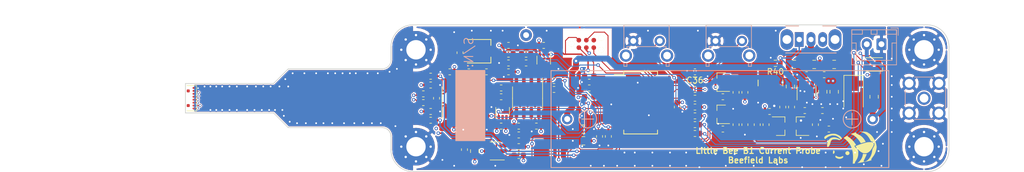
<source format=kicad_pcb>
(kicad_pcb (version 20171130) (host pcbnew 5.1.8-db9833491~87~ubuntu20.04.1)
  (layers (0 F.Cu signal) (1 In1.Cu signal) (2 In2.Cu signal) (31 B.Cu signal) (34 B.Paste user hide) (35 F.Paste user hide) (36 B.SilkS user) (37 F.SilkS user) (38 B.Mask user) (39 F.Mask user) (44 Edge.Cuts user))
  (net 0 "")
  (net 1 GND)
  (net 2 "Net-(C1-Pad2)")
  (net 3 GNDREF)
  (net 4 "Net-(C3-Pad1)")
  (net 5 /SR)
  (net 6 "Net-(C4-Pad1)")
  (net 7 /STAGE1_MON)
  (net 8 /DAC5_OUT)
  (net 9 /STAGE2_MON)
  (net 10 /VOS2)
  (net 11 +5V)
  (net 12 /MCLR)
  (net 13 /ISPDAT)
  (net 14 /ISPCLK)
  (net 15 /SR_IN)
  (net 16 /OPA1_OUT)
  (net 17 /AMR+)
  (net 18 /AMR-)
  (net 19 /OPA2IN-)
  (net 20 /SW1)
  (net 21 /SW2)
  (net 22 "Net-(D1-Pad3)")
  (net 23 "Net-(D1-Pad4)")
  (net 24 /LEG_R)
  (net 25 /LED_B)
  (net 26 /LED_G)
  (net 27 "Net-(C2-Pad1)")
  (net 28 "Net-(C6-Pad2)")
  (net 29 "Net-(C6-Pad1)")
  (net 30 "Net-(J6-Pad1)")
  (net 31 "Net-(R7-Pad1)")
  (net 32 "Net-(R12-Pad2)")
  (net 33 "Net-(R18-Pad1)")
  (net 34 "Net-(R26-Pad1)")
  (net 35 /MUX_SEL_1)
  (net 36 /VIN_SENSE)
  (net 37 /MUX_SEL_2)
  (net 38 "Net-(C4-Pad2)")
  (net 39 "Net-(C7-Pad2)")
  (net 40 /DAC7_OUT)
  (net 41 "Net-(R13-Pad2)")
  (net 42 "Net-(R14-Pad1)")
  (net 43 "Net-(R17-Pad1)")
  (net 44 "Net-(R19-Pad1)")
  (net 45 /DAC1_OUT)
  (net 46 "Net-(J7-Pad2)")
  (net 47 "Net-(R21-Pad2)")
  (net 48 "Net-(D1-Pad2)")
  (net 49 /VOS1)
  (net 50 /VSW)
  (net 51 "Net-(C25-Pad1)")
  (net 52 "Net-(C26-Pad1)")
  (net 53 "Net-(C27-Pad1)")
  (net 54 "Net-(C28-Pad2)")
  (net 55 /VBIAS+)
  (net 56 /VBIAS-)
  (net 57 "Net-(R32-Pad2)")
  (net 58 "Net-(R34-Pad2)")
  (net 59 "Net-(C31-Pad1)")
  (net 60 "Net-(C32-Pad1)")
  (net 61 "Net-(FB2-Pad2)")
  (net 62 "Net-(C35-Pad2)")
  (net 63 "Net-(R38-Pad1)")
  (net 64 /VIN)
  (net 65 /5V_INT)
  (net 66 "Net-(J3-Pad6)")
  (net 67 /DC_EN)
  (net 68 "Net-(SW3-Pad3)")
  (net 69 "Net-(U1-Pad3)")
  (net 70 "Net-(U4-Pad5)")
  (module Capacitor_SMD:C_0603_1608Metric (layer F.Cu) (at 56.75 -42 180)
    (fp_text reference C36 (at 0 -1.43) (layer F.SilkS))
    (fp_text value 1u)
    (pad 2 smd roundrect (at 0.775 0 180) (size 0.9 0.95) (layers F.Cu F.Paste F.Mask) (net 36 /VIN_SENSE))
    (pad 1 smd roundrect (at -0.775 0 180) (size 0.9 0.95) (layers F.Cu F.Paste F.Mask) (net 1 GND))
  )
  (module Resistor_SMD:R_0603_1608Metric (layer F.Cu) (at 70.45 -43.45 180)
    (fp_text reference R40 (at 0 -1.43) (layer F.SilkS))
    (fp_text value 32.4k)
    (pad 2 smd roundrect (at 0.825 0 180) (size 0.8 0.95) (layers F.Cu F.Paste F.Mask) (net 1 GND))
    (pad 1 smd roundrect (at -0.825 0 180) (size 0.8 0.95) (layers F.Cu F.Paste F.Mask) (net 67 /DC_EN))
  )
  (module Diode_SMD:D_SMA (layer F.Cu) (at 83.75 -38 270)
    (fp_text reference D4 hide)
    (fp_text value B320AF-13)
    (pad 1 smd rect (at -2 0 270) (size 2.5 1.8) (layers F.Cu F.Paste F.Mask) (net 64 /VIN))
    (pad 2 smd rect (at 2 0 270) (size 2.5 1.8) (layers F.Cu F.Paste F.Mask) (net 1 GND))
  )
  (module wbraun_smd:TRIMMER_PVG3A (layer F.Cu) (at 20 -45.5 270)
    (fp_text reference RV1 hide)
    (fp_text value 2k)
    (pad 3 smd rect (at 1.15 1.65 270) (size 1.1 0.9) (layers F.Cu F.Paste F.Mask) (net 63 "Net-(R38-Pad1)"))
    (pad 2 smd rect (at 0 -1.65 270) (size 1.4 0.9) (layers F.Cu F.Paste F.Mask) (net 41 "Net-(R13-Pad2)"))
    (pad 1 smd rect (at -1.15 1.65 270) (size 1.1 0.9) (layers F.Cu F.Paste F.Mask) (net 41 "Net-(R13-Pad2)"))
  )
  (module Resistor_SMD:R_0603_1608Metric (layer F.Cu) (at 75.45 -35.4)
    (fp_text reference R39 hide)
    (fp_text value DNP)
    (pad 1 smd roundrect (at -0.7875 0) (size 0.875 0.95) (layers F.Cu F.Paste F.Mask) (net 50 /VSW))
    (pad 2 smd roundrect (at 0.7875 0) (size 0.875 0.95) (layers F.Cu F.Paste F.Mask) (net 62 "Net-(C35-Pad2)"))
  )
  (module Resistor_SMD:R_0603_1608Metric (layer F.Cu) (at 16.75 -45.25 90)
    (fp_text reference R38 hide)
    (fp_text value 6.81k)
    (pad 2 smd roundrect (at 0.7875 0 90) (size 0.875 0.95) (layers F.Cu F.Paste F.Mask) (net 41 "Net-(R13-Pad2)"))
    (pad 1 smd roundrect (at -0.7875 0 90) (size 0.875 0.95) (layers F.Cu F.Paste F.Mask) (net 63 "Net-(R38-Pad1)"))
  )
  (module Connector_JST:JST_XH_B2B-XH-A_1x02_P2.50mm_Vertical (layer B.Cu) (at 88.5 -46.7 180)
    (fp_text reference J8 hide)
    (fp_text value B2B-XH-A)
    (pad 2 thru_hole oval (at 2.5 0 180) (size 1.7 2) (drill 1) (layers *.Cu *.Mask) (net 61 "Net-(FB2-Pad2)"))
    (pad 1 thru_hole roundrect (at 0 0 180) (size 1.7 2) (drill 1) (layers *.Cu *.Mask) (roundrect_rratio 0.1470588235294118) (net 1 GND))
  )
  (module wbraun_smd:AA-2460 (layer B.Cu) (at 61 -33.95)
    (fp_text reference J7 hide)
    (fp_text value "AA Holder")
    (pad 1 thru_hole circle (at 26 0) (size 1.8 1.8) (drill 1.02) (layers *.Cu *.Mask) (net 61 "Net-(FB2-Pad2)"))
    (pad 2 thru_hole circle (at -26 0) (size 1.8 1.8) (drill 1.02) (layers *.Cu *.Mask) (net 46 "Net-(J7-Pad2)"))
  )
  (module Capacitor_SMD:C_0603_1608Metric (layer F.Cu) (at 78.45 -35.4 180)
    (fp_text reference C35 hide)
    (fp_text value DNP)
    (pad 1 smd roundrect (at -0.7875 0 180) (size 0.875 0.95) (layers F.Cu F.Paste F.Mask) (net 1 GND))
    (pad 2 smd roundrect (at 0.7875 0 180) (size 0.875 0.95) (layers F.Cu F.Paste F.Mask) (net 62 "Net-(C35-Pad2)"))
  )
  (module Capacitor_SMD:C_0603_1608Metric (layer F.Cu) (at 69.45 -35.25)
    (fp_text reference C34 hide)
    (fp_text value 1u)
    (pad 1 smd roundrect (at -0.7875 0) (size 0.875 0.95) (layers F.Cu F.Paste F.Mask) (net 65 /5V_INT))
    (pad 2 smd roundrect (at 0.7875 0) (size 0.875 0.95) (layers F.Cu F.Paste F.Mask) (net 1 GND))
  )
  (module Capacitor_SMD:C_0805_2012Metric (layer F.Cu) (at 73.65 -43.25)
    (fp_text reference C33 hide)
    (fp_text value 22u)
    (pad 1 smd roundrect (at -0.9375 0) (size 0.975 1.4) (layers F.Cu F.Paste F.Mask) (net 64 /VIN))
    (pad 2 smd roundrect (at 0.9375 0) (size 0.975 1.4) (layers F.Cu F.Paste F.Mask) (net 1 GND))
  )
  (module Capacitor_SMD:C_0805_2012Metric (layer F.Cu) (at 73 -39.5 270)
    (fp_text reference C17 hide)
    (fp_text value 22u)
    (pad 1 smd roundrect (at -0.9375 0 270) (size 0.975 1.4) (layers F.Cu F.Paste F.Mask) (net 64 /VIN))
    (pad 2 smd roundrect (at 0.9375 0 270) (size 0.975 1.4) (layers F.Cu F.Paste F.Mask) (net 1 GND))
  )
  (module wbraun_smd:NET_TIE (layer B.Cu) (at 73.7 -39.25 90)
    (fp_text reference NT1 hide)
    (fp_text value Net-Tie_2)
    (fp_poly (pts (xy 0.5 -0.18) (xy -0.5 -0.18) (xy -0.5 0.18) (xy 0.5 0.18)) (layer B.Cu) (width 0))
    (pad 1 smd circle (at 0.5 0 90) (size 0.36 0.36) (layers B.Cu B.Paste B.Mask) (net 46 "Net-(J7-Pad2)"))
    (pad 2 smd circle (at -0.5 0 90) (size 0.36 0.36) (layers B.Cu B.Paste B.Mask) (net 1 GND))
  )
  (module Capacitor_SMD:C_0603_1608Metric (layer F.Cu) (at 40.5 -31 270)
    (fp_text reference C24 hide)
    (fp_text value DNP)
    (pad 2 smd roundrect (at 0.7875 0 270) (size 0.875 0.95) (layers F.Cu F.Paste F.Mask) (net 1 GND))
    (pad 1 smd roundrect (at -0.7875 0 270) (size 0.875 0.95) (layers F.Cu F.Paste F.Mask) (net 9 /STAGE2_MON))
  )
  (module Capacitor_SMD:C_0603_1608Metric (layer F.Cu) (at 42 -31 270)
    (fp_text reference C18 hide)
    (fp_text value DNP)
    (pad 2 smd roundrect (at 0.7875 0 270) (size 0.875 0.95) (layers F.Cu F.Paste F.Mask) (net 1 GND))
    (pad 1 smd roundrect (at -0.7875 0 270) (size 0.875 0.95) (layers F.Cu F.Paste F.Mask) (net 7 /STAGE1_MON))
  )
  (module wbraun_smd:L_VLCF4020 (layer F.Cu) (at 69.6 -40.1)
    (fp_text reference L1 hide)
    (fp_text value 4.7u)
    (pad 1 smd custom (at 0 -1.45) (size 1 1) (layers F.Cu F.Paste F.Mask) (net 64 /VIN) (options (clearance outline) (anchor rect)) (primitives (gr_poly (pts (xy -1.95 0.8) (xy -1.95 0.02) (xy -1.25 -0.8) (xy 1.25 -0.8) (xy 1.95 0.02) (xy 1.95 0.8)) (width 0))))
    (pad 2 smd custom (at 0 1.45 180) (size 1 1) (layers F.Cu F.Paste F.Mask) (net 50 /VSW) (options (clearance outline) (anchor rect)) (primitives (gr_poly (pts (xy -1.95 0.8) (xy -1.95 0.02) (xy -1.25 -0.8) (xy 1.25 -0.8) (xy 1.95 0.02) (xy 1.95 0.8)) (width 0))))
  )
  (module Package_TO_SOT_SMD:SOT-23 (layer F.Cu) (at 61.25 -34.75 180)
    (fp_text reference U9 hide)
    (fp_text value LM4041LP-ADJ)
    (pad 3 smd rect (at 1 0 180) (size 0.9 0.8) (layers F.Cu F.Paste F.Mask) (net 56 /VBIAS-))
    (pad 2 smd rect (at -1 0.95 180) (size 0.9 0.8) (layers F.Cu F.Paste F.Mask) (net 1 GND))
    (pad 1 smd rect (at -1 -0.95 180) (size 0.9 0.8) (layers F.Cu F.Paste F.Mask) (net 58 "Net-(R34-Pad2)"))
  )
  (module Package_TO_SOT_SMD:SOT-23 (layer F.Cu) (at 61.25 -40.25 180)
    (fp_text reference U8 hide)
    (fp_text value LM4041LP-ADJ)
    (pad 3 smd rect (at 1 0 180) (size 0.9 0.8) (layers F.Cu F.Paste F.Mask) (net 11 +5V))
    (pad 2 smd rect (at -1 0.95 180) (size 0.9 0.8) (layers F.Cu F.Paste F.Mask) (net 55 /VBIAS+))
    (pad 1 smd rect (at -1 -0.95 180) (size 0.9 0.8) (layers F.Cu F.Paste F.Mask) (net 57 "Net-(R32-Pad2)"))
  )
  (module Resistor_SMD:R_0603_1608Metric (layer F.Cu) (at 11.75 -33.75 180)
    (fp_text reference R37 hide)
    (fp_text value 4.7)
    (pad 1 smd roundrect (at -0.7875 0 180) (size 0.875 0.95) (layers F.Cu F.Paste F.Mask) (net 56 /VBIAS-))
    (pad 2 smd roundrect (at 0.7875 0 180) (size 0.875 0.95) (layers F.Cu F.Paste F.Mask) (net 60 "Net-(C32-Pad1)"))
  )
  (module Resistor_SMD:R_0603_1608Metric (layer F.Cu) (at 11.75 -41.25)
    (fp_text reference R36 hide)
    (fp_text value 4.7)
    (pad 1 smd roundrect (at -0.7875 0) (size 0.875 0.95) (layers F.Cu F.Paste F.Mask) (net 59 "Net-(C31-Pad1)"))
    (pad 2 smd roundrect (at 0.7875 0) (size 0.875 0.95) (layers F.Cu F.Paste F.Mask) (net 55 /VBIAS+))
  )
  (module Resistor_SMD:R_0603_1608Metric (layer F.Cu) (at 63.75 -33 90)
    (fp_text reference R35 hide)
    (fp_text value 32.4k)
    (pad 2 smd roundrect (at 0.7875 0 90) (size 0.875 0.95) (layers F.Cu F.Paste F.Mask) (net 56 /VBIAS-))
    (pad 1 smd roundrect (at -0.7875 0 90) (size 0.875 0.95) (layers F.Cu F.Paste F.Mask) (net 58 "Net-(R34-Pad2)"))
  )
  (module Resistor_SMD:R_0603_1608Metric (layer F.Cu) (at 61.5 -32.25)
    (fp_text reference R34 hide)
    (fp_text value 32.4k)
    (pad 2 smd roundrect (at 0.7875 0) (size 0.875 0.95) (layers F.Cu F.Paste F.Mask) (net 58 "Net-(R34-Pad2)"))
    (pad 1 smd roundrect (at -0.7875 0) (size 0.875 0.95) (layers F.Cu F.Paste F.Mask) (net 1 GND))
  )
  (module Resistor_SMD:R_0603_1608Metric (layer F.Cu) (at 63.75 -38.5 270)
    (fp_text reference R33 hide)
    (fp_text value 32.4k)
    (pad 2 smd roundrect (at 0.7875 0 270) (size 0.875 0.95) (layers F.Cu F.Paste F.Mask) (net 11 +5V))
    (pad 1 smd roundrect (at -0.7875 0 270) (size 0.875 0.95) (layers F.Cu F.Paste F.Mask) (net 57 "Net-(R32-Pad2)"))
  )
  (module Resistor_SMD:R_0603_1608Metric (layer F.Cu) (at 61.5 -37.75)
    (fp_text reference R32 hide)
    (fp_text value 32.4k)
    (pad 2 smd roundrect (at 0.7875 0) (size 0.875 0.95) (layers F.Cu F.Paste F.Mask) (net 57 "Net-(R32-Pad2)"))
    (pad 1 smd roundrect (at -0.7875 0) (size 0.875 0.95) (layers F.Cu F.Paste F.Mask) (net 55 /VBIAS+))
  )
  (module Resistor_SMD:R_0603_1608Metric (layer F.Cu) (at 79.55 -32.25)
    (fp_text reference R31 hide)
    (fp_text value 130)
    (pad 2 smd roundrect (at 0.7875 0) (size 0.875 0.95) (layers F.Cu F.Paste F.Mask) (net 56 /VBIAS-))
    (pad 1 smd roundrect (at -0.7875 0) (size 0.875 0.95) (layers F.Cu F.Paste F.Mask) (net 54 "Net-(C28-Pad2)"))
  )
  (module Resistor_SMD:R_0603_1608Metric (layer F.Cu) (at 67.35 -33 90)
    (fp_text reference R30 hide)
    (fp_text value 130)
    (pad 2 smd roundrect (at 0.7875 0 90) (size 0.875 0.95) (layers F.Cu F.Paste F.Mask) (net 55 /VBIAS+))
    (pad 1 smd roundrect (at -0.7875 0 90) (size 0.875 0.95) (layers F.Cu F.Paste F.Mask) (net 53 "Net-(C27-Pad1)"))
  )
  (module Resistor_SMD:R_0603_1608Metric (layer F.Cu) (at 38.75 -37.75 180)
    (fp_text reference R10 hide)
    (fp_text value 2k)
    (pad 2 smd roundrect (at 0.7875 0 180) (size 0.875 0.95) (layers F.Cu F.Paste F.Mask) (net 49 /VOS1))
    (pad 1 smd roundrect (at -0.7875 0 180) (size 0.875 0.95) (layers F.Cu F.Paste F.Mask) (net 16 /OPA1_OUT))
  )
  (module Package_TO_SOT_SMD:SOT-23 (layer F.Cu) (at 74.75 -32.75 180)
    (fp_text reference D3 hide)
    (fp_text value BAT54SLT1G)
    (pad 1 smd rect (at -1 -0.95 180) (size 0.9 0.8) (layers F.Cu F.Paste F.Mask) (net 54 "Net-(C28-Pad2)"))
    (pad 2 smd rect (at -1 0.95 180) (size 0.9 0.8) (layers F.Cu F.Paste F.Mask) (net 1 GND))
    (pad 3 smd rect (at 1 0 180) (size 0.9 0.8) (layers F.Cu F.Paste F.Mask) (net 52 "Net-(C26-Pad1)"))
  )
  (module Package_TO_SOT_SMD:SOT-23 (layer F.Cu) (at 71.3 -32.75)
    (fp_text reference D2 hide)
    (fp_text value BAT54SLT1G)
    (pad 1 smd rect (at -1 -0.95) (size 0.9 0.8) (layers F.Cu F.Paste F.Mask) (net 65 /5V_INT))
    (pad 2 smd rect (at -1 0.95) (size 0.9 0.8) (layers F.Cu F.Paste F.Mask) (net 53 "Net-(C27-Pad1)"))
    (pad 3 smd rect (at 1 0) (size 0.9 0.8) (layers F.Cu F.Paste F.Mask) (net 51 "Net-(C25-Pad1)"))
  )
  (module Capacitor_SMD:C_0603_1608Metric (layer F.Cu) (at 11.75 -35.25)
    (fp_text reference C32 hide)
    (fp_text value 1u)
    (pad 1 smd roundrect (at -0.7875 0) (size 0.875 0.95) (layers F.Cu F.Paste F.Mask) (net 60 "Net-(C32-Pad1)"))
    (pad 2 smd roundrect (at 0.7875 0) (size 0.875 0.95) (layers F.Cu F.Paste F.Mask) (net 3 GNDREF))
  )
  (module Capacitor_SMD:C_0603_1608Metric (layer F.Cu) (at 11.75 -39.75)
    (fp_text reference C31 hide)
    (fp_text value 1u)
    (pad 1 smd roundrect (at -0.7875 0) (size 0.875 0.95) (layers F.Cu F.Paste F.Mask) (net 59 "Net-(C31-Pad1)"))
    (pad 2 smd roundrect (at 0.7875 0) (size 0.875 0.95) (layers F.Cu F.Paste F.Mask) (net 3 GNDREF))
  )
  (module Capacitor_SMD:C_0603_1608Metric (layer F.Cu) (at 65.25 -33 90)
    (fp_text reference C30 hide)
    (fp_text value 1u)
    (pad 2 smd roundrect (at 0.7875 0 90) (size 0.875 0.95) (layers F.Cu F.Paste F.Mask) (net 56 /VBIAS-))
    (pad 1 smd roundrect (at -0.7875 0 90) (size 0.875 0.95) (layers F.Cu F.Paste F.Mask) (net 1 GND))
  )
  (module Capacitor_SMD:C_0603_1608Metric (layer F.Cu) (at 65.25 -38.5 270)
    (fp_text reference C29 hide)
    (fp_text value 1u)
    (pad 2 smd roundrect (at 0.7875 0 270) (size 0.875 0.95) (layers F.Cu F.Paste F.Mask) (net 11 +5V))
    (pad 1 smd roundrect (at -0.7875 0 270) (size 0.875 0.95) (layers F.Cu F.Paste F.Mask) (net 55 /VBIAS+))
  )
  (module Capacitor_SMD:C_0603_1608Metric (layer F.Cu) (at 77.25 -33 270)
    (fp_text reference C28 hide)
    (fp_text value 1u)
    (pad 1 smd roundrect (at -0.7875 0 270) (size 0.875 0.95) (layers F.Cu F.Paste F.Mask) (net 1 GND))
    (pad 2 smd roundrect (at 0.7875 0 270) (size 0.875 0.95) (layers F.Cu F.Paste F.Mask) (net 54 "Net-(C28-Pad2)"))
  )
  (module Capacitor_SMD:C_0603_1608Metric (layer F.Cu) (at 68.85 -33 90)
    (fp_text reference C27 hide)
    (fp_text value 1u)
    (pad 1 smd roundrect (at -0.7875 0 90) (size 0.875 0.95) (layers F.Cu F.Paste F.Mask) (net 53 "Net-(C27-Pad1)"))
    (pad 2 smd roundrect (at 0.7875 0 90) (size 0.875 0.95) (layers F.Cu F.Paste F.Mask) (net 65 /5V_INT))
  )
  (module Capacitor_SMD:C_0603_1608Metric (layer F.Cu) (at 73.2 -36 90)
    (fp_text reference C26 hide)
    (fp_text value 1u)
    (pad 1 smd roundrect (at -0.7875 0 90) (size 0.875 0.95) (layers F.Cu F.Paste F.Mask) (net 52 "Net-(C26-Pad1)"))
    (pad 2 smd roundrect (at 0.7875 0 90) (size 0.875 0.95) (layers F.Cu F.Paste F.Mask) (net 50 /VSW))
  )
  (module Capacitor_SMD:C_0603_1608Metric (layer F.Cu) (at 71.7 -36 90)
    (fp_text reference C25 hide)
    (fp_text value 1u)
    (pad 1 smd roundrect (at -0.7875 0 90) (size 0.875 0.95) (layers F.Cu F.Paste F.Mask) (net 51 "Net-(C25-Pad1)"))
    (pad 2 smd roundrect (at 0.7875 0 90) (size 0.875 0.95) (layers F.Cu F.Paste F.Mask) (net 50 /VSW))
  )
  (module Capacitor_SMD:C_0603_1608Metric (layer F.Cu) (at 20.5 -36)
    (fp_text reference C23 hide)
    (fp_text value 1u)
    (pad 1 smd roundrect (at -0.7875 0) (size 0.875 0.95) (layers F.Cu F.Paste F.Mask) (net 49 /VOS1))
    (pad 2 smd roundrect (at 0.7875 0) (size 0.875 0.95) (layers F.Cu F.Paste F.Mask) (net 3 GNDREF))
  )
  (module wbraun_smd:bee_v4 (layer F.Cu) (at 83.5 -29)
    (fp_text reference G*** hide)
    (fp_text value LOGO hide)
  )
  (module LED_SMD:LED_Cree-PLCC4_2x2mm_CW (layer F.Cu) (at 87.25 -43.25 180)
    (fp_text reference D1 hide)
    (fp_text value LED_ARGB)
    (pad 4 smd rect (at -0.75 0.55 180) (size 1 0.8) (layers F.Cu F.Paste F.Mask) (net 23 "Net-(D1-Pad4)"))
    (pad 3 smd rect (at 0.75 0.55 180) (size 1 0.8) (layers F.Cu F.Paste F.Mask) (net 22 "Net-(D1-Pad3)"))
    (pad 2 smd rect (at 0.75 -0.55 180) (size 1 0.8) (layers F.Cu F.Paste F.Mask) (net 48 "Net-(D1-Pad2)"))
    (pad 1 smd rect (at -0.75 -0.55 180) (size 1 0.8) (layers F.Cu F.Paste F.Mask) (net 11 +5V))
  )
  (module Capacitor_SMD:C_0603_1608Metric (layer F.Cu) (at 53.75 -36 270)
    (fp_text reference C5 hide)
    (fp_text value 1u)
    (pad 2 smd roundrect (at 0.7875 0 270) (size 0.875 0.95) (layers F.Cu F.Paste F.Mask) (net 1 GND))
    (pad 1 smd roundrect (at -0.7875 0 270) (size 0.875 0.95) (layers F.Cu F.Paste F.Mask) (net 11 +5V))
  )
  (module Button_Switch_THT:SW_CuK_OS102011MA1QN1_SPDT_Angled (layer B.Cu) (at 74.5 -47.5)
    (fp_text reference SW3 hide)
    (fp_text value SW_SPDT)
    (pad 1 thru_hole rect (at 0 0) (size 1.5 2.5) (drill 0.9) (layers *.Cu *.Mask) (net 67 /DC_EN))
    (pad 2 thru_hole oval (at 2 0) (size 1.5 2.5) (drill 0.9) (layers *.Cu *.Mask) (net 64 /VIN))
    (pad 3 thru_hole oval (at 4 0) (size 1.5 2.5) (drill 0.9) (layers *.Cu *.Mask) (net 68 "Net-(SW3-Pad3)"))
    (pad "" thru_hole oval (at -2.1 0) (size 2.2 3.5) (drill 1.5) (layers *.Cu *.Mask))
    (pad "" thru_hole oval (at 6.1 0) (size 2.2 3.5) (drill 1.5) (layers *.Cu *.Mask))
  )
  (module Resistor_SMD:R_0603_1608Metric (layer F.Cu) (at 56.75 -40.5)
    (fp_text reference R29 hide)
    (fp_text value 102k)
    (pad 2 smd roundrect (at 0.7875 0) (size 0.875 0.95) (layers F.Cu F.Paste F.Mask) (net 64 /VIN))
    (pad 1 smd roundrect (at -0.7875 0) (size 0.875 0.95) (layers F.Cu F.Paste F.Mask) (net 36 /VIN_SENSE))
  )
  (module Inductor_SMD:L_0805_2012Metric (layer F.Cu) (at 87.25 -37.75 270)
    (fp_text reference FB2 hide)
    (fp_text value Ferrite_Bead_Small)
    (pad 2 smd roundrect (at 0.9375 0 270) (size 0.975 1.4) (layers F.Cu F.Paste F.Mask) (net 61 "Net-(FB2-Pad2)"))
    (pad 1 smd roundrect (at -0.9375 0 270) (size 0.975 1.4) (layers F.Cu F.Paste F.Mask) (net 64 /VIN))
  )
  (module wbraun_smd:SW_Tactile_SPST_Angled_PTS645Vx58-2LFS (layer B.Cu) (at 62.5 -47.25 180)
    (fp_text reference SW2 hide)
    (fp_text value SW_Push)
    (pad "" thru_hole circle (at 3.51 -2.49 180) (size 2.1 2.1) (drill 1.3) (layers *.Cu *.Mask))
    (pad 2 thru_hole circle (at 2.25 0 180) (size 1.75 1.75) (drill 0.99) (layers *.Cu *.Mask) (net 1 GND))
    (pad 1 thru_hole circle (at -2.25 0 180) (size 1.75 1.75) (drill 0.99) (layers *.Cu *.Mask) (net 21 /SW2))
    (pad "" thru_hole circle (at -3.5 -2.49 180) (size 2.1 2.1) (drill 1.3) (layers *.Cu *.Mask))
  )
  (module wbraun_smd:SW_Tactile_SPST_Angled_PTS645Vx58-2LFS (layer B.Cu) (at 48.5 -47.25 180)
    (fp_text reference SW1 hide)
    (fp_text value SW_Push)
    (pad "" thru_hole circle (at 3.51 -2.49 180) (size 2.1 2.1) (drill 1.3) (layers *.Cu *.Mask))
    (pad 2 thru_hole circle (at 2.25 0 180) (size 1.75 1.75) (drill 0.99) (layers *.Cu *.Mask) (net 1 GND))
    (pad 1 thru_hole circle (at -2.25 0 180) (size 1.75 1.75) (drill 0.99) (layers *.Cu *.Mask) (net 20 /SW1))
    (pad "" thru_hole circle (at -3.5 -2.49 180) (size 2.1 2.1) (drill 1.3) (layers *.Cu *.Mask))
  )
  (module Package_TO_SOT_SMD:SOT-23-6 (layer F.Cu) (at 75.75 -38.75 90)
    (fp_text reference U7 hide)
    (fp_text value MCP1640)
    (pad 5 smd rect (at 1.1 0 90) (size 1.06 0.65) (layers F.Cu F.Paste F.Mask) (net 65 /5V_INT))
    (pad 6 smd rect (at 1.1 -0.95 90) (size 1.06 0.65) (layers F.Cu F.Paste F.Mask) (net 64 /VIN))
    (pad 4 smd rect (at 1.1 0.95 90) (size 1.06 0.65) (layers F.Cu F.Paste F.Mask) (net 47 "Net-(R21-Pad2)"))
    (pad 3 smd rect (at -1.1 0.95 90) (size 1.06 0.65) (layers F.Cu F.Paste F.Mask) (net 67 /DC_EN))
    (pad 2 smd rect (at -1.1 0 90) (size 1.06 0.65) (layers F.Cu F.Paste F.Mask) (net 1 GND))
    (pad 1 smd rect (at -1.1 -0.95 90) (size 1.06 0.65) (layers F.Cu F.Paste F.Mask) (net 50 /VSW))
  )
  (module Package_TO_SOT_SMD:SOT-363_SC-70-6 (layer F.Cu) (at 31 -44 270)
    (fp_text reference U6 hide)
    (fp_text value TMUX1219)
    (pad 6 smd rect (at 0.95 -0.65 270) (size 0.65 0.4) (layers F.Cu F.Paste F.Mask) (net 33 "Net-(R18-Pad1)"))
    (pad 4 smd rect (at 0.95 0.65 270) (size 0.65 0.4) (layers F.Cu F.Paste F.Mask) (net 43 "Net-(R17-Pad1)"))
    (pad 2 smd rect (at -0.95 0 270) (size 0.65 0.4) (layers F.Cu F.Paste F.Mask) (net 11 +5V))
    (pad 5 smd rect (at 0.95 0 270) (size 0.65 0.4) (layers F.Cu F.Paste F.Mask) (net 44 "Net-(R19-Pad1)"))
    (pad 3 smd rect (at -0.95 0.65 270) (size 0.65 0.4) (layers F.Cu F.Paste F.Mask) (net 1 GND))
    (pad 1 smd rect (at -0.95 -0.65 270) (size 0.65 0.4) (layers F.Cu F.Paste F.Mask) (net 37 /MUX_SEL_2))
  )
  (module Package_SO:SOIC-8_3.9x4.9mm_P1.27mm (layer F.Cu) (at 28.25 -37.5 270)
    (fp_text reference U5 hide)
    (fp_text value TLV3542)
    (pad 8 smd roundrect (at 2.475 -1.905 270) (size 1.95 0.6) (layers F.Cu F.Paste F.Mask) (net 11 +5V))
    (pad 7 smd roundrect (at 2.475 -0.635 270) (size 1.95 0.6) (layers F.Cu F.Paste F.Mask) (net 34 "Net-(R26-Pad1)"))
    (pad 6 smd roundrect (at 2.475 0.635 270) (size 1.95 0.6) (layers F.Cu F.Paste F.Mask) (net 34 "Net-(R26-Pad1)"))
    (pad 5 smd roundrect (at 2.475 1.905 270) (size 1.95 0.6) (layers F.Cu F.Paste F.Mask) (net 40 /DAC7_OUT))
    (pad 4 smd roundrect (at -2.475 1.905 270) (size 1.95 0.6) (layers F.Cu F.Paste F.Mask) (net 1 GND))
    (pad 3 smd roundrect (at -2.475 0.635 270) (size 1.95 0.6) (layers F.Cu F.Paste F.Mask) (net 29 "Net-(C6-Pad1)"))
    (pad 2 smd roundrect (at -2.475 -0.635 270) (size 1.95 0.6) (layers F.Cu F.Paste F.Mask) (net 42 "Net-(R14-Pad1)"))
    (pad 1 smd roundrect (at -2.475 -1.905 270) (size 1.95 0.6) (layers F.Cu F.Paste F.Mask) (net 44 "Net-(R19-Pad1)"))
  )
  (module Package_SO:SSOP-28_5.3x10.2mm_P0.65mm (layer F.Cu) (at 47.5 -36.75)
    (fp_text reference U4 hide)
    (fp_text value PIC16F1776-ISS)
    (pad 1 smd rect (at -3.6 -4.225) (size 1.75 0.45) (layers F.Cu F.Paste F.Mask) (net 12 /MCLR))
    (pad 2 smd rect (at -3.6 -3.575) (size 1.75 0.45) (layers F.Cu F.Paste F.Mask) (net 32 "Net-(R12-Pad2)"))
    (pad 3 smd rect (at -3.6 -2.925) (size 1.75 0.45) (layers F.Cu F.Paste F.Mask) (net 16 /OPA1_OUT))
    (pad 4 smd rect (at -3.6 -2.275) (size 1.75 0.45) (layers F.Cu F.Paste F.Mask) (net 45 /DAC1_OUT))
    (pad 5 smd rect (at -3.6 -1.625) (size 1.75 0.45) (layers F.Cu F.Paste F.Mask) (net 70 "Net-(U4-Pad5)"))
    (pad 6 smd rect (at -3.6 -0.975) (size 1.75 0.45) (layers F.Cu F.Paste F.Mask) (net 45 /DAC1_OUT))
    (pad 7 smd rect (at -3.6 -0.325) (size 1.75 0.45) (layers F.Cu F.Paste F.Mask) (net 16 /OPA1_OUT))
    (pad 8 smd rect (at -3.6 0.325) (size 1.75 0.45) (layers F.Cu F.Paste F.Mask) (net 1 GND))
    (pad 9 smd rect (at -3.6 0.975) (size 1.75 0.45) (layers F.Cu F.Paste F.Mask) (net 35 /MUX_SEL_1))
    (pad 10 smd rect (at -3.6 1.625) (size 1.75 0.45) (layers F.Cu F.Paste F.Mask) (net 15 /SR_IN))
    (pad 11 smd rect (at -3.6 2.275) (size 1.75 0.45) (layers F.Cu F.Paste F.Mask) (net 8 /DAC5_OUT))
    (pad 12 smd rect (at -3.6 2.925) (size 1.75 0.45) (layers F.Cu F.Paste F.Mask) (net 40 /DAC7_OUT))
    (pad 13 smd rect (at -3.6 3.575) (size 1.75 0.45) (layers F.Cu F.Paste F.Mask) (net 9 /STAGE2_MON))
    (pad 14 smd rect (at -3.6 4.225) (size 1.75 0.45) (layers F.Cu F.Paste F.Mask) (net 7 /STAGE1_MON))
    (pad 15 smd rect (at 3.6 4.225) (size 1.75 0.45) (layers F.Cu F.Paste F.Mask) (net 24 /LEG_R))
    (pad 16 smd rect (at 3.6 3.575) (size 1.75 0.45) (layers F.Cu F.Paste F.Mask) (net 26 /LED_G))
    (pad 17 smd rect (at 3.6 2.925) (size 1.75 0.45) (layers F.Cu F.Paste F.Mask) (net 25 /LED_B))
    (pad 18 smd rect (at 3.6 2.275) (size 1.75 0.45) (layers F.Cu F.Paste F.Mask) (net 20 /SW1))
    (pad 19 smd rect (at 3.6 1.625) (size 1.75 0.45) (layers F.Cu F.Paste F.Mask) (net 1 GND))
    (pad 20 smd rect (at 3.6 0.975) (size 1.75 0.45) (layers F.Cu F.Paste F.Mask) (net 11 +5V))
    (pad 21 smd rect (at 3.6 0.325) (size 1.75 0.45) (layers F.Cu F.Paste F.Mask) (net 21 /SW2))
    (pad 22 smd rect (at 3.6 -0.325) (size 1.75 0.45) (layers F.Cu F.Paste F.Mask) (net 19 /OPA2IN-))
    (pad 23 smd rect (at 3.6 -0.975) (size 1.75 0.45) (layers F.Cu F.Paste F.Mask) (net 19 /OPA2IN-))
    (pad 24 smd rect (at 3.6 -1.625) (size 1.75 0.45) (layers F.Cu F.Paste F.Mask) (net 8 /DAC5_OUT))
    (pad 25 smd rect (at 3.6 -2.275) (size 1.75 0.45) (layers F.Cu F.Paste F.Mask) (net 37 /MUX_SEL_2))
    (pad 26 smd rect (at 3.6 -2.925) (size 1.75 0.45) (layers F.Cu F.Paste F.Mask) (net 36 /VIN_SENSE))
    (pad 27 smd rect (at 3.6 -3.575) (size 1.75 0.45) (layers F.Cu F.Paste F.Mask) (net 14 /ISPCLK))
    (pad 28 smd rect (at 3.6 -4.225) (size 1.75 0.45) (layers F.Cu F.Paste F.Mask) (net 13 /ISPDAT))
  )
  (module Package_TO_SOT_SMD:SOT-363_SC-70-6 (layer F.Cu) (at 24 -35.25 90)
    (fp_text reference U3 hide)
    (fp_text value TMUX1219)
    (pad 1 smd rect (at -0.95 -0.65 90) (size 0.65 0.4) (layers F.Cu F.Paste F.Mask) (net 35 /MUX_SEL_1))
    (pad 3 smd rect (at -0.95 0.65 90) (size 0.65 0.4) (layers F.Cu F.Paste F.Mask) (net 1 GND))
    (pad 5 smd rect (at 0.95 0 90) (size 0.65 0.4) (layers F.Cu F.Paste F.Mask) (net 3 GNDREF))
    (pad 2 smd rect (at -0.95 0 90) (size 0.65 0.4) (layers F.Cu F.Paste F.Mask) (net 11 +5V))
    (pad 4 smd rect (at 0.95 0.65 90) (size 0.65 0.4) (layers F.Cu F.Paste F.Mask) (net 39 "Net-(C7-Pad2)"))
    (pad 6 smd rect (at 0.95 -0.65 90) (size 0.65 0.4) (layers F.Cu F.Paste F.Mask) (net 28 "Net-(C6-Pad2)"))
  )
  (module Package_SO:SOIC-8_3.9x4.9mm_P1.27mm (layer F.Cu) (at 16.25 -37.5 90)
    (fp_text reference U2 hide)
    (fp_text value AD8129)
    (pad 1 smd roundrect (at -2.475 -1.905 90) (size 1.95 0.6) (layers F.Cu F.Paste F.Mask) (net 6 "Net-(C4-Pad1)"))
    (pad 2 smd roundrect (at -2.475 -0.635 90) (size 1.95 0.6) (layers F.Cu F.Paste F.Mask) (net 1 GND))
    (pad 3 smd roundrect (at -2.475 0.635 90) (size 1.95 0.6) (layers F.Cu F.Paste F.Mask) (net 11 +5V))
    (pad 4 smd roundrect (at -2.475 1.905 90) (size 1.95 0.6) (layers F.Cu F.Paste F.Mask) (net 27 "Net-(C2-Pad1)"))
    (pad 5 smd roundrect (at 2.475 1.905 90) (size 1.95 0.6) (layers F.Cu F.Paste F.Mask) (net 31 "Net-(R7-Pad1)"))
    (pad 6 smd roundrect (at 2.475 0.635 90) (size 1.95 0.6) (layers F.Cu F.Paste F.Mask) (net 41 "Net-(R13-Pad2)"))
    (pad 7 smd roundrect (at 2.475 -0.635 90) (size 1.95 0.6) (layers F.Cu F.Paste F.Mask) (net 11 +5V))
    (pad 8 smd roundrect (at 2.475 -1.905 90) (size 1.95 0.6) (layers F.Cu F.Paste F.Mask) (net 38 "Net-(C4-Pad2)"))
  )
  (module wbraun_smd:HMC1041Z (layer F.Cu) (at -29 -37.5 270)
    (fp_text reference U1 hide)
    (fp_text value HMC1041Z hide)
    (pad 1 smd roundrect (at -1.75 -0.525 270) (size 0.3 0.6) (layers F.Cu F.Paste F.Mask) (net 3 GNDREF))
    (pad 2 smd roundrect (at -1.25 -0.525 270) (size 0.3 0.6) (layers F.Cu F.Paste F.Mask) (net 59 "Net-(C31-Pad1)"))
    (pad 3 smd roundrect (at -0.75 -0.525 270) (size 0.3 0.6) (layers F.Cu F.Paste F.Mask) (net 69 "Net-(U1-Pad3)"))
    (pad 4 smd roundrect (at -0.25 -0.525 270) (size 0.3 0.6) (layers F.Cu F.Paste F.Mask) (net 17 /AMR+))
    (pad 5 smd roundrect (at 0.25 -0.525 270) (size 0.3 0.6) (layers F.Cu F.Paste F.Mask) (net 18 /AMR-))
    (pad 6 smd roundrect (at 0.75 -0.525 270) (size 0.3 0.6) (layers F.Cu F.Paste F.Mask) (net 60 "Net-(C32-Pad1)"))
    (pad 7 smd roundrect (at 1.25 -0.525 270) (size 0.3 0.6) (layers F.Cu F.Paste F.Mask) (net 1 GND))
    (pad 8 smd roundrect (at 1.75 -0.525 270) (size 0.3 0.6) (layers F.Cu F.Paste F.Mask) (net 5 /SR))
    (pad "" smd roundrect (at 1.25 0.525 270) (size 0.5 0.5) (layers F.Cu F.Mask))
    (pad "" smd roundrect (at -1.25 0.525 270) (size 0.5 0.5) (layers F.Cu F.Mask))
  )
  (module wbraun_smd:THM_COMPACT (layer F.Cu) (at 28 -48.25)
    (fp_text reference TP3 hide)
    (fp_text value TestPoint)
    (pad 1 thru_hole circle (at 0 0) (size 2 2) (drill 1) (layers *.Cu *.Mask) (net 1 GND))
  )
  (module Resistor_SMD:R_0603_1608Metric (layer F.Cu) (at 56.75 -31.5 180)
    (fp_text reference R28 hide)
    (fp_text value 4.22k)
    (pad 2 smd roundrect (at 0.7875 0 180) (size 0.875 0.95) (layers F.Cu F.Paste F.Mask) (net 24 /LEG_R))
    (pad 1 smd roundrect (at -0.7875 0 180) (size 0.875 0.95) (layers F.Cu F.Paste F.Mask) (net 48 "Net-(D1-Pad2)"))
  )
  (module Resistor_SMD:R_0603_1608Metric (layer F.Cu) (at 56.75 -34.5 180)
    (fp_text reference R27 hide)
    (fp_text value 4.22k)
    (pad 2 smd roundrect (at 0.7875 0 180) (size 0.875 0.95) (layers F.Cu F.Paste F.Mask) (net 25 /LED_B))
    (pad 1 smd roundrect (at -0.7875 0 180) (size 0.875 0.95) (layers F.Cu F.Paste F.Mask) (net 23 "Net-(D1-Pad4)"))
  )
  (module Resistor_SMD:R_0603_1608Metric (layer F.Cu) (at 26.75 -31.25 180)
    (fp_text reference R26 hide)
    (fp_text value 4.7)
    (pad 2 smd roundrect (at 0.7875 0 180) (size 0.875 0.95) (layers F.Cu F.Paste F.Mask) (net 3 GNDREF))
    (pad 1 smd roundrect (at -0.7875 0 180) (size 0.875 0.95) (layers F.Cu F.Paste F.Mask) (net 34 "Net-(R26-Pad1)"))
  )
  (module Resistor_SMD:R_0603_1608Metric (layer F.Cu) (at 56.75 -33 180)
    (fp_text reference R25 hide)
    (fp_text value 4.22k)
    (pad 2 smd roundrect (at 0.7875 0 180) (size 0.875 0.95) (layers F.Cu F.Paste F.Mask) (net 26 /LED_G))
    (pad 1 smd roundrect (at -0.7875 0 180) (size 0.875 0.95) (layers F.Cu F.Paste F.Mask) (net 22 "Net-(D1-Pad3)"))
  )
  (module Resistor_SMD:R_0603_1608Metric (layer F.Cu) (at 56.75 -37.5 180)
    (fp_text reference R24 hide)
    (fp_text value 4.22k)
    (pad 2 smd roundrect (at 0.7875 0 180) (size 0.875 0.95) (layers F.Cu F.Paste F.Mask) (net 21 /SW2))
    (pad 1 smd roundrect (at -0.7875 0 180) (size 0.875 0.95) (layers F.Cu F.Paste F.Mask) (net 11 +5V))
  )
  (module Resistor_SMD:R_0603_1608Metric (layer F.Cu) (at 56.75 -36 180)
    (fp_text reference R23 hide)
    (fp_text value 4.22k)
    (pad 2 smd roundrect (at 0.7875 0 180) (size 0.875 0.95) (layers F.Cu F.Paste F.Mask) (net 20 /SW1))
    (pad 1 smd roundrect (at -0.7875 0 180) (size 0.875 0.95) (layers F.Cu F.Paste F.Mask) (net 11 +5V))
  )
  (module Resistor_SMD:R_0603_1608Metric (layer F.Cu) (at 75.75 -41.5 180)
    (fp_text reference R22 hide)
    (fp_text value 32.4k)
    (pad 2 smd roundrect (at 0.7875 0 180) (size 0.875 0.95) (layers F.Cu F.Paste F.Mask) (net 1 GND))
    (pad 1 smd roundrect (at -0.7875 0 180) (size 0.875 0.95) (layers F.Cu F.Paste F.Mask) (net 47 "Net-(R21-Pad2)"))
  )
  (module Resistor_SMD:R_0603_1608Metric (layer F.Cu) (at 78.75 -41.5 180)
    (fp_text reference R21 hide)
    (fp_text value 102k)
    (pad 2 smd roundrect (at 0.7875 0 180) (size 0.875 0.95) (layers F.Cu F.Paste F.Mask) (net 47 "Net-(R21-Pad2)"))
    (pad 1 smd roundrect (at -0.7875 0 180) (size 0.875 0.95) (layers F.Cu F.Paste F.Mask) (net 65 /5V_INT))
  )
  (module Resistor_SMD:R_0603_1608Metric (layer F.Cu) (at 32.75 -39 180)
    (fp_text reference R20 hide)
    (fp_text value 43)
    (pad 2 smd roundrect (at 0.7875 0 180) (size 0.875 0.95) (layers F.Cu F.Paste F.Mask) (net 44 "Net-(R19-Pad1)"))
    (pad 1 smd roundrect (at -0.7875 0 180) (size 0.875 0.95) (layers F.Cu F.Paste F.Mask) (net 30 "Net-(J6-Pad1)"))
  )
  (module Resistor_SMD:R_0603_1608Metric (layer F.Cu) (at 32.75 -40.5)
    (fp_text reference R19 hide)
    (fp_text value 2k)
    (pad 2 smd roundrect (at 0.7875 0) (size 0.875 0.95) (layers F.Cu F.Paste F.Mask) (net 9 /STAGE2_MON))
    (pad 1 smd roundrect (at -0.7875 0) (size 0.875 0.95) (layers F.Cu F.Paste F.Mask) (net 44 "Net-(R19-Pad1)"))
  )
  (module Resistor_SMD:R_0603_1608Metric (layer F.Cu) (at 28 -45 180)
    (fp_text reference R18 hide)
    (fp_text value 220)
    (pad 2 smd roundrect (at 0.7875 0 180) (size 0.875 0.95) (layers F.Cu F.Paste F.Mask) (net 42 "Net-(R14-Pad1)"))
    (pad 1 smd roundrect (at -0.7875 0 180) (size 0.875 0.95) (layers F.Cu F.Paste F.Mask) (net 33 "Net-(R18-Pad1)"))
  )
  (module Resistor_SMD:R_0603_1608Metric (layer F.Cu) (at 28 -43.5 180)
    (fp_text reference R17 hide)
    (fp_text value 1.91k)
    (pad 2 smd roundrect (at 0.7875 0 180) (size 0.875 0.95) (layers F.Cu F.Paste F.Mask) (net 42 "Net-(R14-Pad1)"))
    (pad 1 smd roundrect (at -0.7875 0 180) (size 0.875 0.95) (layers F.Cu F.Paste F.Mask) (net 43 "Net-(R17-Pad1)"))
  )
  (module Resistor_SMD:R_0603_1608Metric (layer F.Cu) (at 25 -43.5 180)
    (fp_text reference R16 hide)
    (fp_text value 340)
    (pad 2 smd roundrect (at 0.7875 0 180) (size 0.875 0.95) (layers F.Cu F.Paste F.Mask) (net 3 GNDREF))
    (pad 1 smd roundrect (at -0.7875 0 180) (size 0.875 0.95) (layers F.Cu F.Paste F.Mask) (net 42 "Net-(R14-Pad1)"))
  )
  (module Resistor_SMD:R_0603_1608Metric (layer F.Cu) (at 56.75 -39)
    (fp_text reference R15 hide)
    (fp_text value 2k)
    (pad 2 smd roundrect (at 0.7875 0) (size 0.875 0.95) (layers F.Cu F.Paste F.Mask) (net 10 /VOS2))
    (pad 1 smd roundrect (at -0.7875 0) (size 0.875 0.95) (layers F.Cu F.Paste F.Mask) (net 19 /OPA2IN-))
  )
  (module Resistor_SMD:R_0603_1608Metric (layer F.Cu) (at 25 -45 180)
    (fp_text reference R14 hide)
    (fp_text value 32.4k)
    (pad 2 smd roundrect (at 0.7875 0 180) (size 0.875 0.95) (layers F.Cu F.Paste F.Mask) (net 10 /VOS2))
    (pad 1 smd roundrect (at -0.7875 0 180) (size 0.875 0.95) (layers F.Cu F.Paste F.Mask) (net 42 "Net-(R14-Pad1)"))
  )
  (module Resistor_SMD:R_0603_1608Metric (layer F.Cu) (at 20.5 -39 180)
    (fp_text reference R13 hide)
    (fp_text value 220)
    (pad 1 smd roundrect (at -0.7875 0 180) (size 0.875 0.95) (layers F.Cu F.Paste F.Mask) (net 29 "Net-(C6-Pad1)"))
    (pad 2 smd roundrect (at 0.7875 0 180) (size 0.875 0.95) (layers F.Cu F.Paste F.Mask) (net 41 "Net-(R13-Pad2)"))
  )
  (module Resistor_SMD:R_0603_1608Metric (layer F.Cu) (at 38.75 -39.25)
    (fp_text reference R12 hide)
    (fp_text value 2k)
    (pad 2 smd roundrect (at 0.7875 0) (size 0.875 0.95) (layers F.Cu F.Paste F.Mask) (net 32 "Net-(R12-Pad2)"))
    (pad 1 smd roundrect (at -0.7875 0) (size 0.875 0.95) (layers F.Cu F.Paste F.Mask) (net 3 GNDREF))
  )
  (module Resistor_SMD:R_0603_1608Metric (layer F.Cu) (at 38.75 -41.25)
    (fp_text reference R11 hide)
    (fp_text value 4.22k)
    (pad 2 smd roundrect (at 0.7875 0) (size 0.875 0.95) (layers F.Cu F.Paste F.Mask) (net 12 /MCLR))
    (pad 1 smd roundrect (at -0.7875 0) (size 0.875 0.95) (layers F.Cu F.Paste F.Mask) (net 11 +5V))
  )
  (module Resistor_SMD:R_0603_1608Metric (layer F.Cu) (at 20.5 -40.5)
    (fp_text reference R9 hide)
    (fp_text value 2k)
    (pad 1 smd roundrect (at -0.7875 0) (size 0.875 0.95) (layers F.Cu F.Paste F.Mask) (net 41 "Net-(R13-Pad2)"))
    (pad 2 smd roundrect (at 0.7875 0) (size 0.875 0.95) (layers F.Cu F.Paste F.Mask) (net 7 /STAGE1_MON))
  )
  (module Resistor_SMD:R_0603_1608Metric (layer F.Cu) (at 18.25 -42)
    (fp_text reference R8 hide)
    (fp_text value 806)
    (pad 1 smd roundrect (at -0.7875 0) (size 0.875 0.95) (layers F.Cu F.Paste F.Mask) (net 63 "Net-(R38-Pad1)"))
    (pad 2 smd roundrect (at 0.7875 0) (size 0.875 0.95) (layers F.Cu F.Paste F.Mask) (net 31 "Net-(R7-Pad1)"))
  )
  (module Resistor_SMD:R_0603_1608Metric (layer F.Cu) (at 21.25 -42)
    (fp_text reference R7 hide)
    (fp_text value 121)
    (pad 1 smd roundrect (at -0.7875 0) (size 0.875 0.95) (layers F.Cu F.Paste F.Mask) (net 31 "Net-(R7-Pad1)"))
    (pad 2 smd roundrect (at 0.7875 0) (size 0.875 0.95) (layers F.Cu F.Paste F.Mask) (net 3 GNDREF))
  )
  (module Resistor_SMD:R_0603_1608Metric (layer F.Cu) (at 10.5 -38.25 180)
    (fp_text reference R6 hide)
    (fp_text value 43)
    (pad 1 smd roundrect (at -0.7875 0 180) (size 0.875 0.95) (layers F.Cu F.Paste F.Mask) (net 38 "Net-(C4-Pad2)"))
    (pad 2 smd roundrect (at 0.7875 0 180) (size 0.875 0.95) (layers F.Cu F.Paste F.Mask) (net 17 /AMR+))
  )
  (module Resistor_SMD:R_0603_1608Metric (layer F.Cu) (at 10.5 -36.75 180)
    (fp_text reference R5 hide)
    (fp_text value 43)
    (pad 1 smd roundrect (at -0.7875 0 180) (size 0.875 0.95) (layers F.Cu F.Paste F.Mask) (net 6 "Net-(C4-Pad1)"))
    (pad 2 smd roundrect (at 0.7875 0 180) (size 0.875 0.95) (layers F.Cu F.Paste F.Mask) (net 18 /AMR-))
  )
  (module Resistor_SMD:R_0603_1608Metric (layer F.Cu) (at 26.75 -29.25 180)
    (fp_text reference R4 hide)
    (fp_text value 220)
    (pad 2 smd roundrect (at 0.7875 0 180) (size 0.875 0.95) (layers F.Cu F.Paste F.Mask) (net 2 "Net-(C1-Pad2)"))
    (pad 1 smd roundrect (at -0.7875 0 180) (size 0.875 0.95) (layers F.Cu F.Paste F.Mask) (net 11 +5V))
  )
  (module Resistor_SMD:R_0603_1608Metric (layer F.Cu) (at 20.5 -37.5 180)
    (fp_text reference R3 hide)
    (fp_text value 121)
    (pad 1 smd roundrect (at -0.7875 0 180) (size 0.875 0.95) (layers F.Cu F.Paste F.Mask) (net 3 GNDREF))
    (pad 2 smd roundrect (at 0.7875 0 180) (size 0.875 0.95) (layers F.Cu F.Paste F.Mask) (net 27 "Net-(C2-Pad1)"))
  )
  (module Resistor_SMD:R_0603_1608Metric (layer F.Cu) (at 20.5 -34.5)
    (fp_text reference R2 hide)
    (fp_text value 4.22k)
    (pad 1 smd roundrect (at -0.7875 0) (size 0.875 0.95) (layers F.Cu F.Paste F.Mask) (net 27 "Net-(C2-Pad1)"))
    (pad 2 smd roundrect (at 0.7875 0) (size 0.875 0.95) (layers F.Cu F.Paste F.Mask) (net 49 /VOS1))
  )
  (module Resistor_SMD:R_0603_1608Metric (layer F.Cu) (at 26.75 -27.75)
    (fp_text reference R1 hide)
    (fp_text value 4.22k)
    (pad 2 smd roundrect (at 0.7875 0) (size 0.875 0.95) (layers F.Cu F.Paste F.Mask) (net 1 GND))
    (pad 1 smd roundrect (at -0.7875 0) (size 0.875 0.95) (layers F.Cu F.Paste F.Mask) (net 15 /SR_IN))
  )
  (module Package_TO_SOT_SMD:TSOT-23-6 (layer F.Cu) (at 22.75 -28.5 180)
    (fp_text reference Q1 hide)
    (fp_text value FDC6333C)
    (pad 6 smd rect (at 1.31 -0.95 180) (size 1.22 0.65) (layers F.Cu F.Paste F.Mask) (net 4 "Net-(C3-Pad1)"))
    (pad 5 smd rect (at 1.31 0 180) (size 1.22 0.65) (layers F.Cu F.Paste F.Mask) (net 1 GND))
    (pad 4 smd rect (at 1.31 0.95 180) (size 1.22 0.65) (layers F.Cu F.Paste F.Mask) (net 4 "Net-(C3-Pad1)"))
    (pad 3 smd rect (at -1.31 0.95 180) (size 1.22 0.65) (layers F.Cu F.Paste F.Mask) (net 15 /SR_IN))
    (pad 2 smd rect (at -1.31 0 180) (size 1.22 0.65) (layers F.Cu F.Paste F.Mask) (net 2 "Net-(C1-Pad2)"))
    (pad 1 smd rect (at -1.31 -0.95 180) (size 1.22 0.65) (layers F.Cu F.Paste F.Mask) (net 15 /SR_IN))
  )
  (module Connector_Coaxial:SMA_Molex_73251-2200_Horizontal (layer B.Cu) (at 95.75 -37.5 90)
    (fp_text reference J6 hide)
    (fp_text value Conn_Coaxial)
    (pad 2 thru_hole circle (at -2.54 -2.54 90) (size 2.25 2.25) (drill 1.5) (layers *.Cu *.Mask) (net 3 GNDREF))
    (pad 2 thru_hole circle (at -2.54 2.54 90) (size 2.25 2.25) (drill 1.5) (layers *.Cu *.Mask) (net 3 GNDREF))
    (pad 2 thru_hole circle (at 2.54 2.54 90) (size 2.25 2.25) (drill 1.5) (layers *.Cu *.Mask) (net 3 GNDREF))
    (pad 2 thru_hole circle (at 2.54 -2.54) (size 2.25 2.25) (drill 1.5) (layers *.Cu *.Mask) (net 3 GNDREF))
    (pad 1 thru_hole circle (at 0 0 90) (size 2.25 2.25) (drill 1.5) (layers *.Cu *.Mask) (net 30 "Net-(J6-Pad1)"))
  )
  (module wbraun_smd:M3-tight-fit-socket-head (layer F.Cu) (at 9.25 -45.75)
    (fp_text reference J5 hide)
    (fp_text value mounting-hole-grounded)
    (pad 1 thru_hole circle (at 1.75 1.75) (size 0.8 0.8) (drill 0.4) (layers *.Cu *.Mask) (net 3 GNDREF))
    (pad 1 thru_hole circle (at -1.75 -1.75) (size 0.8 0.8) (drill 0.4) (layers *.Cu *.Mask) (net 3 GNDREF))
    (pad 1 thru_hole circle (at -1.75 1.75) (size 0.8 0.8) (drill 0.4) (layers *.Cu *.Mask) (net 3 GNDREF))
    (pad 1 thru_hole circle (at 0 2.5) (size 0.8 0.8) (drill 0.4) (layers *.Cu *.Mask) (net 3 GNDREF))
    (pad 1 thru_hole circle (at -2.5 0) (size 0.8 0.8) (drill 0.4) (layers *.Cu *.Mask) (net 3 GNDREF))
    (pad 1 thru_hole circle (at 0 -2.5) (size 0.8 0.8) (drill 0.4) (layers *.Cu *.Mask) (net 3 GNDREF))
    (pad 1 thru_hole circle (at 1.75 -1.75) (size 0.8 0.8) (drill 0.4) (layers *.Cu *.Mask) (net 3 GNDREF))
    (pad 1 thru_hole circle (at 2.5 0) (size 0.8 0.8) (drill 0.4) (layers *.Cu *.Mask) (net 3 GNDREF))
    (pad 1 thru_hole circle (at 0 0) (size 6.4 6.4) (drill 3.3) (layers *.Cu *.Mask) (net 3 GNDREF))
  )
  (module wbraun_smd:M3-tight-fit-socket-head (layer F.Cu) (at 95.75 -45.75)
    (fp_text reference J4 hide)
    (fp_text value mounting-hole-grounded)
    (pad 1 thru_hole circle (at 1.75 1.75) (size 0.8 0.8) (drill 0.4) (layers *.Cu *.Mask) (net 3 GNDREF))
    (pad 1 thru_hole circle (at -1.75 -1.75) (size 0.8 0.8) (drill 0.4) (layers *.Cu *.Mask) (net 3 GNDREF))
    (pad 1 thru_hole circle (at -1.75 1.75) (size 0.8 0.8) (drill 0.4) (layers *.Cu *.Mask) (net 3 GNDREF))
    (pad 1 thru_hole circle (at 0 2.5) (size 0.8 0.8) (drill 0.4) (layers *.Cu *.Mask) (net 3 GNDREF))
    (pad 1 thru_hole circle (at -2.5 0) (size 0.8 0.8) (drill 0.4) (layers *.Cu *.Mask) (net 3 GNDREF))
    (pad 1 thru_hole circle (at 0 -2.5) (size 0.8 0.8) (drill 0.4) (layers *.Cu *.Mask) (net 3 GNDREF))
    (pad 1 thru_hole circle (at 1.75 -1.75) (size 0.8 0.8) (drill 0.4) (layers *.Cu *.Mask) (net 3 GNDREF))
    (pad 1 thru_hole circle (at 2.5 0) (size 0.8 0.8) (drill 0.4) (layers *.Cu *.Mask) (net 3 GNDREF))
    (pad 1 thru_hole circle (at 0 0) (size 6.4 6.4) (drill 3.3) (layers *.Cu *.Mask) (net 3 GNDREF))
  )
  (module wbraun_smd:TC2030-IDC-NL (layer F.Cu) (at 38.25 -46.75)
    (fp_text reference J3 hide)
    (fp_text value "Tag Connect" hide)
    (pad 1 smd oval (at -1.27 0.635 270) (size 0.787 0.787) (layers F.Cu F.Mask) (net 12 /MCLR))
    (pad 2 smd oval (at -1.27 -0.635 90) (size 0.787 0.787) (layers F.Cu F.Mask) (net 11 +5V))
    (pad 3 smd oval (at 0 0.635 270) (size 0.787 0.787) (layers F.Cu F.Mask) (net 1 GND))
    (pad 4 smd oval (at 0 -0.635 90) (size 0.787 0.787) (layers F.Cu F.Mask) (net 13 /ISPDAT))
    (pad 5 smd oval (at 1.27 0.635 270) (size 0.787 0.787) (layers F.Cu F.Mask) (net 14 /ISPCLK))
    (pad 6 smd oval (at 1.27 -0.635 90) (size 0.787 0.787) (layers F.Cu F.Mask) (net 66 "Net-(J3-Pad6)"))
    (pad "" np_thru_hole circle (at 2.54 -1.016) (size 0.991 0.991) (drill 0.991) (layers *.Cu *.Mask F.SilkS))
    (pad "" np_thru_hole circle (at 2.54 1.016 180) (size 0.991 0.991) (drill 0.991) (layers *.Cu *.Mask F.SilkS))
    (pad "" np_thru_hole circle (at -2.54 0 180) (size 0.991 0.991) (drill 0.991) (layers *.Cu *.Mask F.SilkS))
  )
  (module wbraun_smd:M3-tight-fit-socket-head (layer F.Cu) (at 9.25 -29.25)
    (fp_text reference J2 hide)
    (fp_text value mounting-hole-grounded)
    (pad 1 thru_hole circle (at 1.75 1.75) (size 0.8 0.8) (drill 0.4) (layers *.Cu *.Mask) (net 3 GNDREF))
    (pad 1 thru_hole circle (at -1.75 -1.75) (size 0.8 0.8) (drill 0.4) (layers *.Cu *.Mask) (net 3 GNDREF))
    (pad 1 thru_hole circle (at -1.75 1.75) (size 0.8 0.8) (drill 0.4) (layers *.Cu *.Mask) (net 3 GNDREF))
    (pad 1 thru_hole circle (at 0 2.5) (size 0.8 0.8) (drill 0.4) (layers *.Cu *.Mask) (net 3 GNDREF))
    (pad 1 thru_hole circle (at -2.5 0) (size 0.8 0.8) (drill 0.4) (layers *.Cu *.Mask) (net 3 GNDREF))
    (pad 1 thru_hole circle (at 0 -2.5) (size 0.8 0.8) (drill 0.4) (layers *.Cu *.Mask) (net 3 GNDREF))
    (pad 1 thru_hole circle (at 1.75 -1.75) (size 0.8 0.8) (drill 0.4) (layers *.Cu *.Mask) (net 3 GNDREF))
    (pad 1 thru_hole circle (at 2.5 0) (size 0.8 0.8) (drill 0.4) (layers *.Cu *.Mask) (net 3 GNDREF))
    (pad 1 thru_hole circle (at 0 0) (size 6.4 6.4) (drill 3.3) (layers *.Cu *.Mask) (net 3 GNDREF))
  )
  (module wbraun_smd:M3-tight-fit-socket-head (layer F.Cu) (at 95.75 -29.25)
    (fp_text reference J1 hide)
    (fp_text value mounting-hole-grounded)
    (pad 1 thru_hole circle (at 1.75 1.75) (size 0.8 0.8) (drill 0.4) (layers *.Cu *.Mask) (net 3 GNDREF))
    (pad 1 thru_hole circle (at -1.75 -1.75) (size 0.8 0.8) (drill 0.4) (layers *.Cu *.Mask) (net 3 GNDREF))
    (pad 1 thru_hole circle (at -1.75 1.75) (size 0.8 0.8) (drill 0.4) (layers *.Cu *.Mask) (net 3 GNDREF))
    (pad 1 thru_hole circle (at 0 2.5) (size 0.8 0.8) (drill 0.4) (layers *.Cu *.Mask) (net 3 GNDREF))
    (pad 1 thru_hole circle (at -2.5 0) (size 0.8 0.8) (drill 0.4) (layers *.Cu *.Mask) (net 3 GNDREF))
    (pad 1 thru_hole circle (at 0 -2.5) (size 0.8 0.8) (drill 0.4) (layers *.Cu *.Mask) (net 3 GNDREF))
    (pad 1 thru_hole circle (at 1.75 -1.75) (size 0.8 0.8) (drill 0.4) (layers *.Cu *.Mask) (net 3 GNDREF))
    (pad 1 thru_hole circle (at 2.5 0) (size 0.8 0.8) (drill 0.4) (layers *.Cu *.Mask) (net 3 GNDREF))
    (pad 1 thru_hole circle (at 0 0) (size 6.4 6.4) (drill 3.3) (layers *.Cu *.Mask) (net 3 GNDREF))
  )
  (module Inductor_SMD:L_0805_2012Metric (layer F.Cu) (at 80.45 -43.25)
    (fp_text reference FB1 hide)
    (fp_text value Ferrite_Bead_Small)
    (pad 1 smd roundrect (at -0.9375 0) (size 0.975 1.4) (layers F.Cu F.Paste F.Mask) (net 11 +5V))
    (pad 2 smd roundrect (at 0.9375 0) (size 0.975 1.4) (layers F.Cu F.Paste F.Mask) (net 65 /5V_INT))
  )
  (module Capacitor_SMD:C_0805_2012Metric (layer F.Cu) (at 77.05 -43.25 180)
    (fp_text reference C22 hide)
    (fp_text value 22u)
    (pad 1 smd roundrect (at -0.9375 0 180) (size 0.975 1.4) (layers F.Cu F.Paste F.Mask) (net 11 +5V))
    (pad 2 smd roundrect (at 0.9375 0 180) (size 0.975 1.4) (layers F.Cu F.Paste F.Mask) (net 1 GND))
  )
  (module Capacitor_SMD:C_0805_2012Metric (layer F.Cu) (at 78.5 -38.6 270)
    (fp_text reference C21 hide)
    (fp_text value 22u)
    (pad 2 smd roundrect (at 0.9375 0 270) (size 0.975 1.4) (layers F.Cu F.Paste F.Mask) (net 1 GND))
    (pad 1 smd roundrect (at -0.9375 0 270) (size 0.975 1.4) (layers F.Cu F.Paste F.Mask) (net 65 /5V_INT))
  )
  (module Capacitor_SMD:C_0805_2012Metric (layer F.Cu) (at 80.45 -38.6 270)
    (fp_text reference C20 hide)
    (fp_text value 22u)
    (pad 2 smd roundrect (at 0.9375 0 270) (size 0.975 1.4) (layers F.Cu F.Paste F.Mask) (net 1 GND))
    (pad 1 smd roundrect (at -0.9375 0 270) (size 0.975 1.4) (layers F.Cu F.Paste F.Mask) (net 65 /5V_INT))
  )
  (module Capacitor_SMD:C_0603_1608Metric (layer F.Cu) (at 23.75 -32.75)
    (fp_text reference C19 hide)
    (fp_text value 1u)
    (pad 1 smd roundrect (at -0.7875 0) (size 0.875 0.95) (layers F.Cu F.Paste F.Mask) (net 11 +5V))
    (pad 2 smd roundrect (at 0.7875 0) (size 0.875 0.95) (layers F.Cu F.Paste F.Mask) (net 1 GND))
  )
  (module Capacitor_SMD:C_0603_1608Metric (layer F.Cu) (at 25 -42)
    (fp_text reference C16 hide)
    (fp_text value 1u)
    (pad 2 smd roundrect (at 0.7875 0) (size 0.875 0.95) (layers F.Cu F.Paste F.Mask) (net 1 GND))
    (pad 1 smd roundrect (at -0.7875 0) (size 0.875 0.95) (layers F.Cu F.Paste F.Mask) (net 3 GNDREF))
  )
  (module Capacitor_SMD:C_0603_1608Metric (layer F.Cu) (at 29.75 -32.75 180)
    (fp_text reference C15 hide)
    (fp_text value 1u)
    (pad 1 smd roundrect (at -0.7875 0 180) (size 0.875 0.95) (layers F.Cu F.Paste F.Mask) (net 11 +5V))
    (pad 2 smd roundrect (at 0.7875 0 180) (size 0.875 0.95) (layers F.Cu F.Paste F.Mask) (net 3 GNDREF))
  )
  (module Capacitor_SMD:C_0805_2012Metric (layer F.Cu) (at 37.75 -32.25)
    (fp_text reference C14 hide)
    (fp_text value 22u)
    (pad 1 smd roundrect (at -0.9375 0) (size 0.975 1.4) (layers F.Cu F.Paste F.Mask) (net 3 GNDREF))
    (pad 2 smd roundrect (at 0.9375 0) (size 0.975 1.4) (layers F.Cu F.Paste F.Mask) (net 1 GND))
  )
  (module Capacitor_SMD:C_0805_2012Metric (layer F.Cu) (at 37.75 -30.25 180)
    (fp_text reference C13 hide)
    (fp_text value 22u)
    (pad 1 smd roundrect (at -0.9375 0 180) (size 0.975 1.4) (layers F.Cu F.Paste F.Mask) (net 11 +5V))
    (pad 2 smd roundrect (at 0.9375 0 180) (size 0.975 1.4) (layers F.Cu F.Paste F.Mask) (net 3 GNDREF))
  )
  (module Capacitor_SMD:C_0603_1608Metric (layer F.Cu) (at 31 -46.5 180)
    (fp_text reference C12 hide)
    (fp_text value 1u)
    (pad 2 smd roundrect (at 0.7875 0 180) (size 0.875 0.95) (layers F.Cu F.Paste F.Mask) (net 1 GND))
    (pad 1 smd roundrect (at -0.7875 0 180) (size 0.875 0.95) (layers F.Cu F.Paste F.Mask) (net 11 +5V))
  )
  (module Capacitor_SMD:C_0603_1608Metric (layer F.Cu) (at 16.5 -33 180)
    (fp_text reference C11 hide)
    (fp_text value 1u)
    (pad 1 smd roundrect (at -0.7875 0 180) (size 0.875 0.95) (layers F.Cu F.Paste F.Mask) (net 3 GNDREF))
    (pad 2 smd roundrect (at 0.7875 0 180) (size 0.875 0.95) (layers F.Cu F.Paste F.Mask) (net 1 GND))
  )
  (module Capacitor_SMD:C_0603_1608Metric (layer F.Cu) (at 15 -42 180)
    (fp_text reference C10 hide)
    (fp_text value 1u)
    (pad 1 smd roundrect (at -0.7875 0 180) (size 0.875 0.95) (layers F.Cu F.Paste F.Mask) (net 11 +5V))
    (pad 2 smd roundrect (at 0.7875 0 180) (size 0.875 0.95) (layers F.Cu F.Paste F.Mask) (net 3 GNDREF))
  )
  (module Capacitor_SMD:C_0603_1608Metric (layer F.Cu) (at 26.75 -32.75 180)
    (fp_text reference C9 hide)
    (fp_text value 1u)
    (pad 1 smd roundrect (at -0.7875 0 180) (size 0.875 0.95) (layers F.Cu F.Paste F.Mask) (net 40 /DAC7_OUT))
    (pad 2 smd roundrect (at 0.7875 0 180) (size 0.875 0.95) (layers F.Cu F.Paste F.Mask) (net 1 GND))
  )
  (module Capacitor_SMD:C_0603_1608Metric (layer F.Cu) (at 25 -46.5)
    (fp_text reference C8 hide)
    (fp_text value 1u)
    (pad 2 smd roundrect (at 0.7875 0) (size 0.875 0.95) (layers F.Cu F.Paste F.Mask) (net 3 GNDREF))
    (pad 1 smd roundrect (at -0.7875 0) (size 0.875 0.95) (layers F.Cu F.Paste F.Mask) (net 10 /VOS2))
  )
  (module Capacitor_SMD:C_0603_1608Metric (layer F.Cu) (at 23.75 -39.25)
    (fp_text reference C7 hide)
    (fp_text value 750p)
    (pad 1 smd roundrect (at -0.7875 0) (size 0.875 0.95) (layers F.Cu F.Paste F.Mask) (net 29 "Net-(C6-Pad1)"))
    (pad 2 smd roundrect (at 0.7875 0) (size 0.875 0.95) (layers F.Cu F.Paste F.Mask) (net 39 "Net-(C7-Pad2)"))
  )
  (module Capacitor_SMD:C_0603_1608Metric (layer F.Cu) (at 23.75 -37.75)
    (fp_text reference C6 hide)
    (fp_text value 22p)
    (pad 1 smd roundrect (at -0.7875 0) (size 0.875 0.95) (layers F.Cu F.Paste F.Mask) (net 29 "Net-(C6-Pad1)"))
    (pad 2 smd roundrect (at 0.7875 0) (size 0.875 0.95) (layers F.Cu F.Paste F.Mask) (net 28 "Net-(C6-Pad2)"))
  )
  (module Capacitor_SMD:C_0603_1608Metric (layer F.Cu) (at 12.75 -37.5 90)
    (fp_text reference C4 hide)
    (fp_text value 10p)
    (pad 1 smd roundrect (at -0.7875 0 90) (size 0.875 0.95) (layers F.Cu F.Paste F.Mask) (net 6 "Net-(C4-Pad1)"))
    (pad 2 smd roundrect (at 0.7875 0 90) (size 0.875 0.95) (layers F.Cu F.Paste F.Mask) (net 38 "Net-(C4-Pad2)"))
  )
  (module Capacitor_SMD:C_0603_1608Metric (layer F.Cu) (at 17.5 -28.75 90)
    (fp_text reference C3 hide)
    (fp_text value 1u)
    (pad 2 smd roundrect (at 0.7875 0 90) (size 0.875 0.95) (layers F.Cu F.Paste F.Mask) (net 5 /SR))
    (pad 1 smd roundrect (at -0.7875 0 90) (size 0.875 0.95) (layers F.Cu F.Paste F.Mask) (net 4 "Net-(C3-Pad1)"))
  )
  (module Capacitor_SMD:C_0603_1608Metric (layer F.Cu) (at 20.5 -33)
    (fp_text reference C2 hide)
    (fp_text value 1u)
    (pad 1 smd roundrect (at -0.7875 0) (size 0.875 0.95) (layers F.Cu F.Paste F.Mask) (net 27 "Net-(C2-Pad1)"))
    (pad 2 smd roundrect (at 0.7875 0) (size 0.875 0.95) (layers F.Cu F.Paste F.Mask) (net 3 GNDREF))
  )
  (module Capacitor_SMD:C_0805_2012Metric (layer F.Cu) (at 19.25 -28.5 90)
    (fp_text reference C1 hide)
    (fp_text value 22u)
    (pad 2 smd roundrect (at 0.9375 0 90) (size 0.975 1.4) (layers F.Cu F.Paste F.Mask) (net 2 "Net-(C1-Pad2)"))
    (pad 1 smd roundrect (at -0.9375 0 90) (size 0.975 1.4) (layers F.Cu F.Paste F.Mask) (net 1 GND))
  )
  (gr_poly (pts (xy 21 -30.25) (xy 16 -30.25) (xy 16 -42.25) (xy 21 -42.25)) (layer B.SilkS) (width 0.1))
  (gr_text "S/N: " (at 18.25 -44.75 90) (layer B.SilkS) (effects (font (size 1.5 1.5)) (justify mirror)))
  (gr_line (start -30 -40) (end -15 -40) (layer Edge.Cuts) (width 0.127))
  (gr_line (start -30 -35) (end -15 -35) (layer Edge.Cuts) (width 0.127))
  (gr_line (start -12.5 -32.5) (end 3.5 -32.5) (layer Edge.Cuts) (width 0.127))
  (gr_line (start -15 -35) (end -12.5 -32.5) (layer Edge.Cuts) (width 0.127))
  (gr_line (start -12.5 -42.5) (end 3.5 -42.5) (layer Edge.Cuts) (width 0.127))
  (gr_line (start -15 -40) (end -12.5 -42.5) (layer Edge.Cuts) (width 0.127))
  (gr_arc (start 3.5 -44) (end 3.5 -42.5) (angle -90) (layer Edge.Cuts) (width 0.127))
  (gr_arc (start 3.5 -31) (end 5 -31) (angle -90) (layer Edge.Cuts) (width 0.15))
  (gr_text "Little Bee B1 Current Probe\nBeefield Labs" (at 67.5 -27.75) (layer F.SilkS) (effects (font (size 1 1) (thickness 0.2))))
  (gr_line (start 5 -46.25) (end 5 -44) (layer Edge.Cuts) (width 0.15))
  (gr_line (start 5 -28.75) (end 5 -31) (layer Edge.Cuts) (width 0.127))
  (gr_arc (start 8.75 -28.75) (end 5 -28.75) (angle -90) (layer Edge.Cuts) (width 0.127))
  (gr_arc (start 8.75 -46.25) (end 8.75 -50) (angle -90) (layer Edge.Cuts) (width 0.127))
  (gr_line (start -30 -40) (end -30 -35) (layer Edge.Cuts) (width 0.127))
  (gr_arc (start 96.25 -28.75) (end 96.25 -25) (angle -90) (layer Edge.Cuts) (width 0.127))
  (gr_arc (start 96.25 -46.25) (end 100 -46.25) (angle -90) (layer Edge.Cuts) (width 0.127))
  (gr_line (start 8.75 -50) (end 96.25 -50) (layer Edge.Cuts) (width 0.127))
  (gr_line (start 96.25 -25) (end 8.75 -25) (layer Edge.Cuts) (width 0.127))
  (gr_line (start 100 -46.25) (end 100 -28.75) (layer Edge.Cuts) (width 0.127))
  (segment (start 26.2825 -40.0375) (end 26.345 -39.975) (width 0.24) (layer F.Cu) (net 1))
  (segment (start 30.35 -44.95) (end 30.35 -45.6) (width 0.24) (layer F.Cu) (net 1))
  (segment (start 30.2125 -45.7375) (end 30.2125 -46.5) (width 0.24) (layer F.Cu) (net 1))
  (segment (start 30.35 -45.6) (end 30.2125 -45.7375) (width 0.24) (layer F.Cu) (net 1))
  (via (at 30.2 -47.35) (size 0.6) (drill 0.3) (layers F.Cu B.Cu) (net 1))
  (segment (start 30.2125 -46.5) (end 30.2125 -47.3375) (width 0.24) (layer F.Cu) (net 1))
  (segment (start 30.2125 -47.3375) (end 30.2 -47.35) (width 0.24) (layer F.Cu) (net 1))
  (via (at 19.25 -26.7) (size 0.6) (drill 0.3) (layers F.Cu B.Cu) (net 1))
  (segment (start 19.25 -27.5625) (end 19.25 -26.7) (width 0.24) (layer F.Cu) (net 1))
  (segment (start 15.615 -33.0975) (end 15.7125 -33) (width 0.24) (layer F.Cu) (net 1))
  (segment (start 15.615 -35.025) (end 15.615 -33.0975) (width 0.24) (layer F.Cu) (net 1))
  (via (at 15.7 -32.15) (size 0.6) (drill 0.3) (layers F.Cu B.Cu) (net 1))
  (segment (start 15.7125 -33) (end 15.7125 -32.1625) (width 0.24) (layer F.Cu) (net 1))
  (segment (start 15.7125 -32.1625) (end 15.7 -32.15) (width 0.24) (layer F.Cu) (net 1))
  (segment (start 26.345 -39.975) (end 26.345 -40.955) (width 0.24) (layer F.Cu) (net 1))
  (segment (start 26.345 -40.955) (end 26 -41.3) (width 0.24) (layer F.Cu) (net 1))
  (segment (start 26 -41.7875) (end 25.7875 -42) (width 0.24) (layer F.Cu) (net 1))
  (segment (start 26 -41.3) (end 26 -41.7875) (width 0.24) (layer F.Cu) (net 1))
  (via (at 26.6 -42) (size 0.6) (drill 0.3) (layers F.Cu B.Cu) (net 1))
  (segment (start 25.7875 -42) (end 26.6 -42) (width 0.24) (layer F.Cu) (net 1))
  (via (at 76.75 -36.5) (size 0.6) (drill 0.3) (layers F.Cu B.Cu) (net 1))
  (via (at 78.25 -36.5) (size 0.6) (drill 0.3) (layers F.Cu B.Cu) (net 1))
  (via (at 79.75 -36.5) (size 0.6) (drill 0.3) (layers F.Cu B.Cu) (net 1))
  (via (at -27.507044 -36.247374) (size 0.458) (drill 0.254) (layers F.Cu B.Cu) (net 1))
  (segment (start -27.50967 -36.25) (end -27.507044 -36.247374) (width 0.16) (layer F.Cu) (net 1))
  (segment (start -27.9 -36.25) (end -27.50967 -36.25) (width 0.16) (layer F.Cu) (net 1))
  (segment (start -27.9 -36.25) (end -27.8 -36.25) (width 0.16) (layer F.Cu) (net 1))
  (segment (start -28.475 -36.25) (end -27.9 -36.25) (width 0.16) (layer F.Cu) (net 1))
  (via (at 70.5 -49) (size 0.6) (drill 0.3) (layers F.Cu B.Cu) (net 1))
  (via (at 57.25 -49) (size 0.6) (drill 0.3) (layers F.Cu B.Cu) (net 1))
  (segment (start 24.65 -34.3) (end 24.65 -33.65) (width 0.24) (layer F.Cu) (net 1))
  (segment (start 24.5375 -33.5375) (end 24.5375 -32.75) (width 0.24) (layer F.Cu) (net 1))
  (segment (start 24.65 -33.65) (end 24.5375 -33.5375) (width 0.24) (layer F.Cu) (net 1))
  (segment (start 25.9625 -32.75) (end 25.9625 -33.5375) (width 0.16) (layer F.Cu) (net 1))
  (via (at 25.95 -33.55) (size 0.6) (drill 0.3) (layers F.Cu B.Cu) (net 1))
  (segment (start 25.9625 -33.5375) (end 25.95 -33.55) (width 0.16) (layer F.Cu) (net 1))
  (via (at 24.55 -31.9) (size 0.6) (drill 0.3) (layers F.Cu B.Cu) (net 1))
  (segment (start 24.5375 -32.75) (end 24.5375 -31.9125) (width 0.24) (layer F.Cu) (net 1))
  (segment (start 24.5375 -31.9125) (end 24.55 -31.9) (width 0.24) (layer F.Cu) (net 1))
  (via (at 42.5 -36.45) (size 0.6) (drill 0.3) (layers F.Cu B.Cu) (net 1))
  (segment (start 43.9 -36.425) (end 42.525 -36.425) (width 0.24) (layer F.Cu) (net 1))
  (segment (start 42.525 -36.425) (end 42.5 -36.45) (width 0.24) (layer F.Cu) (net 1))
  (segment (start 53.6625 -35.125) (end 53.75 -35.2125) (width 0.24) (layer F.Cu) (net 1))
  (segment (start 51.1 -35.125) (end 53.6625 -35.125) (width 0.24) (layer F.Cu) (net 1))
  (via (at 54.6 -35.2) (size 0.6) (drill 0.3) (layers F.Cu B.Cu) (net 1))
  (segment (start 53.75 -35.2125) (end 54.5875 -35.2125) (width 0.24) (layer F.Cu) (net 1))
  (segment (start 54.5875 -35.2125) (end 54.6 -35.2) (width 0.24) (layer F.Cu) (net 1))
  (via (at 20.45 -28.5) (size 0.6) (drill 0.3) (layers F.Cu B.Cu) (net 1))
  (segment (start 21.44 -28.5) (end 20.45 -28.5) (width 0.24) (layer F.Cu) (net 1))
  (via (at 12.7 -32.35) (size 0.6) (drill 0.3) (layers F.Cu B.Cu) (net 1))
  (via (at 27.55 -26.9) (size 0.6) (drill 0.3) (layers F.Cu B.Cu) (net 1))
  (segment (start 27.5375 -27.75) (end 27.5375 -26.9125) (width 0.16) (layer F.Cu) (net 1))
  (segment (start 27.5375 -26.9125) (end 27.55 -26.9) (width 0.16) (layer F.Cu) (net 1))
  (segment (start 78.25 -37.3) (end 78.25 -36.5) (width 0.36) (layer B.Cu) (net 1))
  (via (at 74.15 -41.5) (size 0.6) (drill 0.3) (layers F.Cu B.Cu) (net 1))
  (segment (start 74.9625 -41.5) (end 74.15 -41.5) (width 0.24) (layer F.Cu) (net 1))
  (via (at 48.75 -49) (size 0.6) (drill 0.3) (layers F.Cu B.Cu) (net 1))
  (via (at 37.5 -36.5) (size 0.6) (drill 0.3) (layers F.Cu B.Cu) (net 1))
  (via (at 37.5 -34.5) (size 0.6) (drill 0.3) (layers F.Cu B.Cu) (net 1))
  (via (at 37.5 -42.5) (size 0.6) (drill 0.3) (layers F.Cu B.Cu) (net 1))
  (via (at 87.75 -31.75) (size 0.6) (drill 0.3) (layers F.Cu B.Cu) (net 1))
  (via (at 48.9 -34.6) (size 0.6) (drill 0.3) (layers F.Cu B.Cu) (net 1))
  (via (at 47 -40.15) (size 0.6) (drill 0.3) (layers F.Cu B.Cu) (net 1))
  (via (at 60.7 -33.15) (size 0.6) (drill 0.3) (layers F.Cu B.Cu) (net 1))
  (segment (start 60.7125 -32.25) (end 60.7125 -33.1375) (width 0.24) (layer F.Cu) (net 1))
  (segment (start 60.7125 -33.1375) (end 60.7 -33.15) (width 0.24) (layer F.Cu) (net 1))
  (segment (start 77.1625 -33.7) (end 77.25 -33.7875) (width 0.64) (layer F.Cu) (net 1))
  (segment (start 75.75 -33.7) (end 77.1625 -33.7) (width 0.64) (layer F.Cu) (net 1))
  (via (at 74.8 -33.7) (size 0.8) (drill 0.4) (layers F.Cu B.Cu) (net 1))
  (segment (start 75.75 -33.7) (end 74.8 -33.7) (width 0.64) (layer F.Cu) (net 1))
  (via (at 70.25 -36.2) (size 0.8) (drill 0.4) (layers F.Cu B.Cu) (net 1))
  (segment (start 70.2375 -35.25) (end 70.2375 -36.1875) (width 0.64) (layer F.Cu) (net 1))
  (segment (start 70.2375 -36.1875) (end 70.25 -36.2) (width 0.64) (layer F.Cu) (net 1))
  (segment (start 79.2375 -36.2625) (end 79 -36.5) (width 0.64) (layer F.Cu) (net 1))
  (segment (start 79.2375 -35.25) (end 79.2375 -36.2625) (width 0.64) (layer F.Cu) (net 1))
  (via (at 75.4 -38.65) (size 0.6) (drill 0.3) (layers F.Cu B.Cu) (net 1))
  (via (at 74.7 -38.75) (size 0.6) (drill 0.3) (layers F.Cu B.Cu) (net 1))
  (via (at 75.8 -36.75) (size 0.6) (drill 0.3) (layers F.Cu B.Cu) (net 1))
  (segment (start 79.2375 -35.9875) (end 79.75 -36.5) (width 0.24) (layer F.Cu) (net 1))
  (segment (start 79.2375 -35.4) (end 79.2375 -35.9875) (width 0.24) (layer F.Cu) (net 1))
  (segment (start 38.25 -46.115) (end 38.25 -45.676999) (width 0.24) (layer F.Cu) (net 1))
  (via (at 38.75 -45.176999) (size 0.6) (drill 0.3) (layers F.Cu B.Cu) (net 1))
  (segment (start 38.25 -45.676999) (end 38.75 -45.176999) (width 0.24) (layer F.Cu) (net 1))
  (via (at 39.55 -32.25) (size 0.6) (drill 0.3) (layers F.Cu B.Cu) (net 1))
  (segment (start 38.6875 -32.25) (end 39.55 -32.25) (width 0.36) (layer F.Cu) (net 1))
  (via (at 42 -29.45) (size 0.6) (drill 0.3) (layers F.Cu B.Cu) (net 1))
  (segment (start 42 -30.2125) (end 42 -29.45) (width 0.16) (layer F.Cu) (net 1))
  (via (at 40.5 -29.45) (size 0.6) (drill 0.3) (layers F.Cu B.Cu) (net 1))
  (segment (start 40.5 -30.2125) (end 40.5 -29.45) (width 0.16) (layer F.Cu) (net 1))
  (via (at 78.1 -33.8) (size 0.6) (drill 0.3) (layers F.Cu B.Cu) (net 1))
  (segment (start 77.25 -33.7875) (end 78.0875 -33.7875) (width 0.36) (layer F.Cu) (net 1))
  (segment (start 78.0875 -33.7875) (end 78.1 -33.8) (width 0.36) (layer F.Cu) (net 1))
  (via (at 74.75 -30.75) (size 0.6) (drill 0.3) (layers F.Cu B.Cu) (net 1))
  (via (at 77.5 -31) (size 0.6) (drill 0.3) (layers F.Cu B.Cu) (net 1))
  (via (at 80.25 -34) (size 0.6) (drill 0.3) (layers F.Cu B.Cu) (net 1))
  (via (at 67.5 -36.75) (size 0.6) (drill 0.3) (layers F.Cu B.Cu) (net 1))
  (via (at 81 -36.5) (size 0.6) (drill 0.3) (layers F.Cu B.Cu) (net 1))
  (via (at 82 -37) (size 0.6) (drill 0.3) (layers F.Cu B.Cu) (net 1))
  (via (at 82 -35.75) (size 0.6) (drill 0.3) (layers F.Cu B.Cu) (net 1))
  (via (at 82.5 -34.25) (size 0.6) (drill 0.3) (layers F.Cu B.Cu) (net 1))
  (segment (start 73.7 -38.75) (end 73.7 -37.95) (width 0.36) (layer B.Cu) (net 1))
  (segment (start 73.7 -38.75) (end 73.35 -38.4) (width 0.36) (layer B.Cu) (net 1))
  (segment (start 73.7 -38.75) (end 74.05 -38.4) (width 0.36) (layer B.Cu) (net 1))
  (segment (start 73.7 -38.75) (end 73.15 -38.75) (width 0.36) (layer B.Cu) (net 1))
  (segment (start 73.7 -38.75) (end 74.7 -38.75) (width 0.36) (layer B.Cu) (net 1))
  (via (at 69.65 -44.4) (size 0.6) (drill 0.3) (layers F.Cu B.Cu) (net 1))
  (segment (start 69.625 -44.375) (end 69.65 -44.4) (width 0.16) (layer F.Cu) (net 1))
  (segment (start 69.625 -43.45) (end 69.625 -44.375) (width 0.16) (layer F.Cu) (net 1))
  (via (at 63.25 -35.7) (size 0.6) (drill 0.3) (layers F.Cu B.Cu) (net 1))
  (segment (start 62.25 -35.7) (end 63.25 -35.7) (width 0.24) (layer F.Cu) (net 1))
  (via (at 65.25 -31.3) (size 0.6) (drill 0.3) (layers F.Cu B.Cu) (net 1))
  (segment (start 65.25 -32.2125) (end 65.25 -31.3) (width 0.24) (layer F.Cu) (net 1))
  (segment (start 57.525 -42) (end 58.15 -42) (width 0.16) (layer F.Cu) (net 1))
  (via (at 58.9 -41.25) (size 0.458) (drill 0.254) (layers F.Cu B.Cu) (net 1))
  (segment (start 58.15 -42) (end 58.9 -41.25) (width 0.16) (layer F.Cu) (net 1))
  (via (at 37.55 -29.3) (size 0.6) (drill 0.3) (layers F.Cu B.Cu) (net 1))
  (via (at 37.5 -40.25) (size 0.6) (drill 0.3) (layers F.Cu B.Cu) (net 1))
  (segment (start 25.9625 -29.25) (end 25.85 -29.25) (width 0.24) (layer F.Cu) (net 2))
  (segment (start 25.1 -28.5) (end 24.06 -28.5) (width 0.24) (layer F.Cu) (net 2))
  (segment (start 25.85 -29.25) (end 25.1 -28.5) (width 0.24) (layer F.Cu) (net 2))
  (segment (start 24.06 -28.5) (end 23.15 -28.5) (width 0.24) (layer F.Cu) (net 2))
  (segment (start 23.15 -28.5) (end 22.95 -28.7) (width 0.24) (layer F.Cu) (net 2))
  (segment (start 22.95 -28.7) (end 22.95 -29.85) (width 0.24) (layer F.Cu) (net 2))
  (segment (start 22.95 -29.85) (end 22.35 -30.45) (width 0.24) (layer F.Cu) (net 2))
  (segment (start 22.35 -30.45) (end 19.5 -30.45) (width 0.24) (layer F.Cu) (net 2))
  (segment (start 19.25 -30.2) (end 19.25 -29.4375) (width 0.24) (layer F.Cu) (net 2))
  (segment (start 19.5 -30.45) (end 19.25 -30.2) (width 0.24) (layer F.Cu) (net 2))
  (via (at 26.6 -46.5) (size 0.6) (drill 0.3) (layers F.Cu B.Cu) (net 3))
  (segment (start 25.7875 -46.5) (end 26.6 -46.5) (width 0.24) (layer F.Cu) (net 3))
  (via (at 23.4 -43.5) (size 0.6) (drill 0.3) (layers F.Cu B.Cu) (net 3))
  (segment (start 24.2125 -43.5) (end 23.4 -43.5) (width 0.24) (layer F.Cu) (net 3))
  (via (at 17.3 -32.15) (size 0.6) (drill 0.3) (layers F.Cu B.Cu) (net 3))
  (segment (start 17.2875 -33) (end 17.2875 -32.1625) (width 0.24) (layer F.Cu) (net 3))
  (segment (start 17.2875 -32.1625) (end 17.3 -32.15) (width 0.24) (layer F.Cu) (net 3))
  (via (at 13.4 -42) (size 0.6) (drill 0.3) (layers F.Cu B.Cu) (net 3))
  (segment (start 14.2125 -42) (end 13.4 -42) (width 0.24) (layer F.Cu) (net 3))
  (via (at 24.2 -41.15) (size 0.6) (drill 0.3) (layers F.Cu B.Cu) (net 3))
  (segment (start 24.2125 -42) (end 24.2125 -41.1625) (width 0.24) (layer F.Cu) (net 3))
  (segment (start 24.2125 -41.1625) (end 24.2 -41.15) (width 0.24) (layer F.Cu) (net 3))
  (segment (start 28.7125 -32.75) (end 28.7125 -32.6625) (width 0.24) (layer F.Cu) (net 3))
  (segment (start 37.9625 -39.25) (end 37.15 -39.25) (width 0.16) (layer F.Cu) (net 3))
  (segment (start -28.475 -39.25) (end -27.95 -39.25) (width 0.16) (layer F.Cu) (net 3))
  (via (at -27.84898 -39.215241) (size 0.458) (drill 0.254) (layers F.Cu B.Cu) (net 3))
  (segment (start -27.95 -39.25) (end -27.883739 -39.25) (width 0.16) (layer F.Cu) (net 3))
  (segment (start -27.883739 -39.25) (end -27.84898 -39.215241) (width 0.16) (layer F.Cu) (net 3))
  (via (at -13.5 -35.5) (size 0.6) (drill 0.3) (layers F.Cu B.Cu) (net 3))
  (via (at -14.75 -35.5) (size 0.6) (drill 0.3) (layers F.Cu B.Cu) (net 3))
  (via (at -15.75 -35.5) (size 0.6) (drill 0.3) (layers F.Cu B.Cu) (net 3))
  (via (at -17 -35.5) (size 0.6) (drill 0.3) (layers F.Cu B.Cu) (net 3))
  (via (at -18.25 -35.5) (size 0.6) (drill 0.3) (layers F.Cu B.Cu) (net 3))
  (via (at -19.5 -35.5) (size 0.6) (drill 0.3) (layers F.Cu B.Cu) (net 3))
  (via (at -25.75 -35.5) (size 0.6) (drill 0.3) (layers F.Cu B.Cu) (net 3))
  (via (at -26.75 -39.5) (size 0.6) (drill 0.3) (layers F.Cu B.Cu) (net 3))
  (via (at -25.75 -39.5) (size 0.6) (drill 0.3) (layers F.Cu B.Cu) (net 3))
  (via (at -19.5 -39.5) (size 0.6) (drill 0.3) (layers F.Cu B.Cu) (net 3))
  (via (at -18 -39.5) (size 0.6) (drill 0.3) (layers F.Cu B.Cu) (net 3))
  (via (at -16.75 -39.5) (size 0.6) (drill 0.3) (layers F.Cu B.Cu) (net 3))
  (via (at -15.5 -39.5) (size 0.6) (drill 0.3) (layers F.Cu B.Cu) (net 3))
  (via (at -14 -39.5) (size 0.6) (drill 0.3) (layers F.Cu B.Cu) (net 3))
  (via (at -12.5 -39.5) (size 0.6) (drill 0.3) (layers F.Cu B.Cu) (net 3))
  (via (at 15.75 -48.75) (size 0.6) (drill 0.3) (layers F.Cu B.Cu) (net 3))
  (via (at 24 -49) (size 0.6) (drill 0.3) (layers F.Cu B.Cu) (net 3))
  (via (at 24 -35.5) (size 0.6) (drill 0.3) (layers F.Cu B.Cu) (net 3))
  (segment (start 24 -36.2) (end 24 -35.5) (width 0.16) (layer F.Cu) (net 3))
  (segment (start 21.2875 -37.5) (end 21.2875 -36) (width 0.16) (layer F.Cu) (net 3))
  (via (at 22.1 -36) (size 0.6) (drill 0.3) (layers F.Cu B.Cu) (net 3))
  (segment (start 21.2875 -36) (end 22.1 -36) (width 0.16) (layer F.Cu) (net 3))
  (via (at 25.15 -31.25) (size 0.6) (drill 0.3) (layers F.Cu B.Cu) (net 3))
  (segment (start 25.9625 -31.25) (end 25.15 -31.25) (width 0.16) (layer F.Cu) (net 3))
  (via (at 28.95 -31.85) (size 0.6) (drill 0.3) (layers F.Cu B.Cu) (net 3))
  (segment (start 28.9625 -32.75) (end 28.9625 -31.8625) (width 0.24) (layer F.Cu) (net 3))
  (segment (start 28.9625 -31.8625) (end 28.95 -31.85) (width 0.24) (layer F.Cu) (net 3))
  (via (at 13.35 -35.25) (size 0.6) (drill 0.3) (layers F.Cu B.Cu) (net 3))
  (segment (start 12.5375 -35.25) (end 13.35 -35.25) (width 0.24) (layer F.Cu) (net 3))
  (via (at 13.35 -39.75) (size 0.6) (drill 0.3) (layers F.Cu B.Cu) (net 3))
  (segment (start 12.5375 -39.75) (end 13.35 -39.75) (width 0.24) (layer F.Cu) (net 3))
  (via (at 21.3 -32.15) (size 0.6) (drill 0.3) (layers F.Cu B.Cu) (net 3))
  (segment (start 21.2875 -33) (end 21.2875 -32.1625) (width 0.24) (layer F.Cu) (net 3))
  (segment (start 21.2875 -32.1625) (end 21.3 -32.15) (width 0.24) (layer F.Cu) (net 3))
  (via (at -24.75 -39.5) (size 0.6) (drill 0.3) (layers F.Cu B.Cu) (net 3))
  (via (at -23.75 -39.5) (size 0.6) (drill 0.3) (layers F.Cu B.Cu) (net 3))
  (via (at -22.5 -39.5) (size 0.6) (drill 0.3) (layers F.Cu B.Cu) (net 3))
  (via (at -21.25 -39.5) (size 0.6) (drill 0.3) (layers F.Cu B.Cu) (net 3))
  (via (at -24.75 -35.5) (size 0.6) (drill 0.3) (layers F.Cu B.Cu) (net 3))
  (via (at -23.75 -35.5) (size 0.6) (drill 0.3) (layers F.Cu B.Cu) (net 3))
  (via (at -22.5 -35.5) (size 0.6) (drill 0.3) (layers F.Cu B.Cu) (net 3))
  (via (at -21.25 -35.5) (size 0.6) (drill 0.3) (layers F.Cu B.Cu) (net 3))
  (via (at -13.25 -34.5) (size 0.6) (drill 0.3) (layers F.Cu B.Cu) (net 3))
  (via (at -12.25 -33.5) (size 0.6) (drill 0.3) (layers F.Cu B.Cu) (net 3))
  (via (at -11 -33.25) (size 0.6) (drill 0.3) (layers F.Cu B.Cu) (net 3))
  (via (at -9.5 -33.25) (size 0.6) (drill 0.3) (layers F.Cu B.Cu) (net 3))
  (via (at -7.75 -33.25) (size 0.6) (drill 0.3) (layers F.Cu B.Cu) (net 3))
  (via (at -6.5 -33.25) (size 0.6) (drill 0.3) (layers F.Cu B.Cu) (net 3))
  (via (at -5 -33.25) (size 0.6) (drill 0.3) (layers F.Cu B.Cu) (net 3))
  (via (at -3 -33.25) (size 0.6) (drill 0.3) (layers F.Cu B.Cu) (net 3))
  (via (at -1.25 -33.25) (size 0.6) (drill 0.3) (layers F.Cu B.Cu) (net 3))
  (via (at 0.25 -33.25) (size 0.6) (drill 0.3) (layers F.Cu B.Cu) (net 3))
  (via (at 1.75 -33.25) (size 0.6) (drill 0.3) (layers F.Cu B.Cu) (net 3))
  (via (at 3.25 -33.25) (size 0.6) (drill 0.3) (layers F.Cu B.Cu) (net 3))
  (via (at -13 -40.75) (size 0.6) (drill 0.3) (layers F.Cu B.Cu) (net 3))
  (via (at -11.75 -41.75) (size 0.6) (drill 0.3) (layers F.Cu B.Cu) (net 3))
  (via (at -9.75 -41.75) (size 0.6) (drill 0.3) (layers F.Cu B.Cu) (net 3))
  (via (at -7.75 -41.75) (size 0.6) (drill 0.3) (layers F.Cu B.Cu) (net 3))
  (via (at -5.75 -41.75) (size 0.6) (drill 0.3) (layers F.Cu B.Cu) (net 3))
  (via (at -3.25 -41.75) (size 0.6) (drill 0.3) (layers F.Cu B.Cu) (net 3))
  (via (at -1 -41.75) (size 0.6) (drill 0.3) (layers F.Cu B.Cu) (net 3))
  (via (at 1 -41.75) (size 0.6) (drill 0.3) (layers F.Cu B.Cu) (net 3))
  (via (at -2 -41.75) (size 0.6) (drill 0.3) (layers F.Cu B.Cu) (net 3))
  (via (at -4.5 -41.75) (size 0.6) (drill 0.3) (layers F.Cu B.Cu) (net 3))
  (via (at 2.75 -41.75) (size 0.6) (drill 0.3) (layers F.Cu B.Cu) (net 3))
  (via (at 4.75 -42) (size 0.6) (drill 0.3) (layers F.Cu B.Cu) (net 3))
  (via (at 6 -42.5) (size 0.6) (drill 0.3) (layers F.Cu B.Cu) (net 3))
  (via (at 5.75 -32.75) (size 0.6) (drill 0.3) (layers F.Cu B.Cu) (net 3))
  (via (at 13.75 -27) (size 0.6) (drill 0.3) (layers F.Cu B.Cu) (net 3))
  (via (at 15.75 -26) (size 0.6) (drill 0.3) (layers F.Cu B.Cu) (net 3))
  (via (at 22.75 -26) (size 0.6) (drill 0.3) (layers F.Cu B.Cu) (net 3))
  (via (at 39 -26) (size 0.6) (drill 0.3) (layers F.Cu B.Cu) (net 3))
  (via (at 41.25 -26) (size 0.6) (drill 0.3) (layers F.Cu B.Cu) (net 3))
  (via (at 43.5 -26) (size 0.6) (drill 0.3) (layers F.Cu B.Cu) (net 3))
  (via (at 46.5 -26) (size 0.6) (drill 0.3) (layers F.Cu B.Cu) (net 3))
  (via (at 49.5 -26) (size 0.6) (drill 0.3) (layers F.Cu B.Cu) (net 3))
  (via (at 52.5 -26) (size 0.6) (drill 0.3) (layers F.Cu B.Cu) (net 3))
  (via (at 55.25 -26) (size 0.6) (drill 0.3) (layers F.Cu B.Cu) (net 3))
  (via (at 57.5 -25.75) (size 0.6) (drill 0.3) (layers F.Cu B.Cu) (net 3))
  (via (at 60.25 -28) (size 0.6) (drill 0.3) (layers F.Cu B.Cu) (net 3))
  (via (at 63.5 -28) (size 0.6) (drill 0.3) (layers F.Cu B.Cu) (net 3))
  (via (at 62 -26) (size 0.6) (drill 0.3) (layers F.Cu B.Cu) (net 3))
  (via (at 66.75 -26) (size 0.6) (drill 0.3) (layers F.Cu B.Cu) (net 3))
  (via (at 70.75 -26.25) (size 0.6) (drill 0.3) (layers F.Cu B.Cu) (net 3))
  (via (at 85.5 -26.25) (size 0.6) (drill 0.3) (layers F.Cu B.Cu) (net 3))
  (via (at 88.5 -26) (size 0.6) (drill 0.3) (layers F.Cu B.Cu) (net 3))
  (via (at 88.75 -29.75) (size 0.6) (drill 0.3) (layers F.Cu B.Cu) (net 3))
  (via (at 33.5 -42.5) (size 0.6) (drill 0.3) (layers F.Cu B.Cu) (net 3))
  (via (at 36.85 -39.25) (size 0.6) (drill 0.3) (layers F.Cu B.Cu) (net 3))
  (segment (start 37.9625 -39.25) (end 36.85 -39.25) (width 0.16) (layer F.Cu) (net 3))
  (via (at 35.95 -32.25) (size 0.6) (drill 0.3) (layers F.Cu B.Cu) (net 3))
  (segment (start 36.8125 -32.25) (end 35.95 -32.25) (width 0.36) (layer F.Cu) (net 3))
  (via (at 35.95 -30.25) (size 0.6) (drill 0.3) (layers F.Cu B.Cu) (net 3))
  (segment (start 36.8125 -30.25) (end 35.95 -30.25) (width 0.36) (layer F.Cu) (net 3))
  (via (at 90.25 -41.25) (size 0.6) (drill 0.3) (layers F.Cu B.Cu) (net 3))
  (via (at 90.25 -37.75) (size 0.6) (drill 0.3) (layers F.Cu B.Cu) (net 3))
  (via (at 90.25 -33.75) (size 0.6) (drill 0.3) (layers F.Cu B.Cu) (net 3))
  (via (at 90.25 -31.75) (size 0.6) (drill 0.3) (layers F.Cu B.Cu) (net 3))
  (via (at 90.25 -35.75) (size 0.6) (drill 0.3) (layers F.Cu B.Cu) (net 3))
  (via (at 90.25 -39.75) (size 0.6) (drill 0.3) (layers F.Cu B.Cu) (net 3))
  (via (at 90.25 -44.25) (size 0.6) (drill 0.3) (layers F.Cu B.Cu) (net 3))
  (via (at 88 -28.5) (size 0.6) (drill 0.3) (layers F.Cu B.Cu) (net 3))
  (via (at 79 -28.25) (size 0.6) (drill 0.3) (layers F.Cu B.Cu) (net 3))
  (via (at 74.75 -28.25) (size 0.6) (drill 0.3) (layers F.Cu B.Cu) (net 3))
  (via (at 69.75 -28.25) (size 0.6) (drill 0.3) (layers F.Cu B.Cu) (net 3))
  (via (at 55.25 -28.25) (size 0.6) (drill 0.3) (layers F.Cu B.Cu) (net 3))
  (via (at 52.5 -28.25) (size 0.6) (drill 0.3) (layers F.Cu B.Cu) (net 3))
  (via (at 49.5 -28.25) (size 0.6) (drill 0.3) (layers F.Cu B.Cu) (net 3))
  (via (at 46.5 -28.25) (size 0.6) (drill 0.3) (layers F.Cu B.Cu) (net 3))
  (via (at 44.75 -28.25) (size 0.6) (drill 0.3) (layers F.Cu B.Cu) (net 3))
  (via (at 75 -25.75) (size 0.6) (drill 0.3) (layers F.Cu B.Cu) (net 3))
  (via (at 79 -25.75) (size 0.6) (drill 0.3) (layers F.Cu B.Cu) (net 3))
  (via (at 81.5 -25.75) (size 0.6) (drill 0.3) (layers F.Cu B.Cu) (net 3))
  (via (at 84 -28.25) (size 0.6) (drill 0.3) (layers F.Cu B.Cu) (net 3))
  (via (at 18.75 -49) (size 0.6) (drill 0.3) (layers F.Cu B.Cu) (net 3))
  (via (at 22 -49) (size 0.6) (drill 0.3) (layers F.Cu B.Cu) (net 3))
  (via (at 31.5 -49) (size 0.6) (drill 0.3) (layers F.Cu B.Cu) (net 3))
  (segment (start 17.5 -27.9625) (end 17.7125 -27.9625) (width 0.24) (layer F.Cu) (net 4))
  (segment (start 21.44 -29.45) (end 22.15 -29.45) (width 0.24) (layer F.Cu) (net 4))
  (segment (start 22.15 -29.45) (end 22.45 -29.15) (width 0.24) (layer F.Cu) (net 4))
  (segment (start 22.45 -29.15) (end 22.45 -27.75) (width 0.24) (layer F.Cu) (net 4))
  (segment (start 22.25 -27.55) (end 21.44 -27.55) (width 0.24) (layer F.Cu) (net 4))
  (segment (start 22.45 -27.75) (end 22.25 -27.55) (width 0.24) (layer F.Cu) (net 4))
  (segment (start 21.44 -27.55) (end 21.44 -26.74) (width 0.24) (layer F.Cu) (net 4))
  (segment (start 21.44 -26.74) (end 20.8 -26.1) (width 0.24) (layer F.Cu) (net 4))
  (segment (start 20.8 -26.1) (end 18.15 -26.1) (width 0.24) (layer F.Cu) (net 4))
  (segment (start 17.5 -26.75) (end 17.5 -27.9625) (width 0.24) (layer F.Cu) (net 4))
  (segment (start 18.15 -26.1) (end 17.5 -26.75) (width 0.24) (layer F.Cu) (net 4))
  (segment (start -28.475 -35.75) (end -28.053161 -35.75) (width 0.16) (layer F.Cu) (net 5))
  (via (at -27.9 -35.814) (size 0.458) (drill 0.254) (layers F.Cu B.Cu) (net 5))
  (segment (start -28.475 -35.75) (end -27.964 -35.75) (width 0.16) (layer F.Cu) (net 5))
  (segment (start -27.964 -35.75) (end -27.9 -35.814) (width 0.16) (layer F.Cu) (net 5))
  (segment (start 15.9125 -29.5375) (end 17.5 -29.5375) (width 0.36) (layer F.Cu) (net 5))
  (via (at 13.05 -31.55) (size 0.6) (drill 0.3) (layers F.Cu B.Cu) (net 5))
  (segment (start 13.9 -31.55) (end 15.9125 -29.5375) (width 0.24) (layer F.Cu) (net 5))
  (segment (start 13.05 -31.55) (end 13.9 -31.55) (width 0.24) (layer F.Cu) (net 5))
  (segment (start 11.325 -36.7125) (end 11.2875 -36.75) (width 0.24) (layer F.Cu) (net 6))
  (segment (start 12.75 -36.7125) (end 11.325 -36.7125) (width 0.24) (layer F.Cu) (net 6))
  (segment (start 12.75 -36.7125) (end 14.0375 -36.7125) (width 0.24) (layer F.Cu) (net 6))
  (segment (start 14.345 -36.405) (end 14.345 -35.025) (width 0.24) (layer F.Cu) (net 6))
  (segment (start 14.0375 -36.7125) (end 14.345 -36.405) (width 0.24) (layer F.Cu) (net 6))
  (segment (start 42 -31.7875) (end 42 -32.1) (width 0.24) (layer F.Cu) (net 7))
  (via (at 42 -32.6) (size 0.6) (drill 0.3) (layers F.Cu B.Cu) (net 7))
  (segment (start 42 -31.7875) (end 42 -32.6) (width 0.16) (layer F.Cu) (net 7))
  (segment (start 43.9 -32.525) (end 42.575 -32.525) (width 0.16) (layer F.Cu) (net 7))
  (segment (start 42.5 -32.6) (end 42 -32.6) (width 0.16) (layer F.Cu) (net 7))
  (segment (start 42.575 -32.525) (end 42.5 -32.6) (width 0.16) (layer F.Cu) (net 7))
  (segment (start 42 -32.6) (end 41.4 -32.6) (width 0.16) (layer B.Cu) (net 7))
  (segment (start 41.4 -32.6) (end 40.7 -33.3) (width 0.16) (layer B.Cu) (net 7))
  (segment (start 40.7 -33.3) (end 40.7 -36.05) (width 0.16) (layer B.Cu) (net 7))
  (segment (start 40.7 -36.05) (end 38.25 -38.5) (width 0.16) (layer B.Cu) (net 7))
  (segment (start 38.25 -38.5) (end 36.3 -38.5) (width 0.16) (layer B.Cu) (net 7))
  (segment (start 36.3 -38.5) (end 35.3 -39.5) (width 0.16) (layer B.Cu) (net 7))
  (segment (start 35.3 -39.5) (end 35.3 -40.9) (width 0.16) (layer B.Cu) (net 7))
  (segment (start 35.3 -40.9) (end 35 -41.2) (width 0.16) (layer B.Cu) (net 7))
  (segment (start 35 -41.2) (end 33.2 -41.2) (width 0.16) (layer B.Cu) (net 7))
  (segment (start 33.2 -41.2) (end 32.55 -40.55) (width 0.16) (layer B.Cu) (net 7))
  (via (at 22.45 -40.55) (size 0.6) (drill 0.3) (layers F.Cu B.Cu) (net 7))
  (segment (start 32.55 -40.55) (end 22.45 -40.55) (width 0.16) (layer B.Cu) (net 7))
  (segment (start 21.3375 -40.55) (end 21.2875 -40.5) (width 0.16) (layer F.Cu) (net 7))
  (segment (start 22.45 -40.55) (end 21.3375 -40.55) (width 0.16) (layer F.Cu) (net 7))
  (segment (start 46.165 -34.475) (end 43.9 -34.475) (width 0.16) (layer F.Cu) (net 8))
  (segment (start 50.065 -38.375) (end 46.165 -34.475) (width 0.16) (layer F.Cu) (net 8))
  (segment (start 51.1 -38.375) (end 50.065 -38.375) (width 0.16) (layer F.Cu) (net 8))
  (segment (start 43.9 -33.175) (end 40.775 -33.175) (width 0.16) (layer F.Cu) (net 9))
  (via (at 40.3 -32.7) (size 0.6) (drill 0.3) (layers F.Cu B.Cu) (net 9))
  (segment (start 40.775 -33.175) (end 40.3 -32.7) (width 0.16) (layer F.Cu) (net 9))
  (segment (start 40.3 -31.8375) (end 40.25 -31.7875) (width 0.16) (layer F.Cu) (net 9))
  (segment (start 40.3 -32.7) (end 40.3 -31.8375) (width 0.16) (layer F.Cu) (net 9))
  (segment (start 40.3 -32.7) (end 40.3 -35.8) (width 0.16) (layer B.Cu) (net 9))
  (segment (start 40.3 -35.8) (end 37.95 -38.15) (width 0.16) (layer B.Cu) (net 9))
  (segment (start 37.95 -38.15) (end 36.1 -38.15) (width 0.16) (layer B.Cu) (net 9))
  (via (at 34.6 -40.5) (size 0.6) (drill 0.3) (layers F.Cu B.Cu) (net 9))
  (segment (start 36.1 -38.15) (end 34.6 -39.65) (width 0.16) (layer B.Cu) (net 9))
  (segment (start 34.6 -39.65) (end 34.6 -40.5) (width 0.16) (layer B.Cu) (net 9))
  (segment (start 34.6 -40.5) (end 33.5375 -40.5) (width 0.16) (layer F.Cu) (net 9))
  (via (at 23.4 -46.5) (size 0.6) (drill 0.3) (layers F.Cu B.Cu) (net 10))
  (segment (start 24.2125 -46.5) (end 23.4 -46.5) (width 0.24) (layer F.Cu) (net 10))
  (segment (start 24.2125 -46.5) (end 24.2125 -45) (width 0.24) (layer F.Cu) (net 10))
  (segment (start 30.05 -45.55) (end 24.35 -45.55) (width 0.16) (layer B.Cu) (net 10))
  (segment (start 53.5 -41.55) (end 35.8 -41.55) (width 0.16) (layer B.Cu) (net 10))
  (segment (start 35.8 -41.55) (end 33.3 -44.05) (width 0.16) (layer B.Cu) (net 10))
  (segment (start 24.35 -45.55) (end 23.4 -46.5) (width 0.16) (layer B.Cu) (net 10))
  (segment (start 33.3 -44.05) (end 31.55 -44.05) (width 0.16) (layer B.Cu) (net 10))
  (segment (start 31.55 -44.05) (end 30.05 -45.55) (width 0.16) (layer B.Cu) (net 10))
  (segment (start 53.5 -41.55) (end 54.2 -41.55) (width 0.16) (layer B.Cu) (net 10))
  (via (at 58.45 -39) (size 0.458) (drill 0.254) (layers F.Cu B.Cu) (net 10))
  (segment (start 56.75 -39) (end 58.45 -39) (width 0.16) (layer B.Cu) (net 10))
  (segment (start 54.2 -41.55) (end 56.75 -39) (width 0.16) (layer B.Cu) (net 10))
  (segment (start 58.45 -39) (end 57.5375 -39) (width 0.16) (layer F.Cu) (net 10))
  (segment (start 15.615 -39.975) (end 15.615 -41.015) (width 0.24) (layer F.Cu) (net 11))
  (segment (start 15.7875 -41.1875) (end 15.7875 -42) (width 0.24) (layer F.Cu) (net 11))
  (segment (start 15.615 -41.015) (end 15.7875 -41.1875) (width 0.24) (layer F.Cu) (net 11))
  (segment (start 16.885 -35.025) (end 16.885 -36.915) (width 0.24) (layer F.Cu) (net 11))
  (segment (start 15.615 -38.185) (end 15.615 -39.975) (width 0.24) (layer F.Cu) (net 11))
  (segment (start 16.885 -36.915) (end 15.615 -38.185) (width 0.24) (layer F.Cu) (net 11))
  (segment (start 22.7125 -32.9625) (end 22.7125 -32.75) (width 0.24) (layer F.Cu) (net 11))
  (segment (start 31 -44.95) (end 31 -45.6) (width 0.24) (layer F.Cu) (net 11))
  (segment (start 31.7875 -46.3875) (end 31.7875 -46.5) (width 0.24) (layer F.Cu) (net 11))
  (segment (start 31 -45.6) (end 31.7875 -46.3875) (width 0.24) (layer F.Cu) (net 11))
  (segment (start 30.2175 -34.9625) (end 30.155 -35.025) (width 0.24) (layer F.Cu) (net 11))
  (via (at 28.35 -29.25) (size 0.6) (drill 0.3) (layers F.Cu B.Cu) (net 11))
  (segment (start 27.5375 -29.25) (end 28.35 -29.25) (width 0.24) (layer F.Cu) (net 11))
  (via (at 15.8 -42.85) (size 0.6) (drill 0.3) (layers F.Cu B.Cu) (net 11))
  (segment (start 15.7875 -42) (end 15.7875 -42.8375) (width 0.24) (layer F.Cu) (net 11))
  (segment (start 15.7875 -42.8375) (end 15.8 -42.85) (width 0.24) (layer F.Cu) (net 11))
  (segment (start 31.7875 -46.5) (end 32.15 -46.5) (width 0.24) (layer F.Cu) (net 11))
  (via (at 60.25 -39.4) (size 0.6) (drill 0.3) (layers F.Cu B.Cu) (net 11))
  (segment (start 60.25 -40.25) (end 60.25 -39.4) (width 0.24) (layer F.Cu) (net 11))
  (segment (start 30.155 -35.025) (end 30.155 -33.895) (width 0.24) (layer F.Cu) (net 11))
  (segment (start 30.5375 -33.5125) (end 30.5375 -32.75) (width 0.24) (layer F.Cu) (net 11))
  (segment (start 30.155 -33.895) (end 30.5375 -33.5125) (width 0.24) (layer F.Cu) (net 11))
  (segment (start 22.9625 -32.75) (end 22.9625 -31.9375) (width 0.24) (layer F.Cu) (net 11))
  (via (at 23 -31.9) (size 0.6) (drill 0.3) (layers F.Cu B.Cu) (net 11))
  (segment (start 22.9625 -31.9375) (end 23 -31.9) (width 0.24) (layer F.Cu) (net 11))
  (segment (start 22.9625 -33.5125) (end 22.9625 -32.75) (width 0.24) (layer F.Cu) (net 11))
  (segment (start 23.1 -33.65) (end 22.9625 -33.5125) (width 0.24) (layer F.Cu) (net 11))
  (segment (start 23.85 -33.65) (end 23.1 -33.65) (width 0.24) (layer F.Cu) (net 11))
  (segment (start 24 -34.3) (end 24 -33.8) (width 0.24) (layer F.Cu) (net 11))
  (segment (start 24 -33.8) (end 23.85 -33.65) (width 0.24) (layer F.Cu) (net 11))
  (via (at 30.55 -31.85) (size 0.6) (drill 0.3) (layers F.Cu B.Cu) (net 11))
  (segment (start 30.5375 -32.75) (end 30.5375 -31.8625) (width 0.24) (layer F.Cu) (net 11))
  (segment (start 30.5375 -31.8625) (end 30.55 -31.85) (width 0.24) (layer F.Cu) (net 11))
  (segment (start 51.1 -35.775) (end 52.875 -35.775) (width 0.24) (layer F.Cu) (net 11))
  (segment (start 52.875 -35.775) (end 53.15 -36.05) (width 0.24) (layer F.Cu) (net 11))
  (segment (start 53.15 -36.05) (end 53.65 -36.05) (width 0.24) (layer F.Cu) (net 11))
  (segment (start 53.75 -36.15) (end 53.75 -36.7875) (width 0.24) (layer F.Cu) (net 11))
  (segment (start 53.65 -36.05) (end 53.75 -36.15) (width 0.24) (layer F.Cu) (net 11))
  (via (at 54.6 -36.8) (size 0.6) (drill 0.3) (layers F.Cu B.Cu) (net 11))
  (segment (start 53.75 -36.7875) (end 54.5875 -36.7875) (width 0.24) (layer F.Cu) (net 11))
  (segment (start 54.5875 -36.7875) (end 54.6 -36.8) (width 0.24) (layer F.Cu) (net 11))
  (via (at 58.35 -36) (size 0.6) (drill 0.3) (layers F.Cu B.Cu) (net 11))
  (segment (start 57.5375 -36) (end 58.35 -36) (width 0.24) (layer F.Cu) (net 11))
  (via (at 38.55 -42.25) (size 0.6) (drill 0.3) (layers F.Cu B.Cu) (net 11))
  (segment (start 65.25 -37.7125) (end 63.75 -37.7125) (width 0.24) (layer F.Cu) (net 11))
  (via (at 65.25 -36.9) (size 0.6) (drill 0.3) (layers F.Cu B.Cu) (net 11))
  (segment (start 65.25 -37.7125) (end 65.25 -36.9) (width 0.24) (layer F.Cu) (net 11))
  (segment (start 32.55 -46.5) (end 31.7875 -46.5) (width 0.24) (layer F.Cu) (net 11))
  (segment (start 32.95 -46.5) (end 32.55 -46.5) (width 0.24) (layer F.Cu) (net 11))
  (segment (start 34.45 -45) (end 32.95 -46.5) (width 0.24) (layer F.Cu) (net 11))
  (segment (start 38.55 -42.25) (end 38.55 -43.85) (width 0.24) (layer F.Cu) (net 11))
  (segment (start 38.55 -43.85) (end 37.4 -45) (width 0.24) (layer F.Cu) (net 11))
  (segment (start 36.98 -47.385) (end 36.515 -47.85) (width 0.16) (layer F.Cu) (net 11))
  (segment (start 36.515 -47.85) (end 35.25 -47.85) (width 0.16) (layer F.Cu) (net 11))
  (segment (start 35.25 -47.85) (end 34.7 -47.3) (width 0.16) (layer F.Cu) (net 11))
  (segment (start 34.7 -45.1) (end 34.8 -45) (width 0.16) (layer F.Cu) (net 11))
  (segment (start 34.7 -47.3) (end 34.7 -45.1) (width 0.16) (layer F.Cu) (net 11))
  (segment (start 37.4 -45) (end 34.8 -45) (width 0.24) (layer F.Cu) (net 11))
  (segment (start 34.8 -45) (end 34.45 -45) (width 0.24) (layer F.Cu) (net 11))
  (via (at 39.55 -30.25) (size 0.6) (drill 0.3) (layers F.Cu B.Cu) (net 11))
  (segment (start 38.6875 -30.25) (end 39.55 -30.25) (width 0.36) (layer F.Cu) (net 11))
  (segment (start 88 -42.7) (end 88 -41.75) (width 0.16) (layer F.Cu) (net 11))
  (segment (start 88 -41.75) (end 87.75 -41.5) (width 0.16) (layer F.Cu) (net 11))
  (via (at 86.1 -41.5) (size 0.6) (drill 0.3) (layers F.Cu B.Cu) (net 11))
  (segment (start 87.75 -41.5) (end 86.1 -41.5) (width 0.16) (layer F.Cu) (net 11))
  (segment (start 79.5125 -43.25) (end 77.9875 -43.25) (width 0.36) (layer F.Cu) (net 11))
  (via (at 78 -44.3) (size 0.6) (drill 0.3) (layers F.Cu B.Cu) (net 11))
  (segment (start 77.9875 -44.2875) (end 78 -44.3) (width 0.36) (layer F.Cu) (net 11))
  (segment (start 77.9875 -43.25) (end 77.9875 -44.2875) (width 0.36) (layer F.Cu) (net 11))
  (segment (start 57.5375 -37.5) (end 57.5375 -36) (width 0.16) (layer F.Cu) (net 11))
  (segment (start 37.9625 -41.25) (end 37.9625 -42.1125) (width 0.16) (layer F.Cu) (net 11))
  (segment (start 38.1 -42.25) (end 38.55 -42.25) (width 0.16) (layer F.Cu) (net 11))
  (segment (start 37.9625 -42.1125) (end 38.1 -42.25) (width 0.16) (layer F.Cu) (net 11))
  (segment (start 41.625 -40.975) (end 43.9 -40.975) (width 0.16) (layer F.Cu) (net 12))
  (segment (start 36.98 -46.115) (end 39.5 -43.595) (width 0.16) (layer F.Cu) (net 12))
  (segment (start 39.5 -41.2875) (end 39.5375 -41.25) (width 0.16) (layer F.Cu) (net 12))
  (segment (start 39.5 -43.595) (end 39.5 -41.2875) (width 0.16) (layer F.Cu) (net 12))
  (segment (start 41.35 -41.25) (end 41.625 -40.975) (width 0.16) (layer F.Cu) (net 12))
  (segment (start 39.5375 -41.25) (end 41.35 -41.25) (width 0.16) (layer F.Cu) (net 12))
  (segment (start 49.725 -40.975) (end 51.1 -40.975) (width 0.16) (layer F.Cu) (net 13))
  (segment (start 48.05 -42.65) (end 49.725 -40.975) (width 0.16) (layer F.Cu) (net 13))
  (segment (start 38.25 -47.385) (end 39.615 -48.75) (width 0.16) (layer F.Cu) (net 13))
  (segment (start 39.615 -48.75) (end 41.35 -48.75) (width 0.16) (layer F.Cu) (net 13))
  (segment (start 41.35 -48.75) (end 41.95 -48.15) (width 0.16) (layer F.Cu) (net 13))
  (segment (start 41.95 -48.15) (end 41.95 -43.8) (width 0.16) (layer F.Cu) (net 13))
  (segment (start 43.1 -42.65) (end 45.45 -42.65) (width 0.16) (layer F.Cu) (net 13))
  (segment (start 41.95 -43.8) (end 43.1 -42.65) (width 0.16) (layer F.Cu) (net 13))
  (segment (start 45.2 -42.65) (end 45.45 -42.65) (width 0.16) (layer F.Cu) (net 13))
  (segment (start 45.45 -42.65) (end 48.05 -42.65) (width 0.16) (layer F.Cu) (net 13))
  (segment (start 49.8 -40.35) (end 51.075 -40.35) (width 0.16) (layer F.Cu) (net 14))
  (segment (start 42.35 -42.3) (end 47.85 -42.3) (width 0.16) (layer F.Cu) (net 14))
  (segment (start 39.52 -46.115) (end 39.52 -45.13) (width 0.16) (layer F.Cu) (net 14))
  (segment (start 51.075 -40.35) (end 51.1 -40.325) (width 0.16) (layer F.Cu) (net 14))
  (segment (start 47.85 -42.3) (end 49.8 -40.35) (width 0.16) (layer F.Cu) (net 14))
  (segment (start 39.52 -45.13) (end 42.35 -42.3) (width 0.16) (layer F.Cu) (net 14))
  (segment (start 24.06 -29.45) (end 24.45 -29.45) (width 0.24) (layer F.Cu) (net 15))
  (segment (start 24.45 -29.45) (end 25.15 -30.15) (width 0.24) (layer F.Cu) (net 15))
  (segment (start 25.15 -30.15) (end 26.6 -30.15) (width 0.24) (layer F.Cu) (net 15))
  (segment (start 26.6 -30.15) (end 26.75 -30) (width 0.24) (layer F.Cu) (net 15))
  (segment (start 26.75 -30) (end 26.75 -27.85) (width 0.24) (layer F.Cu) (net 15))
  (segment (start 26.65 -27.75) (end 25.9625 -27.75) (width 0.24) (layer F.Cu) (net 15))
  (segment (start 26.75 -27.85) (end 26.65 -27.75) (width 0.24) (layer F.Cu) (net 15))
  (segment (start 25.9625 -27.75) (end 25.25 -27.75) (width 0.24) (layer F.Cu) (net 15))
  (segment (start 25.05 -27.55) (end 24.06 -27.55) (width 0.24) (layer F.Cu) (net 15))
  (segment (start 25.25 -27.75) (end 25.05 -27.55) (width 0.24) (layer F.Cu) (net 15))
  (segment (start 25.9625 -26.9875) (end 25.9625 -27.75) (width 0.16) (layer F.Cu) (net 15))
  (via (at 29 -29.75) (size 0.6) (drill 0.3) (layers F.Cu B.Cu) (net 15))
  (segment (start 26.65 -26.3) (end 26.1 -26.85) (width 0.16) (layer F.Cu) (net 15))
  (segment (start 29 -27.1) (end 28.2 -26.3) (width 0.16) (layer F.Cu) (net 15))
  (segment (start 29 -29.75) (end 29 -27.1) (width 0.16) (layer F.Cu) (net 15))
  (segment (start 28.2 -26.3) (end 26.65 -26.3) (width 0.16) (layer F.Cu) (net 15))
  (segment (start 26.15 -26.8) (end 26.1 -26.85) (width 0.16) (layer F.Cu) (net 15))
  (segment (start 26.1 -26.85) (end 25.9625 -26.9875) (width 0.16) (layer F.Cu) (net 15))
  (segment (start 38.95 -32.85) (end 38.95 -35.1) (width 0.16) (layer B.Cu) (net 15))
  (segment (start 36.957001 -30.857001) (end 38.95 -32.85) (width 0.16) (layer B.Cu) (net 15))
  (segment (start 38.95 -35.1) (end 38.975 -35.125) (width 0.16) (layer B.Cu) (net 15))
  (segment (start 29 -29.75) (end 29 -30.464002) (width 0.16) (layer B.Cu) (net 15))
  (segment (start 43.9 -35.125) (end 38.975 -35.125) (width 0.16) (layer F.Cu) (net 15))
  (via (at 38.975 -35.125) (size 0.6) (drill 0.3) (layers F.Cu B.Cu) (net 15))
  (segment (start 29 -30.464002) (end 29.392999 -30.857001) (width 0.16) (layer B.Cu) (net 15))
  (segment (start 29.392999 -30.857001) (end 36.957001 -30.857001) (width 0.16) (layer B.Cu) (net 15))
  (segment (start 43.9 -37.075) (end 45.425 -37.075) (width 0.24) (layer F.Cu) (net 16))
  (segment (start 45.425 -37.075) (end 45.8 -37.45) (width 0.24) (layer F.Cu) (net 16))
  (segment (start 45.8 -37.45) (end 45.8 -39.3) (width 0.24) (layer F.Cu) (net 16))
  (segment (start 45.425 -39.675) (end 43.9 -39.675) (width 0.24) (layer F.Cu) (net 16))
  (segment (start 45.8 -39.3) (end 45.425 -39.675) (width 0.24) (layer F.Cu) (net 16))
  (segment (start 43.9 -39.675) (end 42.375 -39.675) (width 0.16) (layer F.Cu) (net 16))
  (segment (start 40.45 -37.75) (end 39.5375 -37.75) (width 0.16) (layer F.Cu) (net 16))
  (segment (start 42.375 -39.675) (end 40.45 -37.75) (width 0.16) (layer F.Cu) (net 16))
  (segment (start -28.475 -37.75) (end -28.065572 -37.75) (width 0.16) (layer F.Cu) (net 17))
  (segment (start 9.4125 -37.95) (end 9.7125 -38.25) (width 0.16) (layer F.Cu) (net 17))
  (via (at -27.842217 -37.877546) (size 0.458) (drill 0.254) (layers F.Cu B.Cu) (net 17))
  (segment (start -28.065572 -37.75) (end -27.969763 -37.75) (width 0.16) (layer F.Cu) (net 17))
  (segment (start -27.969763 -37.75) (end -27.842217 -37.877546) (width 0.16) (layer F.Cu) (net 17))
  (via (at 8.85 -38) (size 0.6) (drill 0.3) (layers F.Cu B.Cu) (net 17))
  (segment (start 9.4625 -38) (end 9.7125 -38.25) (width 0.16) (layer F.Cu) (net 17))
  (segment (start 8.85 -38) (end 9.4625 -38) (width 0.16) (layer F.Cu) (net 17))
  (via (at -27.877851 -37.293631) (size 0.458) (drill 0.254) (layers F.Cu B.Cu) (net 18))
  (segment (start -28.475 -37.25) (end -27.921482 -37.25) (width 0.16) (layer F.Cu) (net 18))
  (segment (start -27.921482 -37.25) (end -27.877851 -37.293631) (width 0.16) (layer F.Cu) (net 18))
  (segment (start 9.3125 -37.15) (end 9.7125 -36.75) (width 0.16) (layer F.Cu) (net 18))
  (via (at 8.85 -37.25) (size 0.6) (drill 0.3) (layers F.Cu B.Cu) (net 18))
  (segment (start 9.2125 -37.25) (end 9.7125 -36.75) (width 0.16) (layer F.Cu) (net 18))
  (segment (start 8.85 -37.25) (end 9.2125 -37.25) (width 0.16) (layer F.Cu) (net 18))
  (segment (start 51.1 -37.075) (end 52.325 -37.075) (width 0.16) (layer F.Cu) (net 19))
  (segment (start 52.325 -37.075) (end 52.5 -37.25) (width 0.16) (layer F.Cu) (net 19))
  (segment (start 52.475 -37.725) (end 52.5 -37.7) (width 0.16) (layer F.Cu) (net 19))
  (segment (start 51.1 -37.725) (end 52.475 -37.725) (width 0.16) (layer F.Cu) (net 19))
  (segment (start 52.5 -37.45) (end 52.5 -37.7) (width 0.16) (layer F.Cu) (net 19))
  (segment (start 52.5 -37.25) (end 52.5 -37.45) (width 0.16) (layer F.Cu) (net 19))
  (segment (start 53.6 -39) (end 55.9625 -39) (width 0.16) (layer F.Cu) (net 19))
  (segment (start 52.5 -37.9) (end 53.6 -39) (width 0.16) (layer F.Cu) (net 19))
  (segment (start 52.5 -37.45) (end 52.5 -37.9) (width 0.16) (layer F.Cu) (net 19))
  (segment (start 55.45 -36) (end 55.9625 -36) (width 0.16) (layer F.Cu) (net 20))
  (via (at 53.2 -41) (size 0.6) (drill 0.3) (layers F.Cu B.Cu) (net 20))
  (segment (start 53.2 -41) (end 53.5 -40.7) (width 0.16) (layer B.Cu) (net 20))
  (segment (start 53.5 -40.7) (end 53.5 -36.9) (width 0.16) (layer B.Cu) (net 20))
  (via (at 54.95 -36) (size 0.6) (drill 0.3) (layers F.Cu B.Cu) (net 20))
  (segment (start 53.5 -36.9) (end 54.4 -36) (width 0.16) (layer B.Cu) (net 20))
  (segment (start 54.4 -36) (end 54.95 -36) (width 0.16) (layer B.Cu) (net 20))
  (segment (start 54.95 -36) (end 55.9625 -36) (width 0.16) (layer F.Cu) (net 20))
  (segment (start 54.45 -34.3) (end 55.15 -35) (width 0.16) (layer F.Cu) (net 20))
  (segment (start 51.1 -34.475) (end 52.875 -34.475) (width 0.16) (layer F.Cu) (net 20))
  (segment (start 53.05 -34.3) (end 54.45 -34.3) (width 0.16) (layer F.Cu) (net 20))
  (segment (start 52.875 -34.475) (end 53.05 -34.3) (width 0.16) (layer F.Cu) (net 20))
  (segment (start 54.95 -36) (end 54.95 -35.6) (width 0.16) (layer F.Cu) (net 20))
  (segment (start 55.15 -35.4) (end 55.15 -35) (width 0.16) (layer F.Cu) (net 20))
  (segment (start 54.95 -35.6) (end 55.15 -35.4) (width 0.16) (layer F.Cu) (net 20))
  (segment (start 51.65 -42.55) (end 51.7 -42.5) (width 0.16) (layer F.Cu) (net 20))
  (segment (start 51.7 -42.5) (end 53.2 -41) (width 0.16) (layer F.Cu) (net 20))
  (segment (start 49.7 -46.2) (end 50.75 -47.25) (width 0.16) (layer F.Cu) (net 20))
  (segment (start 51.7 -42.5) (end 49.7 -44.5) (width 0.16) (layer F.Cu) (net 20))
  (segment (start 49.7 -44.5) (end 49.7 -46.2) (width 0.16) (layer F.Cu) (net 20))
  (segment (start 51.1 -36.425) (end 52.375 -36.425) (width 0.16) (layer F.Cu) (net 21))
  (segment (start 52.375 -36.425) (end 52.95 -37) (width 0.16) (layer F.Cu) (net 21))
  (segment (start 52.95 -37) (end 52.95 -37.3) (width 0.16) (layer F.Cu) (net 21))
  (segment (start 53.15 -37.5) (end 55.9625 -37.5) (width 0.16) (layer F.Cu) (net 21))
  (segment (start 52.95 -37.3) (end 53.15 -37.5) (width 0.16) (layer F.Cu) (net 21))
  (segment (start 56.65 -37.5) (end 55.9625 -37.5) (width 0.16) (layer F.Cu) (net 21))
  (segment (start 56.75 -37.6) (end 56.65 -37.5) (width 0.16) (layer F.Cu) (net 21))
  (segment (start 56.75 -42) (end 56.75 -37.6) (width 0.16) (layer F.Cu) (net 21))
  (segment (start 56.742999 -42.007001) (end 56.742999 -42.642999) (width 0.16) (layer F.Cu) (net 21))
  (segment (start 56.75 -42) (end 56.742999 -42.007001) (width 0.16) (layer F.Cu) (net 21))
  (segment (start 56.742999 -42.642999) (end 56.9 -42.8) (width 0.16) (layer F.Cu) (net 21))
  (segment (start 60.3 -42.8) (end 60.375 -42.875) (width 0.16) (layer F.Cu) (net 21))
  (segment (start 56.9 -42.8) (end 60.3 -42.8) (width 0.16) (layer F.Cu) (net 21))
  (segment (start 60.375 -42.875) (end 64.75 -47.25) (width 0.16) (layer F.Cu) (net 21))
  (via (at 83.8 -45.25) (size 0.6) (drill 0.3) (layers F.Cu B.Cu) (net 22))
  (segment (start 83.8 -45.25) (end 85.2 -43.85) (width 0.16) (layer F.Cu) (net 22))
  (segment (start 86.45 -43.85) (end 86.5 -43.8) (width 0.16) (layer F.Cu) (net 22))
  (segment (start 85.2 -43.85) (end 86.45 -43.85) (width 0.16) (layer F.Cu) (net 22))
  (via (at 58.35 -33) (size 0.6) (drill 0.3) (layers F.Cu B.Cu) (net 22))
  (segment (start 57.5375 -33) (end 58.35 -33) (width 0.16) (layer F.Cu) (net 22))
  (segment (start 83.8 -32.2) (end 83.8 -45.25) (width 0.16) (layer B.Cu) (net 22))
  (segment (start 81.6 -30) (end 83.8 -32.2) (width 0.16) (layer B.Cu) (net 22))
  (segment (start 61 -30) (end 81.6 -30) (width 0.16) (layer B.Cu) (net 22))
  (segment (start 58.35 -33) (end 58.35 -32.65) (width 0.16) (layer B.Cu) (net 22))
  (segment (start 58.35 -32.65) (end 61 -30) (width 0.16) (layer B.Cu) (net 22))
  (via (at 58.35 -34.5) (size 0.6) (drill 0.3) (layers F.Cu B.Cu) (net 23))
  (segment (start 57.5375 -34.5) (end 58.35 -34.5) (width 0.16) (layer F.Cu) (net 23))
  (via (at 84.9 -45.15) (size 0.6) (drill 0.3) (layers F.Cu B.Cu) (net 23))
  (segment (start 84.9 -45.15) (end 85.3 -44.75) (width 0.16) (layer F.Cu) (net 23))
  (segment (start 85.3 -44.75) (end 87.6 -44.75) (width 0.16) (layer F.Cu) (net 23))
  (segment (start 88 -44.35) (end 88 -43.8) (width 0.16) (layer F.Cu) (net 23))
  (segment (start 87.6 -44.75) (end 88 -44.35) (width 0.16) (layer F.Cu) (net 23))
  (segment (start 85.2 -43.2) (end 85.2 -44.85) (width 0.16) (layer B.Cu) (net 23))
  (segment (start 85.05 -43.05) (end 85.2 -43.2) (width 0.16) (layer B.Cu) (net 23))
  (segment (start 58.35 -33.95) (end 57.8 -33.4) (width 0.16) (layer B.Cu) (net 23))
  (segment (start 85.05 -32) (end 85.05 -43.05) (width 0.16) (layer B.Cu) (net 23))
  (segment (start 57.8 -33.4) (end 57.8 -30.95) (width 0.16) (layer B.Cu) (net 23))
  (segment (start 57.8 -30.95) (end 59.45 -29.3) (width 0.16) (layer B.Cu) (net 23))
  (segment (start 85.2 -44.85) (end 84.9 -45.15) (width 0.16) (layer B.Cu) (net 23))
  (segment (start 82.35 -29.3) (end 85.05 -32) (width 0.16) (layer B.Cu) (net 23))
  (segment (start 58.35 -34.5) (end 58.35 -33.95) (width 0.16) (layer B.Cu) (net 23))
  (segment (start 59.45 -29.3) (end 82.35 -29.3) (width 0.16) (layer B.Cu) (net 23))
  (segment (start 51.1 -32.525) (end 53.675 -32.525) (width 0.16) (layer F.Cu) (net 24))
  (segment (start 54.7 -31.5) (end 55.9625 -31.5) (width 0.16) (layer F.Cu) (net 24))
  (segment (start 53.675 -32.525) (end 54.7 -31.5) (width 0.16) (layer F.Cu) (net 24))
  (segment (start 51.1 -33.825) (end 54.575 -33.825) (width 0.16) (layer F.Cu) (net 25))
  (segment (start 55.25 -34.5) (end 55.9625 -34.5) (width 0.16) (layer F.Cu) (net 25))
  (segment (start 54.575 -33.825) (end 55.25 -34.5) (width 0.16) (layer F.Cu) (net 25))
  (segment (start 51.1 -33.175) (end 54.625 -33.175) (width 0.16) (layer F.Cu) (net 26))
  (segment (start 54.8 -33) (end 55.9625 -33) (width 0.16) (layer F.Cu) (net 26))
  (segment (start 54.625 -33.175) (end 54.8 -33) (width 0.16) (layer F.Cu) (net 26))
  (segment (start 19.7125 -34.5) (end 19.7125 -33) (width 0.24) (layer F.Cu) (net 27))
  (segment (start 19.7125 -33) (end 18.5 -33) (width 0.24) (layer F.Cu) (net 27))
  (segment (start 18.155 -33.345) (end 18.155 -35.025) (width 0.24) (layer F.Cu) (net 27))
  (segment (start 18.5 -33) (end 18.155 -33.345) (width 0.24) (layer F.Cu) (net 27))
  (segment (start 19.7125 -37.5) (end 19.15 -37.5) (width 0.16) (layer F.Cu) (net 27))
  (segment (start 18.155 -36.505) (end 18.155 -35.025) (width 0.16) (layer F.Cu) (net 27))
  (segment (start 19.15 -37.5) (end 18.155 -36.505) (width 0.16) (layer F.Cu) (net 27))
  (segment (start 24.5375 -37.75) (end 24.3 -37.75) (width 0.16) (layer F.Cu) (net 28))
  (segment (start 24.5375 -37.75) (end 23.9 -37.75) (width 0.16) (layer F.Cu) (net 28))
  (segment (start 23.9 -37.75) (end 23.75 -37.6) (width 0.16) (layer F.Cu) (net 28))
  (segment (start 23.75 -37.6) (end 23.75 -37.2) (width 0.16) (layer F.Cu) (net 28))
  (segment (start 23.35 -36.8) (end 23.35 -36.2) (width 0.16) (layer F.Cu) (net 28))
  (segment (start 23.75 -37.2) (end 23.35 -36.8) (width 0.16) (layer F.Cu) (net 28))
  (segment (start 21.2875 -39) (end 21.95 -39) (width 0.24) (layer F.Cu) (net 29))
  (segment (start 22.2 -39.25) (end 22.9625 -39.25) (width 0.24) (layer F.Cu) (net 29))
  (segment (start 21.95 -39) (end 22.2 -39.25) (width 0.24) (layer F.Cu) (net 29))
  (segment (start 22.9625 -39.25) (end 22.9625 -37.75) (width 0.24) (layer F.Cu) (net 29))
  (segment (start 22.9625 -39.25) (end 22.9625 -40.0125) (width 0.16) (layer F.Cu) (net 29))
  (segment (start 22.9625 -40.0125) (end 23.05 -40.1) (width 0.16) (layer F.Cu) (net 29))
  (segment (start 23.05 -40.1) (end 25.1 -40.1) (width 0.16) (layer F.Cu) (net 29))
  (segment (start 25.1 -40.1) (end 25.65 -39.55) (width 0.16) (layer F.Cu) (net 29))
  (segment (start 25.65 -39.55) (end 25.65 -38.75) (width 0.16) (layer F.Cu) (net 29))
  (segment (start 25.65 -38.75) (end 26.05 -38.35) (width 0.16) (layer F.Cu) (net 29))
  (segment (start 26.05 -38.35) (end 27.4 -38.35) (width 0.16) (layer F.Cu) (net 29))
  (segment (start 27.615 -38.565) (end 27.615 -39.975) (width 0.16) (layer F.Cu) (net 29))
  (segment (start 27.4 -38.35) (end 27.615 -38.565) (width 0.16) (layer F.Cu) (net 29))
  (segment (start 33.5375 -39) (end 33.5375 -28.9125) (width 0.24) (layer F.Cu) (net 30))
  (via (at 33.55 -27.05) (size 0.6) (drill 0.3) (layers F.Cu B.Cu) (net 30))
  (segment (start 33.55 -28.9) (end 33.5375 -28.9125) (width 0.24) (layer F.Cu) (net 30))
  (segment (start 33.55 -27.05) (end 33.55 -28.9) (width 0.24) (layer F.Cu) (net 30))
  (segment (start 18.155 -39.975) (end 18.155 -41.005) (width 0.24) (layer F.Cu) (net 31))
  (segment (start 18.155 -41.005) (end 18.35 -41.2) (width 0.24) (layer F.Cu) (net 31))
  (segment (start 18.35 -41.2) (end 18.65 -41.2) (width 0.24) (layer F.Cu) (net 31))
  (segment (start 18.7875 -41.3375) (end 18.7875 -42) (width 0.24) (layer F.Cu) (net 31))
  (segment (start 18.65 -41.2) (end 18.7875 -41.3375) (width 0.24) (layer F.Cu) (net 31))
  (segment (start 19.0375 -42) (end 20.4625 -42) (width 0.24) (layer F.Cu) (net 31))
  (segment (start 43.9 -40.325) (end 41.825 -40.325) (width 0.16) (layer F.Cu) (net 32))
  (segment (start 40.75 -39.25) (end 39.5375 -39.25) (width 0.16) (layer F.Cu) (net 32))
  (segment (start 41.825 -40.325) (end 40.75 -39.25) (width 0.16) (layer F.Cu) (net 32))
  (segment (start 29.35 -45) (end 28.7875 -45) (width 0.24) (layer F.Cu) (net 33))
  (segment (start 31.65 -43.6) (end 31.5 -43.75) (width 0.24) (layer F.Cu) (net 33))
  (segment (start 29.65 -44.7) (end 29.35 -45) (width 0.24) (layer F.Cu) (net 33))
  (segment (start 31.65 -43.05) (end 31.65 -43.6) (width 0.24) (layer F.Cu) (net 33))
  (segment (start 31.5 -43.75) (end 29.9 -43.75) (width 0.24) (layer F.Cu) (net 33))
  (segment (start 29.9 -43.75) (end 29.65 -44) (width 0.24) (layer F.Cu) (net 33))
  (segment (start 29.65 -44) (end 29.65 -44.7) (width 0.24) (layer F.Cu) (net 33))
  (segment (start 27.615 -35.025) (end 27.615 -33.785) (width 0.16) (layer F.Cu) (net 34))
  (segment (start 27.615 -33.785) (end 27.75 -33.65) (width 0.16) (layer F.Cu) (net 34))
  (segment (start 28.885 -33.785) (end 28.885 -35.025) (width 0.16) (layer F.Cu) (net 34))
  (segment (start 28.75 -33.65) (end 28.885 -33.785) (width 0.16) (layer F.Cu) (net 34))
  (segment (start 28.25 -33.65) (end 28.75 -33.65) (width 0.16) (layer F.Cu) (net 34))
  (segment (start 27.75 -33.65) (end 28.25 -33.65) (width 0.16) (layer F.Cu) (net 34))
  (segment (start 28.25 -33.65) (end 28.25 -33.2) (width 0.16) (layer F.Cu) (net 34))
  (segment (start 27.5375 -31.25) (end 28.1 -31.25) (width 0.16) (layer F.Cu) (net 34))
  (segment (start 28.25 -31.4) (end 28.25 -33.2) (width 0.16) (layer F.Cu) (net 34))
  (segment (start 28.1 -31.25) (end 28.25 -31.4) (width 0.16) (layer F.Cu) (net 34))
  (segment (start 34.3 -35.75) (end 25.9 -35.75) (width 0.16) (layer B.Cu) (net 35))
  (segment (start 25.102999 -34.952999) (end 23.552999 -34.952999) (width 0.16) (layer B.Cu) (net 35))
  (segment (start 25.9 -35.75) (end 25.102999 -34.952999) (width 0.16) (layer B.Cu) (net 35))
  (via (at 23.3 -35.2) (size 0.6) (drill 0.3) (layers F.Cu B.Cu) (net 35))
  (segment (start 23.552999 -34.952999) (end 23.305998 -35.2) (width 0.16) (layer B.Cu) (net 35))
  (segment (start 23.305998 -35.2) (end 23.3 -35.2) (width 0.24) (layer B.Cu) (net 35))
  (segment (start 23.3 -34.35) (end 23.35 -34.3) (width 0.24) (layer F.Cu) (net 35))
  (segment (start 23.3 -35.2) (end 23.3 -34.35) (width 0.16) (layer F.Cu) (net 35))
  (segment (start 34.3 -35.75) (end 37.8 -35.75) (width 0.16) (layer B.Cu) (net 35))
  (via (at 37.9 -35.75) (size 0.6) (drill 0.3) (layers F.Cu B.Cu) (net 35))
  (segment (start 37.8 -35.75) (end 37.9 -35.75) (width 0.16) (layer B.Cu) (net 35))
  (segment (start 43.875 -35.75) (end 43.9 -35.775) (width 0.16) (layer F.Cu) (net 35))
  (segment (start 37.9 -35.75) (end 43.875 -35.75) (width 0.16) (layer F.Cu) (net 35))
  (segment (start 54.85 -40.5) (end 55.9625 -40.5) (width 0.16) (layer F.Cu) (net 36))
  (segment (start 54.025 -39.675) (end 54.85 -40.5) (width 0.16) (layer F.Cu) (net 36))
  (segment (start 51.1 -39.675) (end 54.025 -39.675) (width 0.16) (layer F.Cu) (net 36))
  (segment (start 55.975 -40.5125) (end 55.9625 -40.5) (width 0.16) (layer F.Cu) (net 36))
  (segment (start 55.975 -42) (end 55.975 -40.5125) (width 0.16) (layer F.Cu) (net 36))
  (via (at 32.25 -44.95) (size 0.6) (drill 0.3) (layers F.Cu B.Cu) (net 37))
  (segment (start 31.65 -44.95) (end 32.25 -44.95) (width 0.24) (layer F.Cu) (net 37))
  (segment (start 51.1 -39.025) (end 50.225 -39.025) (width 0.16) (layer F.Cu) (net 37))
  (segment (start 50.225 -39.025) (end 47.45 -41.8) (width 0.16) (layer F.Cu) (net 37))
  (segment (start 47.45 -41.8) (end 41.6 -41.8) (width 0.16) (layer F.Cu) (net 37))
  (via (at 40.25 -43.15) (size 0.6) (drill 0.3) (layers F.Cu B.Cu) (net 37))
  (segment (start 41.6 -41.8) (end 40.25 -43.15) (width 0.16) (layer F.Cu) (net 37))
  (segment (start 35.3 -42.95) (end 33.3 -44.95) (width 0.16) (layer B.Cu) (net 37))
  (segment (start 33.3 -44.95) (end 32.25 -44.95) (width 0.16) (layer B.Cu) (net 37))
  (segment (start 36.95 -42.95) (end 35.3 -42.95) (width 0.16) (layer B.Cu) (net 37))
  (segment (start 40.25 -43.15) (end 37.15 -43.15) (width 0.16) (layer B.Cu) (net 37))
  (segment (start 37.15 -43.15) (end 36.95 -42.95) (width 0.16) (layer B.Cu) (net 37))
  (segment (start 11.325 -38.2875) (end 11.2875 -38.25) (width 0.24) (layer F.Cu) (net 38))
  (segment (start 12.75 -38.2875) (end 11.325 -38.2875) (width 0.24) (layer F.Cu) (net 38))
  (segment (start 12.75 -38.2875) (end 14.0375 -38.2875) (width 0.24) (layer F.Cu) (net 38))
  (segment (start 14.345 -38.595) (end 14.345 -39.975) (width 0.24) (layer F.Cu) (net 38))
  (segment (start 14.0375 -38.2875) (end 14.345 -38.595) (width 0.24) (layer F.Cu) (net 38))
  (segment (start 24.6 -39.05) (end 24.4 -39.25) (width 0.24) (layer F.Cu) (net 39))
  (segment (start 25.15 -39.25) (end 25.3 -39.1) (width 0.16) (layer F.Cu) (net 39))
  (segment (start 24.65 -36.6) (end 24.65 -36.2) (width 0.16) (layer F.Cu) (net 39))
  (segment (start 24.5375 -39.25) (end 25.15 -39.25) (width 0.16) (layer F.Cu) (net 39))
  (segment (start 25.3 -39.1) (end 25.3 -37.15) (width 0.16) (layer F.Cu) (net 39))
  (segment (start 25.05 -36.9) (end 24.75 -36.9) (width 0.16) (layer F.Cu) (net 39))
  (segment (start 24.65 -36.8) (end 24.65 -36.6) (width 0.16) (layer F.Cu) (net 39))
  (segment (start 25.3 -37.15) (end 25.05 -36.9) (width 0.16) (layer F.Cu) (net 39))
  (segment (start 24.75 -36.9) (end 24.65 -36.8) (width 0.16) (layer F.Cu) (net 39))
  (segment (start 27.5375 -33.3625) (end 27.5375 -32.75) (width 0.16) (layer F.Cu) (net 40))
  (segment (start 27.35 -33.55) (end 27.5375 -33.3625) (width 0.16) (layer F.Cu) (net 40))
  (segment (start 26.345 -35.025) (end 26.345 -33.905362) (width 0.16) (layer F.Cu) (net 40))
  (segment (start 26.700362 -33.55) (end 27.35 -33.55) (width 0.16) (layer F.Cu) (net 40))
  (segment (start 26.345 -33.905362) (end 26.700362 -33.55) (width 0.16) (layer F.Cu) (net 40))
  (segment (start 26.85 -32.75) (end 27.5375 -32.75) (width 0.16) (layer F.Cu) (net 40))
  (segment (start 26.75 -32.65) (end 26.85 -32.75) (width 0.16) (layer F.Cu) (net 40))
  (segment (start 26.75 -30.7) (end 26.75 -32.65) (width 0.16) (layer F.Cu) (net 40))
  (segment (start 27.1 -30.35) (end 26.75 -30.7) (width 0.16) (layer F.Cu) (net 40))
  (segment (start 30.8 -30.35) (end 27.1 -30.35) (width 0.16) (layer F.Cu) (net 40))
  (segment (start 32.3 -28.85) (end 30.8 -30.35) (width 0.16) (layer F.Cu) (net 40))
  (segment (start 32.3 -27.1) (end 32.3 -28.85) (width 0.16) (layer F.Cu) (net 40))
  (segment (start 43.4 -31.65) (end 43.05 -31.3) (width 0.16) (layer F.Cu) (net 40))
  (segment (start 43.9 -33.825) (end 45.225 -33.825) (width 0.16) (layer F.Cu) (net 40))
  (segment (start 45.35 -32.05) (end 44.95 -31.65) (width 0.16) (layer F.Cu) (net 40))
  (segment (start 34.35 -26.3) (end 33.1 -26.3) (width 0.16) (layer F.Cu) (net 40))
  (segment (start 35.95 -29.05) (end 35.1 -28.2) (width 0.16) (layer F.Cu) (net 40))
  (segment (start 45.225 -33.825) (end 45.35 -33.7) (width 0.16) (layer F.Cu) (net 40))
  (segment (start 43.05 -31.3) (end 43.05 -29.3) (width 0.16) (layer F.Cu) (net 40))
  (segment (start 33.1 -26.3) (end 32.3 -27.1) (width 0.16) (layer F.Cu) (net 40))
  (segment (start 45.35 -33.7) (end 45.35 -32.05) (width 0.16) (layer F.Cu) (net 40))
  (segment (start 35.1 -27.05) (end 34.35 -26.3) (width 0.16) (layer F.Cu) (net 40))
  (segment (start 44.95 -31.65) (end 43.4 -31.65) (width 0.16) (layer F.Cu) (net 40))
  (segment (start 43.05 -29.3) (end 42.65 -28.9) (width 0.16) (layer F.Cu) (net 40))
  (segment (start 35.1 -28.2) (end 35.1 -27.05) (width 0.16) (layer F.Cu) (net 40))
  (segment (start 35.95 -29.05) (end 37 -29.05) (width 0.16) (layer F.Cu) (net 40))
  (segment (start 37 -29.05) (end 37.3 -28.75) (width 0.16) (layer F.Cu) (net 40))
  (segment (start 40.15 -28.75) (end 40.3 -28.9) (width 0.16) (layer F.Cu) (net 40))
  (segment (start 37.3 -28.75) (end 40.15 -28.75) (width 0.16) (layer F.Cu) (net 40))
  (segment (start 42.65 -28.9) (end 40.3 -28.9) (width 0.16) (layer F.Cu) (net 40))
  (segment (start 16.885 -39.975) (end 16.885 -38.765) (width 0.24) (layer F.Cu) (net 41))
  (segment (start 16.885 -38.765) (end 17.25 -38.4) (width 0.24) (layer F.Cu) (net 41))
  (segment (start 17.25 -38.4) (end 18.65 -38.4) (width 0.24) (layer F.Cu) (net 41))
  (segment (start 19 -38.75) (end 19.7125 -38.75) (width 0.24) (layer F.Cu) (net 41))
  (segment (start 18.65 -38.4) (end 19 -38.75) (width 0.24) (layer F.Cu) (net 41))
  (segment (start 19.7125 -40.25) (end 19.7125 -38.75) (width 0.24) (layer F.Cu) (net 41))
  (segment (start 21.65 -45.5) (end 21.15 -45.5) (width 0.24) (layer F.Cu) (net 41))
  (segment (start 20 -46.65) (end 18.35 -46.65) (width 0.24) (layer F.Cu) (net 41))
  (segment (start 21.15 -45.5) (end 20 -46.65) (width 0.24) (layer F.Cu) (net 41))
  (segment (start 16.885 -41.115) (end 16.885 -39.975) (width 0.24) (layer F.Cu) (net 41))
  (segment (start 16.65 -41.35) (end 16.885 -41.115) (width 0.24) (layer F.Cu) (net 41))
  (segment (start 16.75 -46.0375) (end 17.3875 -46.0375) (width 0.24) (layer F.Cu) (net 41))
  (segment (start 17.3875 -46.0375) (end 17.6 -46.25) (width 0.24) (layer F.Cu) (net 41))
  (segment (start 17.95 -46.25) (end 18.35 -46.65) (width 0.24) (layer F.Cu) (net 41))
  (segment (start 17.6 -46.25) (end 17.95 -46.25) (width 0.24) (layer F.Cu) (net 41))
  (segment (start 16.65 -41.35) (end 16.65 -43) (width 0.24) (layer F.Cu) (net 41))
  (segment (start 16.65 -43) (end 15.85 -43.8) (width 0.24) (layer F.Cu) (net 41))
  (segment (start 15.85 -43.8) (end 15.85 -45.9) (width 0.24) (layer F.Cu) (net 41))
  (segment (start 15.9875 -46.0375) (end 16.75 -46.0375) (width 0.24) (layer F.Cu) (net 41))
  (segment (start 15.85 -45.9) (end 15.9875 -46.0375) (width 0.24) (layer F.Cu) (net 41))
  (segment (start 28.885 -41.115) (end 27.2125 -42.7875) (width 0.24) (layer F.Cu) (net 42))
  (segment (start 28.885 -39.975) (end 28.885 -41.115) (width 0.24) (layer F.Cu) (net 42))
  (segment (start 27.2125 -43.5) (end 27.2125 -42.7875) (width 0.24) (layer F.Cu) (net 42))
  (segment (start 25.7875 -43.5) (end 27.2125 -43.5) (width 0.24) (layer F.Cu) (net 42))
  (segment (start 25.7875 -43.5) (end 25.7875 -45) (width 0.24) (layer F.Cu) (net 42))
  (segment (start 27.2125 -45) (end 27.2125 -43.5) (width 0.24) (layer F.Cu) (net 42))
  (segment (start 29.3 -43.5) (end 29.75 -43.05) (width 0.24) (layer F.Cu) (net 43))
  (segment (start 28.7875 -43.5) (end 29.3 -43.5) (width 0.24) (layer F.Cu) (net 43))
  (segment (start 30.35 -43.05) (end 29.75 -43.05) (width 0.24) (layer F.Cu) (net 43))
  (segment (start 30.155 -39.975) (end 30.155 -41.405) (width 0.24) (layer F.Cu) (net 44))
  (segment (start 30.155 -41.405) (end 31 -42.25) (width 0.24) (layer F.Cu) (net 44))
  (segment (start 31 -43.05) (end 31 -42.25) (width 0.24) (layer F.Cu) (net 44))
  (segment (start 30.155 -39.975) (end 30.725 -39.975) (width 0.24) (layer F.Cu) (net 44))
  (segment (start 31.25 -40.5) (end 31.9625 -40.5) (width 0.24) (layer F.Cu) (net 44))
  (segment (start 30.725 -39.975) (end 31.25 -40.5) (width 0.24) (layer F.Cu) (net 44))
  (segment (start 31.9625 -40.5) (end 31.9625 -39) (width 0.24) (layer F.Cu) (net 44))
  (segment (start 43.9 -37.725) (end 45.225 -37.725) (width 0.24) (layer F.Cu) (net 45))
  (segment (start 45.225 -37.725) (end 45.35 -37.85) (width 0.24) (layer F.Cu) (net 45))
  (segment (start 45.35 -37.85) (end 45.35 -38.8) (width 0.24) (layer F.Cu) (net 45))
  (segment (start 45.125 -39.025) (end 43.9 -39.025) (width 0.24) (layer F.Cu) (net 45))
  (segment (start 45.35 -38.8) (end 45.125 -39.025) (width 0.24) (layer F.Cu) (net 45))
  (segment (start 35 -33.95) (end 35 -35.05) (width 1) (layer F.Cu) (net 46))
  (segment (start 35 -35.05) (end 35.85 -35.9) (width 1) (layer F.Cu) (net 46))
  (segment (start 35.85 -42.058716) (end 36.5 -42.708716) (width 1) (layer F.Cu) (net 46))
  (segment (start 35.85 -35.9) (end 35.85 -42.058716) (width 1) (layer F.Cu) (net 46))
  (segment (start 36.5 -42.708716) (end 36.5 -43.85) (width 1) (layer F.Cu) (net 46))
  (via (at 36.5 -43.85) (size 0.8) (drill 0.4) (layers F.Cu B.Cu) (net 46))
  (segment (start 41.900001 -44.249999) (end 43.35 -42.8) (width 1) (layer B.Cu) (net 46))
  (segment (start 36.899999 -44.249999) (end 41.900001 -44.249999) (width 1) (layer B.Cu) (net 46))
  (segment (start 36.5 -43.85) (end 36.899999 -44.249999) (width 1) (layer B.Cu) (net 46))
  (segment (start 73.7 -39.75) (end 73.7 -40.35) (width 1) (layer B.Cu) (net 46))
  (segment (start 71.25 -42.8) (end 71.1 -42.8) (width 1) (layer B.Cu) (net 46))
  (segment (start 73.7 -40.35) (end 71.25 -42.8) (width 1) (layer B.Cu) (net 46))
  (segment (start 43.35 -42.8) (end 71.1 -42.8) (width 1) (layer B.Cu) (net 46))
  (segment (start 76.7 -39.85) (end 76.7 -40.65) (width 0.24) (layer F.Cu) (net 47))
  (segment (start 76.5375 -40.8125) (end 76.5375 -41.5) (width 0.24) (layer F.Cu) (net 47))
  (segment (start 76.7 -40.65) (end 76.5375 -40.8125) (width 0.24) (layer F.Cu) (net 47))
  (segment (start 76.5375 -41.5) (end 77.9625 -41.5) (width 0.24) (layer F.Cu) (net 47))
  (segment (start 81.75 -29.65) (end 60.2 -29.65) (width 0.16) (layer B.Cu) (net 48))
  (via (at 58.4 -31.45) (size 0.6) (drill 0.3) (layers F.Cu B.Cu) (net 48))
  (segment (start 60.2 -29.65) (end 58.4 -31.45) (width 0.16) (layer B.Cu) (net 48))
  (segment (start 57.5875 -31.45) (end 57.5375 -31.5) (width 0.16) (layer F.Cu) (net 48))
  (segment (start 58.4 -31.45) (end 57.5875 -31.45) (width 0.16) (layer F.Cu) (net 48))
  (segment (start 81.75 -29.65) (end 82 -29.65) (width 0.16) (layer B.Cu) (net 48))
  (segment (start 82 -29.65) (end 84.25 -31.9) (width 0.16) (layer B.Cu) (net 48))
  (via (at 84.55 -43.55) (size 0.6) (drill 0.3) (layers F.Cu B.Cu) (net 48))
  (segment (start 84.25 -31.9) (end 84.55 -32.2) (width 0.16) (layer B.Cu) (net 48))
  (segment (start 84.55 -32.2) (end 84.55 -43.55) (width 0.16) (layer B.Cu) (net 48))
  (segment (start 85.4 -42.7) (end 86.5 -42.7) (width 0.16) (layer F.Cu) (net 48))
  (segment (start 84.55 -43.55) (end 85.4 -42.7) (width 0.16) (layer F.Cu) (net 48))
  (segment (start 21.2875 -34.5) (end 21.75 -34.5) (width 0.16) (layer F.Cu) (net 49))
  (segment (start 19.7125 -36) (end 19.7875 -36) (width 0.16) (layer F.Cu) (net 49))
  (segment (start 21.2875 -34.5) (end 20.7 -34.5) (width 0.16) (layer F.Cu) (net 49))
  (segment (start 20.7 -34.5) (end 20.55 -34.65) (width 0.16) (layer F.Cu) (net 49))
  (segment (start 20.55 -34.65) (end 20.55 -35.85) (width 0.16) (layer F.Cu) (net 49))
  (segment (start 20.4 -36) (end 19.7125 -36) (width 0.16) (layer F.Cu) (net 49))
  (segment (start 20.55 -35.85) (end 20.4 -36) (width 0.16) (layer F.Cu) (net 49))
  (via (at 22.1 -34.5) (size 0.6) (drill 0.3) (layers F.Cu B.Cu) (net 49))
  (segment (start 21.2875 -34.5) (end 22.1 -34.5) (width 0.16) (layer F.Cu) (net 49))
  (segment (start 22.1 -34.5) (end 22.85 -34.5) (width 0.16) (layer B.Cu) (net 49))
  (segment (start 22.85 -34.5) (end 23.1 -34.25) (width 0.16) (layer B.Cu) (net 49))
  (via (at 36.9 -37.643) (size 0.6) (drill 0.3) (layers F.Cu B.Cu) (net 49))
  (segment (start 37.9625 -37.75) (end 37.007 -37.75) (width 0.16) (layer F.Cu) (net 49))
  (segment (start 37.007 -37.75) (end 36.9 -37.643) (width 0.16) (layer F.Cu) (net 49))
  (segment (start 30.5 -34.25) (end 30.6 -34.25) (width 0.16) (layer B.Cu) (net 49))
  (segment (start 23.1 -34.25) (end 30.5 -34.25) (width 0.16) (layer B.Cu) (net 49))
  (via (at 38.6 -36.65) (size 0.6) (drill 0.3) (layers F.Cu B.Cu) (net 49))
  (segment (start 38.6 -36.65) (end 38.15 -36.65) (width 0.16) (layer F.Cu) (net 49))
  (segment (start 37.9625 -36.8375) (end 37.9625 -37.75) (width 0.16) (layer F.Cu) (net 49))
  (segment (start 38.15 -36.65) (end 37.9625 -36.8375) (width 0.16) (layer F.Cu) (net 49))
  (segment (start 32.3 -34.25) (end 30.5 -34.25) (width 0.16) (layer B.Cu) (net 49))
  (segment (start 38.6 -35.55) (end 38.2 -35.15) (width 0.16) (layer B.Cu) (net 49))
  (segment (start 37.05 -31.55) (end 35 -31.55) (width 0.16) (layer B.Cu) (net 49))
  (segment (start 38.2 -35.15) (end 38.2 -32.7) (width 0.16) (layer B.Cu) (net 49))
  (segment (start 38.6 -36.65) (end 38.6 -35.55) (width 0.16) (layer B.Cu) (net 49))
  (segment (start 38.2 -32.7) (end 37.05 -31.55) (width 0.16) (layer B.Cu) (net 49))
  (segment (start 35 -31.55) (end 32.3 -34.25) (width 0.16) (layer B.Cu) (net 49))
  (segment (start 74.8 -37.65) (end 74.25 -37.65) (width 0.36) (layer F.Cu) (net 50))
  (segment (start 69.6 -38.65) (end 70.4 -38.65) (width 0.64) (layer F.Cu) (net 50))
  (segment (start 71.7 -37.35) (end 71.7 -36.7875) (width 0.64) (layer F.Cu) (net 50))
  (segment (start 70.4 -38.65) (end 71.7 -37.35) (width 0.64) (layer F.Cu) (net 50))
  (segment (start 73.2 -36.7875) (end 73.2 -37.05) (width 0.64) (layer F.Cu) (net 50))
  (segment (start 71.9625 -37.05) (end 71.7 -36.7875) (width 0.64) (layer F.Cu) (net 50))
  (segment (start 73.2 -37.05) (end 71.9625 -37.05) (width 0.64) (layer F.Cu) (net 50))
  (segment (start 74.6625 -37.5125) (end 74.8 -37.65) (width 0.64) (layer F.Cu) (net 50))
  (segment (start 74.6625 -35.25) (end 74.6625 -37.5125) (width 0.64) (layer F.Cu) (net 50))
  (segment (start 71.7 -35.2125) (end 71.7 -34.4) (width 0.64) (layer F.Cu) (net 51))
  (segment (start 72.3 -33.8) (end 72.3 -32.75) (width 0.64) (layer F.Cu) (net 51))
  (segment (start 71.7 -34.4) (end 72.3 -33.8) (width 0.64) (layer F.Cu) (net 51))
  (segment (start 73.2 -35.2125) (end 73.2 -34.35) (width 0.64) (layer F.Cu) (net 52))
  (segment (start 73.75 -33.8) (end 73.75 -32.75) (width 0.64) (layer F.Cu) (net 52))
  (segment (start 73.2 -34.35) (end 73.75 -33.8) (width 0.64) (layer F.Cu) (net 52))
  (segment (start 70.3 -31.8) (end 69.75 -31.8) (width 0.64) (layer F.Cu) (net 53))
  (segment (start 69.3375 -32.2125) (end 68.85 -32.2125) (width 0.64) (layer F.Cu) (net 53))
  (segment (start 69.75 -31.8) (end 69.3375 -32.2125) (width 0.64) (layer F.Cu) (net 53))
  (segment (start 67.35 -32.2125) (end 68.85 -32.2125) (width 0.24) (layer F.Cu) (net 53))
  (segment (start 75.75 -31.8) (end 76.35 -31.8) (width 0.64) (layer F.Cu) (net 54))
  (segment (start 76.7625 -32.2125) (end 77.25 -32.2125) (width 0.64) (layer F.Cu) (net 54))
  (segment (start 76.35 -31.8) (end 76.7625 -32.2125) (width 0.64) (layer F.Cu) (net 54))
  (segment (start 78.725 -32.2125) (end 78.7625 -32.25) (width 0.24) (layer F.Cu) (net 54))
  (segment (start 77.25 -32.2125) (end 78.725 -32.2125) (width 0.24) (layer F.Cu) (net 54))
  (via (at 13.4 -41.25) (size 0.6) (drill 0.3) (layers F.Cu B.Cu) (net 55))
  (segment (start 12.5375 -41.25) (end 13.4 -41.25) (width 0.24) (layer F.Cu) (net 55))
  (segment (start 33.5 -28.45) (end 24.95 -28.45) (width 0.24) (layer B.Cu) (net 55))
  (segment (start 24.95 -28.45) (end 22.05 -31.35) (width 0.24) (layer B.Cu) (net 55))
  (segment (start 22.05 -31.35) (end 15.4 -31.35) (width 0.24) (layer B.Cu) (net 55))
  (segment (start 15.4 -31.35) (end 14.1 -32.65) (width 0.24) (layer B.Cu) (net 55))
  (segment (start 14.1 -40.55) (end 13.4 -41.25) (width 0.24) (layer B.Cu) (net 55))
  (segment (start 14.1 -32.65) (end 14.1 -40.55) (width 0.24) (layer B.Cu) (net 55))
  (segment (start 60.7125 -37.75) (end 60.7125 -38.6125) (width 0.24) (layer F.Cu) (net 55))
  (segment (start 60.7125 -38.6125) (end 61.25 -39.15) (width 0.24) (layer F.Cu) (net 55))
  (segment (start 61.25 -39.15) (end 61.25 -40.85) (width 0.24) (layer F.Cu) (net 55))
  (segment (start 61.6 -41.2) (end 62.25 -41.2) (width 0.24) (layer F.Cu) (net 55))
  (segment (start 61.25 -40.85) (end 61.6 -41.2) (width 0.24) (layer F.Cu) (net 55))
  (via (at 36.65 -28.45) (size 0.6) (drill 0.3) (layers F.Cu B.Cu) (net 55))
  (segment (start 33.5 -28.45) (end 36.65 -28.45) (width 0.24) (layer B.Cu) (net 55))
  (segment (start 43.5 -29.6) (end 43.5 -29) (width 0.16) (layer F.Cu) (net 55))
  (segment (start 59.7 -37.75) (end 58.95 -37) (width 0.16) (layer F.Cu) (net 55))
  (segment (start 60.7125 -37.75) (end 59.7 -37.75) (width 0.16) (layer F.Cu) (net 55))
  (segment (start 42.95 -28.45) (end 36.65 -28.45) (width 0.16) (layer F.Cu) (net 55))
  (segment (start 43.5 -29) (end 42.95 -28.45) (width 0.16) (layer F.Cu) (net 55))
  (segment (start 58.95 -37) (end 58.95 -30.9) (width 0.16) (layer F.Cu) (net 55))
  (segment (start 58.6 -30.55) (end 44.45 -30.55) (width 0.16) (layer F.Cu) (net 55))
  (segment (start 58.95 -30.9) (end 58.6 -30.55) (width 0.16) (layer F.Cu) (net 55))
  (segment (start 44.45 -30.55) (end 43.5 -29.6) (width 0.16) (layer F.Cu) (net 55))
  (segment (start 67.35 -33.7875) (end 67.35 -35.7) (width 0.24) (layer F.Cu) (net 55))
  (segment (start 67.35 -35.7) (end 66.45 -36.6) (width 0.24) (layer F.Cu) (net 55))
  (segment (start 66.45 -36.6) (end 66.45 -39.15) (width 0.24) (layer F.Cu) (net 55))
  (segment (start 66.3125 -39.2875) (end 65.25 -39.2875) (width 0.24) (layer F.Cu) (net 55))
  (segment (start 66.45 -39.15) (end 66.3125 -39.2875) (width 0.24) (layer F.Cu) (net 55))
  (segment (start 65.25 -39.2875) (end 65.25 -39.9) (width 0.24) (layer F.Cu) (net 55))
  (segment (start 63.95 -41.2) (end 62.25 -41.2) (width 0.24) (layer F.Cu) (net 55))
  (segment (start 65.25 -39.9) (end 63.95 -41.2) (width 0.24) (layer F.Cu) (net 55))
  (segment (start 65.25 -33.7125) (end 65.4125 -33.7125) (width 0.24) (layer F.Cu) (net 56))
  (via (at 13.35 -33.75) (size 0.6) (drill 0.3) (layers F.Cu B.Cu) (net 56))
  (segment (start 12.5375 -33.75) (end 13.35 -33.75) (width 0.24) (layer F.Cu) (net 56))
  (segment (start 34 -27.8) (end 33.05 -27.8) (width 0.24) (layer B.Cu) (net 56))
  (segment (start 33.05 -27.8) (end 32.85 -28) (width 0.24) (layer B.Cu) (net 56))
  (segment (start 32.85 -28) (end 24.75 -28) (width 0.24) (layer B.Cu) (net 56))
  (segment (start 24.75 -28) (end 21.85 -30.9) (width 0.24) (layer B.Cu) (net 56))
  (segment (start 21.85 -30.9) (end 15.2 -30.9) (width 0.24) (layer B.Cu) (net 56))
  (segment (start 13.35 -32.75) (end 13.35 -33.75) (width 0.24) (layer B.Cu) (net 56))
  (segment (start 15.2 -30.9) (end 13.35 -32.75) (width 0.24) (layer B.Cu) (net 56))
  (segment (start 63.7125 -33.825) (end 63.75 -33.7875) (width 0.24) (layer F.Cu) (net 56))
  (segment (start 65.25 -33.7875) (end 63.75 -33.7875) (width 0.24) (layer F.Cu) (net 56))
  (via (at 36.1 -27.8) (size 0.6) (drill 0.3) (layers F.Cu B.Cu) (net 56))
  (segment (start 34 -27.8) (end 36.1 -27.8) (width 0.24) (layer B.Cu) (net 56))
  (segment (start 43.15 -28.05) (end 37.25 -28.05) (width 0.16) (layer F.Cu) (net 56))
  (segment (start 60.25 -34) (end 59.3 -33.05) (width 0.16) (layer F.Cu) (net 56))
  (segment (start 43.9 -28.8) (end 43.15 -28.05) (width 0.16) (layer F.Cu) (net 56))
  (segment (start 60.25 -34.75) (end 60.25 -34) (width 0.16) (layer F.Cu) (net 56))
  (segment (start 37.25 -28.05) (end 37 -27.8) (width 0.16) (layer F.Cu) (net 56))
  (segment (start 44.65 -30.2) (end 43.9 -29.45) (width 0.16) (layer F.Cu) (net 56))
  (segment (start 59.3 -33.05) (end 59.3 -30.75) (width 0.16) (layer F.Cu) (net 56))
  (segment (start 37 -27.8) (end 36.1 -27.8) (width 0.16) (layer F.Cu) (net 56))
  (segment (start 43.9 -29.45) (end 43.9 -28.8) (width 0.16) (layer F.Cu) (net 56))
  (segment (start 59.3 -30.75) (end 58.75 -30.2) (width 0.16) (layer F.Cu) (net 56))
  (segment (start 58.75 -30.2) (end 44.65 -30.2) (width 0.16) (layer F.Cu) (net 56))
  (segment (start 80.3375 -32.25) (end 80.3375 -31.4875) (width 0.24) (layer F.Cu) (net 56))
  (segment (start 80.3375 -31.4875) (end 79 -30.15) (width 0.24) (layer F.Cu) (net 56))
  (segment (start 79 -30.15) (end 67.3 -30.15) (width 0.24) (layer F.Cu) (net 56))
  (segment (start 67.3 -30.15) (end 66.2 -31.25) (width 0.24) (layer F.Cu) (net 56))
  (segment (start 66.2 -31.25) (end 66.2 -33.65) (width 0.24) (layer F.Cu) (net 56))
  (segment (start 66.0625 -33.7875) (end 65.25 -33.7875) (width 0.24) (layer F.Cu) (net 56))
  (segment (start 66.2 -33.65) (end 66.0625 -33.7875) (width 0.24) (layer F.Cu) (net 56))
  (segment (start 63.75 -33.7875) (end 63.75 -34.45) (width 0.24) (layer F.Cu) (net 56))
  (segment (start 63.45 -34.75) (end 60.25 -34.75) (width 0.24) (layer F.Cu) (net 56))
  (segment (start 63.75 -34.45) (end 63.45 -34.75) (width 0.24) (layer F.Cu) (net 56))
  (segment (start 62.3375 -39.2125) (end 62.25 -39.3) (width 0.24) (layer F.Cu) (net 57))
  (segment (start 62.2125 -39.2625) (end 62.25 -39.3) (width 0.24) (layer F.Cu) (net 57))
  (segment (start 62.2875 -39.2625) (end 62.25 -39.3) (width 0.24) (layer F.Cu) (net 57))
  (segment (start 62.2875 -37.75) (end 62.2875 -39.2625) (width 0.24) (layer F.Cu) (net 57))
  (segment (start 63.7375 -39.3) (end 63.75 -39.2875) (width 0.24) (layer F.Cu) (net 57))
  (segment (start 62.25 -39.3) (end 63.7375 -39.3) (width 0.24) (layer F.Cu) (net 57))
  (segment (start 62.3375 -33.7125) (end 62.25 -33.8) (width 0.24) (layer F.Cu) (net 58))
  (segment (start 62.25 -32.2875) (end 62.2125 -32.25) (width 0.24) (layer F.Cu) (net 58))
  (segment (start 62.325 -32.2125) (end 62.2875 -32.25) (width 0.24) (layer F.Cu) (net 58))
  (segment (start 63.75 -32.2125) (end 62.325 -32.2125) (width 0.24) (layer F.Cu) (net 58))
  (segment (start 62.25 -32.2875) (end 62.2875 -32.25) (width 0.24) (layer F.Cu) (net 58))
  (segment (start 62.25 -33.8) (end 62.25 -32.2875) (width 0.24) (layer F.Cu) (net 58))
  (segment (start -28.475 -38.75) (end -28.006527 -38.75) (width 0.16) (layer F.Cu) (net 59))
  (via (at -27.799192 -38.460964) (size 0.458) (drill 0.254) (layers F.Cu B.Cu) (net 59))
  (segment (start -28.006527 -38.75) (end -27.799192 -38.542665) (width 0.16) (layer F.Cu) (net 59))
  (segment (start -27.799192 -38.542665) (end -27.799192 -38.460964) (width 0.16) (layer F.Cu) (net 59))
  (segment (start 10.9625 -41.25) (end 10.9625 -39.75) (width 0.24) (layer F.Cu) (net 59))
  (via (at 10.15 -39.75) (size 0.6) (drill 0.3) (layers F.Cu B.Cu) (net 59))
  (segment (start 10.9625 -39.75) (end 10.15 -39.75) (width 0.24) (layer F.Cu) (net 59))
  (via (at -27.904073 -36.709217) (size 0.458) (drill 0.254) (layers F.Cu B.Cu) (net 60))
  (segment (start -28.475 -36.75) (end -27.944856 -36.75) (width 0.16) (layer F.Cu) (net 60))
  (segment (start -27.944856 -36.75) (end -27.904073 -36.709217) (width 0.16) (layer F.Cu) (net 60))
  (via (at 10.15 -35.25) (size 0.6) (drill 0.3) (layers F.Cu B.Cu) (net 60))
  (segment (start 10.9625 -35.25) (end 10.15 -35.25) (width 0.24) (layer F.Cu) (net 60))
  (segment (start 10.9625 -33.75) (end 10.9625 -35.25) (width 0.24) (layer F.Cu) (net 60))
  (segment (start 87 -33.95) (end 87 -35.35) (width 1) (layer F.Cu) (net 61))
  (segment (start 87.25 -35.6) (end 87.25 -36.8125) (width 1) (layer F.Cu) (net 61))
  (segment (start 87 -35.35) (end 87.25 -35.6) (width 1) (layer F.Cu) (net 61))
  (segment (start 86 -44.55) (end 87.15 -43.4) (width 0.64) (layer B.Cu) (net 61))
  (segment (start 87.15 -43.4) (end 88.05 -43.4) (width 0.64) (layer B.Cu) (net 61))
  (segment (start 88.05 -43.4) (end 88.8 -42.65) (width 0.64) (layer B.Cu) (net 61))
  (segment (start 88.8 -35.75) (end 87 -33.95) (width 0.64) (layer B.Cu) (net 61))
  (segment (start 88.8 -42.65) (end 88.8 -35.75) (width 0.64) (layer B.Cu) (net 61))
  (segment (start 86 -45.05) (end 86 -44.55) (width 0.64) (layer B.Cu) (net 61))
  (segment (start 86 -45.05) (end 86 -46.7) (width 0.64) (layer B.Cu) (net 61))
  (segment (start 86 -46.5) (end 86 -45.05) (width 0.64) (layer B.Cu) (net 61))
  (segment (start 76.2375 -35.4) (end 77.6625 -35.4) (width 0.64) (layer F.Cu) (net 62))
  (segment (start 18.35 -44.35) (end 18.35 -43.55) (width 0.24) (layer F.Cu) (net 63))
  (segment (start 17.4625 -42.6625) (end 17.4625 -42) (width 0.24) (layer F.Cu) (net 63))
  (segment (start 18.35 -43.55) (end 17.4625 -42.6625) (width 0.24) (layer F.Cu) (net 63))
  (segment (start 16.75 -44.4625) (end 17.4375 -44.4625) (width 0.24) (layer F.Cu) (net 63))
  (segment (start 17.55 -44.35) (end 18.35 -44.35) (width 0.24) (layer F.Cu) (net 63))
  (segment (start 17.4375 -44.4625) (end 17.55 -44.35) (width 0.24) (layer F.Cu) (net 63))
  (segment (start 73 -40.4375) (end 73 -41.55) (width 0.64) (layer F.Cu) (net 64))
  (segment (start 72.7125 -41.8375) (end 72.7125 -43.25) (width 0.64) (layer F.Cu) (net 64))
  (segment (start 73 -41.55) (end 72.7125 -41.8375) (width 0.64) (layer F.Cu) (net 64))
  (segment (start 87.25 -38.6875) (end 87.25 -39.6) (width 1) (layer F.Cu) (net 64))
  (segment (start 86.85 -40) (end 83.75 -40) (width 1) (layer F.Cu) (net 64))
  (segment (start 87.25 -39.6) (end 86.85 -40) (width 1) (layer F.Cu) (net 64))
  (via (at 71.65 -40.2) (size 0.6) (drill 0.3) (layers F.Cu B.Cu) (net 64))
  (segment (start 72.7125 -43.25) (end 72.7125 -44.3625) (width 1) (layer F.Cu) (net 64))
  (segment (start 72.7125 -44.3625) (end 73.5 -45.15) (width 1) (layer F.Cu) (net 64))
  (segment (start 76.5 -45.25) (end 76.5 -47.5) (width 1) (layer F.Cu) (net 64))
  (segment (start 76.4 -45.15) (end 76.5 -45.25) (width 1) (layer F.Cu) (net 64))
  (segment (start 73.5 -45.15) (end 76.4 -45.15) (width 1) (layer F.Cu) (net 64))
  (segment (start 83.45 -40.3) (end 83.75 -40) (width 1) (layer F.Cu) (net 64))
  (segment (start 83.45 -43.75) (end 83.45 -40.3) (width 1) (layer F.Cu) (net 64))
  (segment (start 82.35 -44.85) (end 83.45 -43.75) (width 1) (layer F.Cu) (net 64))
  (segment (start 77.45 -45.35) (end 78.95 -45.35) (width 1) (layer F.Cu) (net 64))
  (segment (start 77.25 -45.15) (end 77.45 -45.35) (width 1) (layer F.Cu) (net 64))
  (segment (start 79.45 -44.85) (end 82.35 -44.85) (width 1) (layer F.Cu) (net 64))
  (segment (start 78.95 -45.35) (end 79.45 -44.85) (width 1) (layer F.Cu) (net 64))
  (segment (start 76.4 -45.15) (end 77.25 -45.15) (width 1) (layer F.Cu) (net 64))
  (segment (start 71.65 -40.2) (end 71.65 -40.95) (width 0.16) (layer B.Cu) (net 64))
  (segment (start 71.65 -40.95) (end 70.8 -41.8) (width 0.16) (layer B.Cu) (net 64))
  (segment (start 70.8 -41.8) (end 60.35 -41.8) (width 0.16) (layer B.Cu) (net 64))
  (segment (start 59.05 -40.5) (end 58.6 -40.5) (width 0.16) (layer B.Cu) (net 64))
  (via (at 58.6 -40.5) (size 0.458) (drill 0.254) (layers F.Cu B.Cu) (net 64))
  (segment (start 60.35 -41.8) (end 59.05 -40.5) (width 0.16) (layer B.Cu) (net 64))
  (segment (start 58.6 -40.5) (end 57.5375 -40.5) (width 0.16) (layer F.Cu) (net 64))
  (segment (start 68.9375 -33.7) (end 68.85 -33.7875) (width 0.64) (layer F.Cu) (net 65))
  (segment (start 70.3 -33.7) (end 68.9375 -33.7) (width 0.64) (layer F.Cu) (net 65))
  (segment (start 68.85 -33.7875) (end 68.85 -34.4) (width 0.64) (layer F.Cu) (net 65))
  (segment (start 68.6625 -34.5875) (end 68.6625 -35.25) (width 0.64) (layer F.Cu) (net 65))
  (segment (start 68.85 -34.4) (end 68.6625 -34.5875) (width 0.64) (layer F.Cu) (net 65))
  (segment (start 78.75 -39.15) (end 78.75 -39.9375) (width 0.24) (layer F.Cu) (net 65))
  (segment (start 79.4375 -41.6) (end 79.5375 -41.5) (width 0.36) (layer F.Cu) (net 65))
  (via (at 79.5 -40.45) (size 0.6) (drill 0.3) (layers F.Cu B.Cu) (net 65))
  (via (at 80.25 -40.45) (size 0.6) (drill 0.3) (layers F.Cu B.Cu) (net 65))
  (via (at 68.65 -36.15) (size 0.6) (drill 0.3) (layers F.Cu B.Cu) (net 65))
  (segment (start 68.6625 -36.1375) (end 68.65 -36.15) (width 0.36) (layer F.Cu) (net 65))
  (segment (start 68.6625 -35.25) (end 68.6625 -36.1375) (width 0.36) (layer F.Cu) (net 65))
  (via (at 77.35 -37.65) (size 0.458) (drill 0.254) (layers F.Cu B.Cu) (net 67))
  (segment (start 76.7 -37.65) (end 77.35 -37.65) (width 0.16) (layer F.Cu) (net 67))
  (via (at 71.3 -44.35) (size 0.6) (drill 0.3) (layers F.Cu B.Cu) (net 67))
  (segment (start 71.275 -44.325) (end 71.3 -44.35) (width 0.16) (layer F.Cu) (net 67))
  (segment (start 71.275 -43.45) (end 71.275 -44.325) (width 0.16) (layer F.Cu) (net 67))
  (segment (start 74.5 -47.5) (end 74.5 -45.55) (width 0.24) (layer B.Cu) (net 67))
  (segment (start 73.3 -44.35) (end 71.3 -44.35) (width 0.24) (layer B.Cu) (net 67))
  (segment (start 74.5 -45.55) (end 73.3 -44.35) (width 0.24) (layer B.Cu) (net 67))
  (segment (start 71.3 -44.35) (end 73.4 -42.25) (width 0.24) (layer B.Cu) (net 67))
  (segment (start 73.4 -42.25) (end 74.35 -42.25) (width 0.24) (layer B.Cu) (net 67))
  (segment (start 74.35 -42.25) (end 77.35 -39.25) (width 0.24) (layer B.Cu) (net 67))
  (segment (start 77.35 -39.25) (end 77.35 -37.65) (width 0.24) (layer B.Cu) (net 67))
  (zone (net 3) (net_name GNDREF) (layer F.Cu) (priority 3) (connect_pads yes (clearance 0.16)) (min_thickness 0.16) (fill yes (arc_segments 32) (thermal_gap 0.508) (thermal_bridge_width 0.508))
    (polygon (pts (xy 8.75 -25) (xy -28.5 -25) (xy -28.5 -50) (xy 8.75 -50)))
  )
  (zone (net 3) (net_name GNDREF) (layer B.Cu) (priority 3) (connect_pads yes (clearance 0.16)) (min_thickness 0.16) (fill yes (arc_segments 32) (thermal_gap 0.508) (thermal_bridge_width 0.508))
    (polygon (pts (xy 8.75 -25) (xy -28.5 -25.25) (xy -28.5 -50.25) (xy 8.75 -50)))
  )
  (zone (net 0) (net_name "") (layer F.Cu) (connect_pads (clearance 0.2)) (min_thickness 0.254)
    (keepout (tracks allowed) (vias allowed) (copperpour not_allowed))
    (fill (arc_segments 32) (thermal_gap 0.508) (thermal_bridge_width 0.508))
    (polygon (pts (xy 67.25 -39.5) (xy 71.25 -39.5) (xy 71.25 -38.5) (xy 67.25 -38.5)))
  )
  (zone (net 3) (net_name GNDREF) (layer B.Cu) (connect_pads thru_hole_only (clearance 0.24)) (min_thickness 0.24) (fill yes (arc_segments 32) (thermal_gap 0.508) (thermal_bridge_width 0.508))
    (polygon (pts (xy 100 -25) (xy 8.75 -25) (xy 8.75 -50) (xy 100 -50)))
  )
  (zone (net 1) (net_name GND) (layer B.Cu) (priority 1) (connect_pads thru_hole_only (clearance 0.24)) (min_thickness 0.24) (fill yes (arc_segments 32) (thermal_gap 0.508) (thermal_bridge_width 0.508))
    (polygon (pts (xy 89.25 -32.25) (xy 86 -29) (xy 37.25 -29) (xy 37.25 -50) (xy 89.25 -50)))
  )
  (zone (net 3) (net_name GNDREF) (layer F.Cu) (connect_pads thru_hole_only (clearance 0.24)) (min_thickness 0.24) (fill yes (arc_segments 32) (thermal_gap 0.508) (thermal_bridge_width 0.508))
    (polygon (pts (xy 100 -25) (xy 8.75 -25) (xy 8.75 -50) (xy 100 -50)))
  )
  (zone (net 1) (net_name GND) (layer F.Cu) (priority 2) (connect_pads thru_hole_only (clearance 0.24)) (min_thickness 0.24) (fill yes (arc_segments 32) (thermal_gap 0.508) (thermal_bridge_width 0.508))
    (polygon (pts (xy 89.25 -32.25) (xy 86 -29) (xy 38 -29) (xy 38 -50) (xy 89.25 -50)))
  )
  (zone (net 0) (net_name "") (layers F&B.Cu) (connect_pads thru_hole_only (clearance 0.24)) (min_thickness 0.24)
    (keepout (tracks allowed) (vias allowed) (copperpour not_allowed))
    (fill (arc_segments 32) (thermal_gap 0.508) (thermal_bridge_width 0.508))
    (polygon (pts (xy 42.6 -44.4) (xy 34.25 -44.4) (xy 34.25 -49.4) (xy 42.6 -49.4)))
  )
  (zone (net 1) (net_name GND) (layer F.Cu) (priority 7) (connect_pads yes (clearance 0.16)) (min_thickness 0.16) (fill yes (arc_segments 32) (thermal_gap 0.508) (thermal_bridge_width 0.508))
    (polygon (pts (xy 76.05 -38.45) (xy 76.05 -37.15) (xy 76.2 -36.95) (xy 77.65 -36.95) (xy 77.65 -38.3) (xy 77.9 -38.55) (xy 81.2 -38.55) (xy 81.2 -36.05) (xy 75.45 -36) (xy 75.45 -38.15) (xy 75.2 -38.4) (xy 74.45 -38.4) (xy 73.8 -38.05) (xy 72.25 -38.05) (xy 72.25 -39.15) (xy 75.35 -39.15)))
  )
  (zone (net 50) (net_name /VSW) (layer F.Cu) (priority 4) (connect_pads yes (clearance 0.16)) (min_thickness 0.16) (fill yes (arc_segments 32) (thermal_gap 0.508) (thermal_bridge_width 0.508))
    (polygon (pts (xy 71.55 -38.15) (xy 72.15 -37.55) (xy 73.8 -37.55) (xy 74.45 -38.2) (xy 75.15 -38.2) (xy 75.15 -36.7) (xy 71.15 -36.7) (xy 70 -37.85) (xy 68.35 -37.85) (xy 67.65 -38.65) (xy 67.65 -39.45) (xy 71.55 -39.45)))
  )
  (zone (net 65) (net_name /5V_INT) (layer F.Cu) (priority 5) (connect_pads yes (clearance 0.16)) (min_thickness 0.16) (fill yes (arc_segments 32) (thermal_gap 0.508) (thermal_bridge_width 0.508))
    (polygon (pts (xy 81.95 -38.75) (xy 77.85 -38.75) (xy 77.45 -38.35) (xy 76.4 -38.35) (xy 75.45 -39.3) (xy 75.45 -40.35) (xy 76.1 -40.35) (xy 76.1 -39.3) (xy 76.35 -39.15) (xy 77.05 -39.15) (xy 77.2 -39.25) (xy 77.2 -40.55) (xy 78.3 -40.55) (xy 78.65 -40.9) (xy 78.65 -42.25) (xy 80.85 -42.25) (xy 80.85 -44.05) (xy 81.95 -44.05)))
  )
  (zone (net 64) (net_name /VIN) (layer F.Cu) (priority 3) (connect_pads yes (clearance 0.16)) (min_thickness 0.16) (fill yes (arc_segments 32) (thermal_gap 0.508) (thermal_bridge_width 0.508))
    (polygon (pts (xy 71.1 -42.5) (xy 71.85 -41.6) (xy 71.85 -40.95) (xy 73.5 -40.95) (xy 73.9 -40.5) (xy 75.15 -40.5) (xy 75.15 -39.35) (xy 72.15 -39.35) (xy 70.9 -40.1) (xy 70.9 -40.7) (xy 67.6 -40.7) (xy 67.6 -42.55)))
  )
  (zone (net 0) (net_name "") (layer F.Cu) (connect_pads (clearance 0.16)) (min_thickness 0.254)
    (keepout (tracks allowed) (vias allowed) (copperpour not_allowed))
    (fill (arc_segments 32) (thermal_gap 0.508) (thermal_bridge_width 0.508))
    (polygon (pts (xy 70.75 -39.75) (xy 67.5 -39.75) (xy 67.5 -40.5) (xy 70.75 -40.5)))
  )
)
</source>
